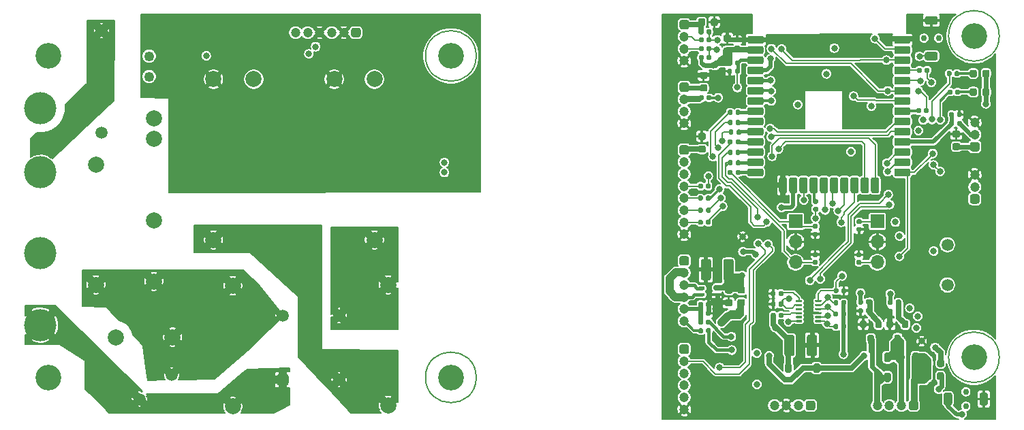
<source format=gbr>
G04 #@! TF.GenerationSoftware,KiCad,Pcbnew,(5.1.6)-1*
G04 #@! TF.CreationDate,2020-08-17T10:20:03+09:00*
G04 #@! TF.ProjectId,spot,73706f74-2e6b-4696-9361-645f70636258,rev?*
G04 #@! TF.SameCoordinates,PX1312d00PYb532b80*
G04 #@! TF.FileFunction,Copper,L1,Top*
G04 #@! TF.FilePolarity,Positive*
%FSLAX46Y46*%
G04 Gerber Fmt 4.6, Leading zero omitted, Abs format (unit mm)*
G04 Created by KiCad (PCBNEW (5.1.6)-1) date 2020-08-17 10:20:03*
%MOMM*%
%LPD*%
G01*
G04 APERTURE LIST*
G04 #@! TA.AperFunction,NonConductor*
%ADD10C,0.150000*%
G04 #@! TD*
G04 #@! TA.AperFunction,ComponentPad*
%ADD11C,4.000000*%
G04 #@! TD*
G04 #@! TA.AperFunction,SMDPad,CuDef*
%ADD12C,0.800000*%
G04 #@! TD*
G04 #@! TA.AperFunction,ComponentPad*
%ADD13C,1.200000*%
G04 #@! TD*
G04 #@! TA.AperFunction,ComponentPad*
%ADD14C,1.500000*%
G04 #@! TD*
G04 #@! TA.AperFunction,ComponentPad*
%ADD15C,2.000000*%
G04 #@! TD*
G04 #@! TA.AperFunction,ComponentPad*
%ADD16C,3.200000*%
G04 #@! TD*
G04 #@! TA.AperFunction,ComponentPad*
%ADD17C,1.250000*%
G04 #@! TD*
G04 #@! TA.AperFunction,ComponentPad*
%ADD18C,0.750000*%
G04 #@! TD*
G04 #@! TA.AperFunction,ComponentPad*
%ADD19O,1.700000X1.700000*%
G04 #@! TD*
G04 #@! TA.AperFunction,ComponentPad*
%ADD20R,1.700000X1.700000*%
G04 #@! TD*
G04 #@! TA.AperFunction,ViaPad*
%ADD21C,0.800000*%
G04 #@! TD*
G04 #@! TA.AperFunction,Conductor*
%ADD22C,0.500000*%
G04 #@! TD*
G04 #@! TA.AperFunction,Conductor*
%ADD23C,0.700000*%
G04 #@! TD*
G04 #@! TA.AperFunction,Conductor*
%ADD24C,0.600000*%
G04 #@! TD*
G04 #@! TA.AperFunction,Conductor*
%ADD25C,0.200000*%
G04 #@! TD*
G04 #@! TA.AperFunction,Conductor*
%ADD26C,1.000000*%
G04 #@! TD*
G04 #@! TA.AperFunction,Conductor*
%ADD27C,0.300000*%
G04 #@! TD*
G04 #@! TA.AperFunction,Conductor*
%ADD28C,0.400000*%
G04 #@! TD*
G04 #@! TA.AperFunction,Conductor*
%ADD29C,0.160000*%
G04 #@! TD*
G04 APERTURE END LIST*
D10*
X122150000Y8000000D02*
G75*
G03*
X122150000Y8000000I-3150000J0D01*
G01*
X122150000Y48000000D02*
G75*
G03*
X122150000Y48000000I-3150000J0D01*
G01*
X57150000Y45500000D02*
G75*
G03*
X57150000Y45500000I-3150000J0D01*
G01*
X57150000Y5500000D02*
G75*
G03*
X57150000Y5500000I-3150000J0D01*
G01*
G04 #@! TA.AperFunction,SMDPad,CuDef*
G36*
G01*
X97650000Y14567500D02*
X97650000Y14432500D01*
G75*
G02*
X97582500Y14365000I-67500J0D01*
G01*
X96917500Y14365000D01*
G75*
G02*
X96850000Y14432500I0J67500D01*
G01*
X96850000Y14567500D01*
G75*
G02*
X96917500Y14635000I67500J0D01*
G01*
X97582500Y14635000D01*
G75*
G02*
X97650000Y14567500I0J-67500D01*
G01*
G37*
G04 #@! TD.AperFunction*
G04 #@! TA.AperFunction,SMDPad,CuDef*
G36*
G01*
X97650000Y15067500D02*
X97650000Y14932500D01*
G75*
G02*
X97582500Y14865000I-67500J0D01*
G01*
X96917500Y14865000D01*
G75*
G02*
X96850000Y14932500I0J67500D01*
G01*
X96850000Y15067500D01*
G75*
G02*
X96917500Y15135000I67500J0D01*
G01*
X97582500Y15135000D01*
G75*
G02*
X97650000Y15067500I0J-67500D01*
G01*
G37*
G04 #@! TD.AperFunction*
G04 #@! TA.AperFunction,SMDPad,CuDef*
G36*
G01*
X97650000Y12567500D02*
X97650000Y12432500D01*
G75*
G02*
X97582500Y12365000I-67500J0D01*
G01*
X96917500Y12365000D01*
G75*
G02*
X96850000Y12432500I0J67500D01*
G01*
X96850000Y12567500D01*
G75*
G02*
X96917500Y12635000I67500J0D01*
G01*
X97582500Y12635000D01*
G75*
G02*
X97650000Y12567500I0J-67500D01*
G01*
G37*
G04 #@! TD.AperFunction*
G04 #@! TA.AperFunction,SMDPad,CuDef*
G36*
G01*
X97650000Y14067500D02*
X97650000Y13932500D01*
G75*
G02*
X97582500Y13865000I-67500J0D01*
G01*
X96917500Y13865000D01*
G75*
G02*
X96850000Y13932500I0J67500D01*
G01*
X96850000Y14067500D01*
G75*
G02*
X96917500Y14135000I67500J0D01*
G01*
X97582500Y14135000D01*
G75*
G02*
X97650000Y14067500I0J-67500D01*
G01*
G37*
G04 #@! TD.AperFunction*
G04 #@! TA.AperFunction,SMDPad,CuDef*
G36*
G01*
X97650000Y13567500D02*
X97650000Y13432500D01*
G75*
G02*
X97582500Y13365000I-67500J0D01*
G01*
X96917500Y13365000D01*
G75*
G02*
X96850000Y13432500I0J67500D01*
G01*
X96850000Y13567500D01*
G75*
G02*
X96917500Y13635000I67500J0D01*
G01*
X97582500Y13635000D01*
G75*
G02*
X97650000Y13567500I0J-67500D01*
G01*
G37*
G04 #@! TD.AperFunction*
G04 #@! TA.AperFunction,SMDPad,CuDef*
G36*
G01*
X97650000Y13067500D02*
X97650000Y12932500D01*
G75*
G02*
X97582500Y12865000I-67500J0D01*
G01*
X96917500Y12865000D01*
G75*
G02*
X96850000Y12932500I0J67500D01*
G01*
X96850000Y13067500D01*
G75*
G02*
X96917500Y13135000I67500J0D01*
G01*
X97582500Y13135000D01*
G75*
G02*
X97650000Y13067500I0J-67500D01*
G01*
G37*
G04 #@! TD.AperFunction*
G04 #@! TA.AperFunction,SMDPad,CuDef*
G36*
G01*
X100050000Y12567500D02*
X100050000Y12432500D01*
G75*
G02*
X99982500Y12365000I-67500J0D01*
G01*
X99317500Y12365000D01*
G75*
G02*
X99250000Y12432500I0J67500D01*
G01*
X99250000Y12567500D01*
G75*
G02*
X99317500Y12635000I67500J0D01*
G01*
X99982500Y12635000D01*
G75*
G02*
X100050000Y12567500I0J-67500D01*
G01*
G37*
G04 #@! TD.AperFunction*
G04 #@! TA.AperFunction,SMDPad,CuDef*
G36*
G01*
X100050000Y14067500D02*
X100050000Y13932500D01*
G75*
G02*
X99982500Y13865000I-67500J0D01*
G01*
X99317500Y13865000D01*
G75*
G02*
X99250000Y13932500I0J67500D01*
G01*
X99250000Y14067500D01*
G75*
G02*
X99317500Y14135000I67500J0D01*
G01*
X99982500Y14135000D01*
G75*
G02*
X100050000Y14067500I0J-67500D01*
G01*
G37*
G04 #@! TD.AperFunction*
G04 #@! TA.AperFunction,SMDPad,CuDef*
G36*
G01*
X100050000Y13067500D02*
X100050000Y12932500D01*
G75*
G02*
X99982500Y12865000I-67500J0D01*
G01*
X99317500Y12865000D01*
G75*
G02*
X99250000Y12932500I0J67500D01*
G01*
X99250000Y13067500D01*
G75*
G02*
X99317500Y13135000I67500J0D01*
G01*
X99982500Y13135000D01*
G75*
G02*
X100050000Y13067500I0J-67500D01*
G01*
G37*
G04 #@! TD.AperFunction*
G04 #@! TA.AperFunction,SMDPad,CuDef*
G36*
G01*
X100050000Y14567500D02*
X100050000Y14432500D01*
G75*
G02*
X99982500Y14365000I-67500J0D01*
G01*
X99317500Y14365000D01*
G75*
G02*
X99250000Y14432500I0J67500D01*
G01*
X99250000Y14567500D01*
G75*
G02*
X99317500Y14635000I67500J0D01*
G01*
X99982500Y14635000D01*
G75*
G02*
X100050000Y14567500I0J-67500D01*
G01*
G37*
G04 #@! TD.AperFunction*
G04 #@! TA.AperFunction,SMDPad,CuDef*
G36*
G01*
X100050000Y15067500D02*
X100050000Y14932500D01*
G75*
G02*
X99982500Y14865000I-67500J0D01*
G01*
X99317500Y14865000D01*
G75*
G02*
X99250000Y14932500I0J67500D01*
G01*
X99250000Y15067500D01*
G75*
G02*
X99317500Y15135000I67500J0D01*
G01*
X99982500Y15135000D01*
G75*
G02*
X100050000Y15067500I0J-67500D01*
G01*
G37*
G04 #@! TD.AperFunction*
G04 #@! TA.AperFunction,SMDPad,CuDef*
G36*
G01*
X100050000Y13567500D02*
X100050000Y13432500D01*
G75*
G02*
X99982500Y13365000I-67500J0D01*
G01*
X99317500Y13365000D01*
G75*
G02*
X99250000Y13432500I0J67500D01*
G01*
X99250000Y13567500D01*
G75*
G02*
X99317500Y13635000I67500J0D01*
G01*
X99982500Y13635000D01*
G75*
G02*
X100050000Y13567500I0J-67500D01*
G01*
G37*
G04 #@! TD.AperFunction*
G04 #@! TA.AperFunction,SMDPad,CuDef*
G36*
G01*
X105445000Y11610000D02*
X105035000Y11610000D01*
G75*
G02*
X104830000Y11815000I0J205000D01*
G01*
X104830000Y12375000D01*
G75*
G02*
X105035000Y12580000I205000J0D01*
G01*
X105445000Y12580000D01*
G75*
G02*
X105650000Y12375000I0J-205000D01*
G01*
X105650000Y11815000D01*
G75*
G02*
X105445000Y11610000I-205000J0D01*
G01*
G37*
G04 #@! TD.AperFunction*
G04 #@! TA.AperFunction,SMDPad,CuDef*
G36*
G01*
X106395000Y9840000D02*
X105985000Y9840000D01*
G75*
G02*
X105780000Y10045000I0J205000D01*
G01*
X105780000Y10605000D01*
G75*
G02*
X105985000Y10810000I205000J0D01*
G01*
X106395000Y10810000D01*
G75*
G02*
X106600000Y10605000I0J-205000D01*
G01*
X106600000Y10045000D01*
G75*
G02*
X106395000Y9840000I-205000J0D01*
G01*
G37*
G04 #@! TD.AperFunction*
G04 #@! TA.AperFunction,SMDPad,CuDef*
G36*
G01*
X107345000Y11610000D02*
X106935000Y11610000D01*
G75*
G02*
X106730000Y11815000I0J205000D01*
G01*
X106730000Y12375000D01*
G75*
G02*
X106935000Y12580000I205000J0D01*
G01*
X107345000Y12580000D01*
G75*
G02*
X107550000Y12375000I0J-205000D01*
G01*
X107550000Y11815000D01*
G75*
G02*
X107345000Y11610000I-205000J0D01*
G01*
G37*
G04 #@! TD.AperFunction*
D11*
X3000000Y31000000D03*
X3000000Y12000000D03*
X3000000Y39000000D03*
X3000000Y21000000D03*
G04 #@! TA.AperFunction,SMDPad,CuDef*
G36*
G01*
X97570000Y30400000D02*
X98070000Y30400000D01*
G75*
G02*
X98320000Y30150000I0J-250000D01*
G01*
X98320000Y28650000D01*
G75*
G02*
X98070000Y28400000I-250000J0D01*
G01*
X97570000Y28400000D01*
G75*
G02*
X97320000Y28650000I0J250000D01*
G01*
X97320000Y30150000D01*
G75*
G02*
X97570000Y30400000I250000J0D01*
G01*
G37*
G04 #@! TD.AperFunction*
G04 #@! TA.AperFunction,SMDPad,CuDef*
G36*
G01*
X105190000Y30400000D02*
X105690000Y30400000D01*
G75*
G02*
X105940000Y30150000I0J-250000D01*
G01*
X105940000Y28650000D01*
G75*
G02*
X105690000Y28400000I-250000J0D01*
G01*
X105190000Y28400000D01*
G75*
G02*
X104940000Y28650000I0J250000D01*
G01*
X104940000Y30150000D01*
G75*
G02*
X105190000Y30400000I250000J0D01*
G01*
G37*
G04 #@! TD.AperFunction*
G04 #@! TA.AperFunction,SMDPad,CuDef*
G36*
G01*
X111100000Y31250000D02*
X111100000Y30750000D01*
G75*
G02*
X110850000Y30500000I-250000J0D01*
G01*
X109350000Y30500000D01*
G75*
G02*
X109100000Y30750000I0J250000D01*
G01*
X109100000Y31250000D01*
G75*
G02*
X109350000Y31500000I250000J0D01*
G01*
X110850000Y31500000D01*
G75*
G02*
X111100000Y31250000I0J-250000D01*
G01*
G37*
G04 #@! TD.AperFunction*
G04 #@! TA.AperFunction,SMDPad,CuDef*
G36*
G01*
X111100000Y36330000D02*
X111100000Y35830000D01*
G75*
G02*
X110850000Y35580000I-250000J0D01*
G01*
X109350000Y35580000D01*
G75*
G02*
X109100000Y35830000I0J250000D01*
G01*
X109100000Y36330000D01*
G75*
G02*
X109350000Y36580000I250000J0D01*
G01*
X110850000Y36580000D01*
G75*
G02*
X111100000Y36330000I0J-250000D01*
G01*
G37*
G04 #@! TD.AperFunction*
G04 #@! TA.AperFunction,SMDPad,CuDef*
G36*
G01*
X92850000Y41410000D02*
X92850000Y40910000D01*
G75*
G02*
X92600000Y40660000I-250000J0D01*
G01*
X91100000Y40660000D01*
G75*
G02*
X90850000Y40910000I0J250000D01*
G01*
X90850000Y41410000D01*
G75*
G02*
X91100000Y41660000I250000J0D01*
G01*
X92600000Y41660000D01*
G75*
G02*
X92850000Y41410000I0J-250000D01*
G01*
G37*
G04 #@! TD.AperFunction*
G04 #@! TA.AperFunction,SMDPad,CuDef*
G36*
G01*
X92850000Y40140000D02*
X92850000Y39640000D01*
G75*
G02*
X92600000Y39390000I-250000J0D01*
G01*
X91100000Y39390000D01*
G75*
G02*
X90850000Y39640000I0J250000D01*
G01*
X90850000Y40140000D01*
G75*
G02*
X91100000Y40390000I250000J0D01*
G01*
X92600000Y40390000D01*
G75*
G02*
X92850000Y40140000I0J-250000D01*
G01*
G37*
G04 #@! TD.AperFunction*
G04 #@! TA.AperFunction,SMDPad,CuDef*
G36*
G01*
X111100000Y38870000D02*
X111100000Y38370000D01*
G75*
G02*
X110850000Y38120000I-250000J0D01*
G01*
X109350000Y38120000D01*
G75*
G02*
X109100000Y38370000I0J250000D01*
G01*
X109100000Y38870000D01*
G75*
G02*
X109350000Y39120000I250000J0D01*
G01*
X110850000Y39120000D01*
G75*
G02*
X111100000Y38870000I0J-250000D01*
G01*
G37*
G04 #@! TD.AperFunction*
G04 #@! TA.AperFunction,SMDPad,CuDef*
G36*
G01*
X92850000Y32520000D02*
X92850000Y32020000D01*
G75*
G02*
X92600000Y31770000I-250000J0D01*
G01*
X91100000Y31770000D01*
G75*
G02*
X90850000Y32020000I0J250000D01*
G01*
X90850000Y32520000D01*
G75*
G02*
X91100000Y32770000I250000J0D01*
G01*
X92600000Y32770000D01*
G75*
G02*
X92850000Y32520000I0J-250000D01*
G01*
G37*
G04 #@! TD.AperFunction*
G04 #@! TA.AperFunction,SMDPad,CuDef*
G36*
G01*
X111100000Y43950000D02*
X111100000Y43450000D01*
G75*
G02*
X110850000Y43200000I-250000J0D01*
G01*
X109350000Y43200000D01*
G75*
G02*
X109100000Y43450000I0J250000D01*
G01*
X109100000Y43950000D01*
G75*
G02*
X109350000Y44200000I250000J0D01*
G01*
X110850000Y44200000D01*
G75*
G02*
X111100000Y43950000I0J-250000D01*
G01*
G37*
G04 #@! TD.AperFunction*
G04 #@! TA.AperFunction,SMDPad,CuDef*
G36*
G01*
X111100000Y37600000D02*
X111100000Y37100000D01*
G75*
G02*
X110850000Y36850000I-250000J0D01*
G01*
X109350000Y36850000D01*
G75*
G02*
X109100000Y37100000I0J250000D01*
G01*
X109100000Y37600000D01*
G75*
G02*
X109350000Y37850000I250000J0D01*
G01*
X110850000Y37850000D01*
G75*
G02*
X111100000Y37600000I0J-250000D01*
G01*
G37*
G04 #@! TD.AperFunction*
G04 #@! TA.AperFunction,SMDPad,CuDef*
G36*
G01*
X103920000Y30400000D02*
X104420000Y30400000D01*
G75*
G02*
X104670000Y30150000I0J-250000D01*
G01*
X104670000Y28650000D01*
G75*
G02*
X104420000Y28400000I-250000J0D01*
G01*
X103920000Y28400000D01*
G75*
G02*
X103670000Y28650000I0J250000D01*
G01*
X103670000Y30150000D01*
G75*
G02*
X103920000Y30400000I250000J0D01*
G01*
G37*
G04 #@! TD.AperFunction*
G04 #@! TA.AperFunction,SMDPad,CuDef*
G36*
G01*
X95030000Y30400000D02*
X95530000Y30400000D01*
G75*
G02*
X95780000Y30150000I0J-250000D01*
G01*
X95780000Y28650000D01*
G75*
G02*
X95530000Y28400000I-250000J0D01*
G01*
X95030000Y28400000D01*
G75*
G02*
X94780000Y28650000I0J250000D01*
G01*
X94780000Y30150000D01*
G75*
G02*
X95030000Y30400000I250000J0D01*
G01*
G37*
G04 #@! TD.AperFunction*
G04 #@! TA.AperFunction,SMDPad,CuDef*
G36*
G01*
X101380000Y30400000D02*
X101880000Y30400000D01*
G75*
G02*
X102130000Y30150000I0J-250000D01*
G01*
X102130000Y28650000D01*
G75*
G02*
X101880000Y28400000I-250000J0D01*
G01*
X101380000Y28400000D01*
G75*
G02*
X101130000Y28650000I0J250000D01*
G01*
X101130000Y30150000D01*
G75*
G02*
X101380000Y30400000I250000J0D01*
G01*
G37*
G04 #@! TD.AperFunction*
G04 #@! TA.AperFunction,SMDPad,CuDef*
G36*
G01*
X92850000Y31250000D02*
X92850000Y30750000D01*
G75*
G02*
X92600000Y30500000I-250000J0D01*
G01*
X91100000Y30500000D01*
G75*
G02*
X90850000Y30750000I0J250000D01*
G01*
X90850000Y31250000D01*
G75*
G02*
X91100000Y31500000I250000J0D01*
G01*
X92600000Y31500000D01*
G75*
G02*
X92850000Y31250000I0J-250000D01*
G01*
G37*
G04 #@! TD.AperFunction*
G04 #@! TA.AperFunction,SMDPad,CuDef*
G36*
G01*
X111100000Y47760000D02*
X111100000Y47260000D01*
G75*
G02*
X110850000Y47010000I-250000J0D01*
G01*
X109350000Y47010000D01*
G75*
G02*
X109100000Y47260000I0J250000D01*
G01*
X109100000Y47760000D01*
G75*
G02*
X109350000Y48010000I250000J0D01*
G01*
X110850000Y48010000D01*
G75*
G02*
X111100000Y47760000I0J-250000D01*
G01*
G37*
G04 #@! TD.AperFunction*
G04 #@! TA.AperFunction,SMDPad,CuDef*
G36*
G01*
X92850000Y37600000D02*
X92850000Y37100000D01*
G75*
G02*
X92600000Y36850000I-250000J0D01*
G01*
X91100000Y36850000D01*
G75*
G02*
X90850000Y37100000I0J250000D01*
G01*
X90850000Y37600000D01*
G75*
G02*
X91100000Y37850000I250000J0D01*
G01*
X92600000Y37850000D01*
G75*
G02*
X92850000Y37600000I0J-250000D01*
G01*
G37*
G04 #@! TD.AperFunction*
G04 #@! TA.AperFunction,SMDPad,CuDef*
G36*
G01*
X92900000Y47760000D02*
X92900000Y47260000D01*
G75*
G02*
X92650000Y47010000I-250000J0D01*
G01*
X91150000Y47010000D01*
G75*
G02*
X90900000Y47260000I0J250000D01*
G01*
X90900000Y47760000D01*
G75*
G02*
X91150000Y48010000I250000J0D01*
G01*
X92650000Y48010000D01*
G75*
G02*
X92900000Y47760000I0J-250000D01*
G01*
G37*
G04 #@! TD.AperFunction*
G04 #@! TA.AperFunction,SMDPad,CuDef*
G36*
G01*
X111100000Y45220000D02*
X111100000Y44720000D01*
G75*
G02*
X110850000Y44470000I-250000J0D01*
G01*
X109350000Y44470000D01*
G75*
G02*
X109100000Y44720000I0J250000D01*
G01*
X109100000Y45220000D01*
G75*
G02*
X109350000Y45470000I250000J0D01*
G01*
X110850000Y45470000D01*
G75*
G02*
X111100000Y45220000I0J-250000D01*
G01*
G37*
G04 #@! TD.AperFunction*
G04 #@! TA.AperFunction,SMDPad,CuDef*
G36*
G01*
X92850000Y43950000D02*
X92850000Y43450000D01*
G75*
G02*
X92600000Y43200000I-250000J0D01*
G01*
X91100000Y43200000D01*
G75*
G02*
X90850000Y43450000I0J250000D01*
G01*
X90850000Y43950000D01*
G75*
G02*
X91100000Y44200000I250000J0D01*
G01*
X92600000Y44200000D01*
G75*
G02*
X92850000Y43950000I0J-250000D01*
G01*
G37*
G04 #@! TD.AperFunction*
G04 #@! TA.AperFunction,SMDPad,CuDef*
G36*
G01*
X92850000Y42680000D02*
X92850000Y42180000D01*
G75*
G02*
X92600000Y41930000I-250000J0D01*
G01*
X91100000Y41930000D01*
G75*
G02*
X90850000Y42180000I0J250000D01*
G01*
X90850000Y42680000D01*
G75*
G02*
X91100000Y42930000I250000J0D01*
G01*
X92600000Y42930000D01*
G75*
G02*
X92850000Y42680000I0J-250000D01*
G01*
G37*
G04 #@! TD.AperFunction*
G04 #@! TA.AperFunction,SMDPad,CuDef*
G36*
G01*
X102650000Y30400000D02*
X103150000Y30400000D01*
G75*
G02*
X103400000Y30150000I0J-250000D01*
G01*
X103400000Y28650000D01*
G75*
G02*
X103150000Y28400000I-250000J0D01*
G01*
X102650000Y28400000D01*
G75*
G02*
X102400000Y28650000I0J250000D01*
G01*
X102400000Y30150000D01*
G75*
G02*
X102650000Y30400000I250000J0D01*
G01*
G37*
G04 #@! TD.AperFunction*
G04 #@! TA.AperFunction,SMDPad,CuDef*
G36*
G01*
X92850000Y36330000D02*
X92850000Y35830000D01*
G75*
G02*
X92600000Y35580000I-250000J0D01*
G01*
X91100000Y35580000D01*
G75*
G02*
X90850000Y35830000I0J250000D01*
G01*
X90850000Y36330000D01*
G75*
G02*
X91100000Y36580000I250000J0D01*
G01*
X92600000Y36580000D01*
G75*
G02*
X92850000Y36330000I0J-250000D01*
G01*
G37*
G04 #@! TD.AperFunction*
G04 #@! TA.AperFunction,SMDPad,CuDef*
G36*
G01*
X111100000Y42680000D02*
X111100000Y42180000D01*
G75*
G02*
X110850000Y41930000I-250000J0D01*
G01*
X109350000Y41930000D01*
G75*
G02*
X109100000Y42180000I0J250000D01*
G01*
X109100000Y42680000D01*
G75*
G02*
X109350000Y42930000I250000J0D01*
G01*
X110850000Y42930000D01*
G75*
G02*
X111100000Y42680000I0J-250000D01*
G01*
G37*
G04 #@! TD.AperFunction*
G04 #@! TA.AperFunction,SMDPad,CuDef*
G36*
G01*
X92850000Y45220000D02*
X92850000Y44720000D01*
G75*
G02*
X92600000Y44470000I-250000J0D01*
G01*
X91100000Y44470000D01*
G75*
G02*
X90850000Y44720000I0J250000D01*
G01*
X90850000Y45220000D01*
G75*
G02*
X91100000Y45470000I250000J0D01*
G01*
X92600000Y45470000D01*
G75*
G02*
X92850000Y45220000I0J-250000D01*
G01*
G37*
G04 #@! TD.AperFunction*
G04 #@! TA.AperFunction,SMDPad,CuDef*
G36*
G01*
X92850000Y38870000D02*
X92850000Y38370000D01*
G75*
G02*
X92600000Y38120000I-250000J0D01*
G01*
X91100000Y38120000D01*
G75*
G02*
X90850000Y38370000I0J250000D01*
G01*
X90850000Y38870000D01*
G75*
G02*
X91100000Y39120000I250000J0D01*
G01*
X92600000Y39120000D01*
G75*
G02*
X92850000Y38870000I0J-250000D01*
G01*
G37*
G04 #@! TD.AperFunction*
G04 #@! TA.AperFunction,SMDPad,CuDef*
G36*
G01*
X111100000Y40140000D02*
X111100000Y39640000D01*
G75*
G02*
X110850000Y39390000I-250000J0D01*
G01*
X109350000Y39390000D01*
G75*
G02*
X109100000Y39640000I0J250000D01*
G01*
X109100000Y40140000D01*
G75*
G02*
X109350000Y40390000I250000J0D01*
G01*
X110850000Y40390000D01*
G75*
G02*
X111100000Y40140000I0J-250000D01*
G01*
G37*
G04 #@! TD.AperFunction*
G04 #@! TA.AperFunction,SMDPad,CuDef*
G36*
G01*
X100110000Y30400000D02*
X100610000Y30400000D01*
G75*
G02*
X100860000Y30150000I0J-250000D01*
G01*
X100860000Y28650000D01*
G75*
G02*
X100610000Y28400000I-250000J0D01*
G01*
X100110000Y28400000D01*
G75*
G02*
X99860000Y28650000I0J250000D01*
G01*
X99860000Y30150000D01*
G75*
G02*
X100110000Y30400000I250000J0D01*
G01*
G37*
G04 #@! TD.AperFunction*
G04 #@! TA.AperFunction,SMDPad,CuDef*
G36*
G01*
X111100000Y32520000D02*
X111100000Y32020000D01*
G75*
G02*
X110850000Y31770000I-250000J0D01*
G01*
X109350000Y31770000D01*
G75*
G02*
X109100000Y32020000I0J250000D01*
G01*
X109100000Y32520000D01*
G75*
G02*
X109350000Y32770000I250000J0D01*
G01*
X110850000Y32770000D01*
G75*
G02*
X111100000Y32520000I0J-250000D01*
G01*
G37*
G04 #@! TD.AperFunction*
G04 #@! TA.AperFunction,SMDPad,CuDef*
G36*
G01*
X92850000Y33790000D02*
X92850000Y33290000D01*
G75*
G02*
X92600000Y33040000I-250000J0D01*
G01*
X91100000Y33040000D01*
G75*
G02*
X90850000Y33290000I0J250000D01*
G01*
X90850000Y33790000D01*
G75*
G02*
X91100000Y34040000I250000J0D01*
G01*
X92600000Y34040000D01*
G75*
G02*
X92850000Y33790000I0J-250000D01*
G01*
G37*
G04 #@! TD.AperFunction*
G04 #@! TA.AperFunction,SMDPad,CuDef*
G36*
G01*
X111100000Y35060000D02*
X111100000Y34560000D01*
G75*
G02*
X110850000Y34310000I-250000J0D01*
G01*
X109350000Y34310000D01*
G75*
G02*
X109100000Y34560000I0J250000D01*
G01*
X109100000Y35060000D01*
G75*
G02*
X109350000Y35310000I250000J0D01*
G01*
X110850000Y35310000D01*
G75*
G02*
X111100000Y35060000I0J-250000D01*
G01*
G37*
G04 #@! TD.AperFunction*
G04 #@! TA.AperFunction,SMDPad,CuDef*
G36*
G01*
X111100000Y33790000D02*
X111100000Y33290000D01*
G75*
G02*
X110850000Y33040000I-250000J0D01*
G01*
X109350000Y33040000D01*
G75*
G02*
X109100000Y33290000I0J250000D01*
G01*
X109100000Y33790000D01*
G75*
G02*
X109350000Y34040000I250000J0D01*
G01*
X110850000Y34040000D01*
G75*
G02*
X111100000Y33790000I0J-250000D01*
G01*
G37*
G04 #@! TD.AperFunction*
G04 #@! TA.AperFunction,SMDPad,CuDef*
G36*
G01*
X111100000Y46490000D02*
X111100000Y45990000D01*
G75*
G02*
X110850000Y45740000I-250000J0D01*
G01*
X109350000Y45740000D01*
G75*
G02*
X109100000Y45990000I0J250000D01*
G01*
X109100000Y46490000D01*
G75*
G02*
X109350000Y46740000I250000J0D01*
G01*
X110850000Y46740000D01*
G75*
G02*
X111100000Y46490000I0J-250000D01*
G01*
G37*
G04 #@! TD.AperFunction*
G04 #@! TA.AperFunction,SMDPad,CuDef*
G36*
G01*
X98840000Y30400000D02*
X99340000Y30400000D01*
G75*
G02*
X99590000Y30150000I0J-250000D01*
G01*
X99590000Y28650000D01*
G75*
G02*
X99340000Y28400000I-250000J0D01*
G01*
X98840000Y28400000D01*
G75*
G02*
X98590000Y28650000I0J250000D01*
G01*
X98590000Y30150000D01*
G75*
G02*
X98840000Y30400000I250000J0D01*
G01*
G37*
G04 #@! TD.AperFunction*
G04 #@! TA.AperFunction,SMDPad,CuDef*
G36*
G01*
X106460000Y30400000D02*
X106960000Y30400000D01*
G75*
G02*
X107210000Y30150000I0J-250000D01*
G01*
X107210000Y28650000D01*
G75*
G02*
X106960000Y28400000I-250000J0D01*
G01*
X106460000Y28400000D01*
G75*
G02*
X106210000Y28650000I0J250000D01*
G01*
X106210000Y30150000D01*
G75*
G02*
X106460000Y30400000I250000J0D01*
G01*
G37*
G04 #@! TD.AperFunction*
G04 #@! TA.AperFunction,SMDPad,CuDef*
G36*
G01*
X92850000Y35060000D02*
X92850000Y34560000D01*
G75*
G02*
X92600000Y34310000I-250000J0D01*
G01*
X91100000Y34310000D01*
G75*
G02*
X90850000Y34560000I0J250000D01*
G01*
X90850000Y35060000D01*
G75*
G02*
X91100000Y35310000I250000J0D01*
G01*
X92600000Y35310000D01*
G75*
G02*
X92850000Y35060000I0J-250000D01*
G01*
G37*
G04 #@! TD.AperFunction*
G04 #@! TA.AperFunction,SMDPad,CuDef*
G36*
G01*
X92850000Y46490000D02*
X92850000Y45990000D01*
G75*
G02*
X92600000Y45740000I-250000J0D01*
G01*
X91100000Y45740000D01*
G75*
G02*
X90850000Y45990000I0J250000D01*
G01*
X90850000Y46490000D01*
G75*
G02*
X91100000Y46740000I250000J0D01*
G01*
X92600000Y46740000D01*
G75*
G02*
X92850000Y46490000I0J-250000D01*
G01*
G37*
G04 #@! TD.AperFunction*
G04 #@! TA.AperFunction,SMDPad,CuDef*
G36*
G01*
X96300000Y30400000D02*
X96800000Y30400000D01*
G75*
G02*
X97050000Y30150000I0J-250000D01*
G01*
X97050000Y28650000D01*
G75*
G02*
X96800000Y28400000I-250000J0D01*
G01*
X96300000Y28400000D01*
G75*
G02*
X96050000Y28650000I0J250000D01*
G01*
X96050000Y30150000D01*
G75*
G02*
X96300000Y30400000I250000J0D01*
G01*
G37*
G04 #@! TD.AperFunction*
G04 #@! TA.AperFunction,SMDPad,CuDef*
G36*
G01*
X111100000Y41410000D02*
X111100000Y40910000D01*
G75*
G02*
X110850000Y40660000I-250000J0D01*
G01*
X109350000Y40660000D01*
G75*
G02*
X109100000Y40910000I0J250000D01*
G01*
X109100000Y41410000D01*
G75*
G02*
X109350000Y41660000I250000J0D01*
G01*
X110850000Y41660000D01*
G75*
G02*
X111100000Y41410000I0J-250000D01*
G01*
G37*
G04 #@! TD.AperFunction*
D12*
X95100000Y26650000D03*
G04 #@! TA.AperFunction,SMDPad,CuDef*
G36*
G01*
X88606250Y47250000D02*
X88093750Y47250000D01*
G75*
G02*
X87875000Y47468750I0J218750D01*
G01*
X87875000Y47906250D01*
G75*
G02*
X88093750Y48125000I218750J0D01*
G01*
X88606250Y48125000D01*
G75*
G02*
X88825000Y47906250I0J-218750D01*
G01*
X88825000Y47468750D01*
G75*
G02*
X88606250Y47250000I-218750J0D01*
G01*
G37*
G04 #@! TD.AperFunction*
G04 #@! TA.AperFunction,SMDPad,CuDef*
G36*
G01*
X88606250Y45675000D02*
X88093750Y45675000D01*
G75*
G02*
X87875000Y45893750I0J218750D01*
G01*
X87875000Y46331250D01*
G75*
G02*
X88093750Y46550000I218750J0D01*
G01*
X88606250Y46550000D01*
G75*
G02*
X88825000Y46331250I0J-218750D01*
G01*
X88825000Y45893750D01*
G75*
G02*
X88606250Y45675000I-218750J0D01*
G01*
G37*
G04 #@! TD.AperFunction*
G04 #@! TA.AperFunction,SMDPad,CuDef*
G36*
G01*
X86305000Y11472500D02*
X86305000Y11127500D01*
G75*
G02*
X86157500Y10980000I-147500J0D01*
G01*
X85862500Y10980000D01*
G75*
G02*
X85715000Y11127500I0J147500D01*
G01*
X85715000Y11472500D01*
G75*
G02*
X85862500Y11620000I147500J0D01*
G01*
X86157500Y11620000D01*
G75*
G02*
X86305000Y11472500I0J-147500D01*
G01*
G37*
G04 #@! TD.AperFunction*
G04 #@! TA.AperFunction,SMDPad,CuDef*
G36*
G01*
X85335000Y11472500D02*
X85335000Y11127500D01*
G75*
G02*
X85187500Y10980000I-147500J0D01*
G01*
X84892500Y10980000D01*
G75*
G02*
X84745000Y11127500I0J147500D01*
G01*
X84745000Y11472500D01*
G75*
G02*
X84892500Y11620000I147500J0D01*
G01*
X85187500Y11620000D01*
G75*
G02*
X85335000Y11472500I0J-147500D01*
G01*
G37*
G04 #@! TD.AperFunction*
X113975000Y31950000D03*
X94325000Y11675000D03*
X90250000Y23000000D03*
X90200000Y18200000D03*
X112500000Y10000000D03*
X90300000Y21125000D03*
G04 #@! TA.AperFunction,SMDPad,CuDef*
G36*
G01*
X119350000Y41256250D02*
X119350000Y40743750D01*
G75*
G02*
X119131250Y40525000I-218750J0D01*
G01*
X118693750Y40525000D01*
G75*
G02*
X118475000Y40743750I0J218750D01*
G01*
X118475000Y41256250D01*
G75*
G02*
X118693750Y41475000I218750J0D01*
G01*
X119131250Y41475000D01*
G75*
G02*
X119350000Y41256250I0J-218750D01*
G01*
G37*
G04 #@! TD.AperFunction*
G04 #@! TA.AperFunction,SMDPad,CuDef*
G36*
G01*
X120925000Y41256250D02*
X120925000Y40743750D01*
G75*
G02*
X120706250Y40525000I-218750J0D01*
G01*
X120268750Y40525000D01*
G75*
G02*
X120050000Y40743750I0J218750D01*
G01*
X120050000Y41256250D01*
G75*
G02*
X120268750Y41475000I218750J0D01*
G01*
X120706250Y41475000D01*
G75*
G02*
X120925000Y41256250I0J-218750D01*
G01*
G37*
G04 #@! TD.AperFunction*
G04 #@! TA.AperFunction,SMDPad,CuDef*
G36*
G01*
X119350000Y43556250D02*
X119350000Y43043750D01*
G75*
G02*
X119131250Y42825000I-218750J0D01*
G01*
X118693750Y42825000D01*
G75*
G02*
X118475000Y43043750I0J218750D01*
G01*
X118475000Y43556250D01*
G75*
G02*
X118693750Y43775000I218750J0D01*
G01*
X119131250Y43775000D01*
G75*
G02*
X119350000Y43556250I0J-218750D01*
G01*
G37*
G04 #@! TD.AperFunction*
G04 #@! TA.AperFunction,SMDPad,CuDef*
G36*
G01*
X120925000Y43556250D02*
X120925000Y43043750D01*
G75*
G02*
X120706250Y42825000I-218750J0D01*
G01*
X120268750Y42825000D01*
G75*
G02*
X120050000Y43043750I0J218750D01*
G01*
X120050000Y43556250D01*
G75*
G02*
X120268750Y43775000I218750J0D01*
G01*
X120706250Y43775000D01*
G75*
G02*
X120925000Y43556250I0J-218750D01*
G01*
G37*
G04 #@! TD.AperFunction*
G04 #@! TA.AperFunction,SMDPad,CuDef*
G36*
G01*
X95330000Y13397500D02*
X95330000Y13052500D01*
G75*
G02*
X95182500Y12905000I-147500J0D01*
G01*
X94887500Y12905000D01*
G75*
G02*
X94740000Y13052500I0J147500D01*
G01*
X94740000Y13397500D01*
G75*
G02*
X94887500Y13545000I147500J0D01*
G01*
X95182500Y13545000D01*
G75*
G02*
X95330000Y13397500I0J-147500D01*
G01*
G37*
G04 #@! TD.AperFunction*
G04 #@! TA.AperFunction,SMDPad,CuDef*
G36*
G01*
X94360000Y13397500D02*
X94360000Y13052500D01*
G75*
G02*
X94212500Y12905000I-147500J0D01*
G01*
X93917500Y12905000D01*
G75*
G02*
X93770000Y13052500I0J147500D01*
G01*
X93770000Y13397500D01*
G75*
G02*
X93917500Y13545000I147500J0D01*
G01*
X94212500Y13545000D01*
G75*
G02*
X94360000Y13397500I0J-147500D01*
G01*
G37*
G04 #@! TD.AperFunction*
G04 #@! TA.AperFunction,SMDPad,CuDef*
G36*
G01*
X103110000Y12007500D02*
X103110000Y11662500D01*
G75*
G02*
X102962500Y11515000I-147500J0D01*
G01*
X102667500Y11515000D01*
G75*
G02*
X102520000Y11662500I0J147500D01*
G01*
X102520000Y12007500D01*
G75*
G02*
X102667500Y12155000I147500J0D01*
G01*
X102962500Y12155000D01*
G75*
G02*
X103110000Y12007500I0J-147500D01*
G01*
G37*
G04 #@! TD.AperFunction*
G04 #@! TA.AperFunction,SMDPad,CuDef*
G36*
G01*
X102140000Y12007500D02*
X102140000Y11662500D01*
G75*
G02*
X101992500Y11515000I-147500J0D01*
G01*
X101697500Y11515000D01*
G75*
G02*
X101550000Y11662500I0J147500D01*
G01*
X101550000Y12007500D01*
G75*
G02*
X101697500Y12155000I147500J0D01*
G01*
X101992500Y12155000D01*
G75*
G02*
X102140000Y12007500I0J-147500D01*
G01*
G37*
G04 #@! TD.AperFunction*
G04 #@! TA.AperFunction,SMDPad,CuDef*
G36*
G01*
X103100000Y13572500D02*
X103100000Y13227500D01*
G75*
G02*
X102952500Y13080000I-147500J0D01*
G01*
X102657500Y13080000D01*
G75*
G02*
X102510000Y13227500I0J147500D01*
G01*
X102510000Y13572500D01*
G75*
G02*
X102657500Y13720000I147500J0D01*
G01*
X102952500Y13720000D01*
G75*
G02*
X103100000Y13572500I0J-147500D01*
G01*
G37*
G04 #@! TD.AperFunction*
G04 #@! TA.AperFunction,SMDPad,CuDef*
G36*
G01*
X102130000Y13572500D02*
X102130000Y13227500D01*
G75*
G02*
X101982500Y13080000I-147500J0D01*
G01*
X101687500Y13080000D01*
G75*
G02*
X101540000Y13227500I0J147500D01*
G01*
X101540000Y13572500D01*
G75*
G02*
X101687500Y13720000I147500J0D01*
G01*
X101982500Y13720000D01*
G75*
G02*
X102130000Y13572500I0J-147500D01*
G01*
G37*
G04 #@! TD.AperFunction*
G04 #@! TA.AperFunction,SMDPad,CuDef*
G36*
G01*
X103120000Y14972500D02*
X103120000Y14627500D01*
G75*
G02*
X102972500Y14480000I-147500J0D01*
G01*
X102677500Y14480000D01*
G75*
G02*
X102530000Y14627500I0J147500D01*
G01*
X102530000Y14972500D01*
G75*
G02*
X102677500Y15120000I147500J0D01*
G01*
X102972500Y15120000D01*
G75*
G02*
X103120000Y14972500I0J-147500D01*
G01*
G37*
G04 #@! TD.AperFunction*
G04 #@! TA.AperFunction,SMDPad,CuDef*
G36*
G01*
X102150000Y14972500D02*
X102150000Y14627500D01*
G75*
G02*
X102002500Y14480000I-147500J0D01*
G01*
X101707500Y14480000D01*
G75*
G02*
X101560000Y14627500I0J147500D01*
G01*
X101560000Y14972500D01*
G75*
G02*
X101707500Y15120000I147500J0D01*
G01*
X102002500Y15120000D01*
G75*
G02*
X102150000Y14972500I0J-147500D01*
G01*
G37*
G04 #@! TD.AperFunction*
G04 #@! TA.AperFunction,SMDPad,CuDef*
G36*
G01*
X101570000Y16107500D02*
X101570000Y16452500D01*
G75*
G02*
X101717500Y16600000I147500J0D01*
G01*
X102012500Y16600000D01*
G75*
G02*
X102160000Y16452500I0J-147500D01*
G01*
X102160000Y16107500D01*
G75*
G02*
X102012500Y15960000I-147500J0D01*
G01*
X101717500Y15960000D01*
G75*
G02*
X101570000Y16107500I0J147500D01*
G01*
G37*
G04 #@! TD.AperFunction*
G04 #@! TA.AperFunction,SMDPad,CuDef*
G36*
G01*
X102540000Y16107500D02*
X102540000Y16452500D01*
G75*
G02*
X102687500Y16600000I147500J0D01*
G01*
X102982500Y16600000D01*
G75*
G02*
X103130000Y16452500I0J-147500D01*
G01*
X103130000Y16107500D01*
G75*
G02*
X102982500Y15960000I-147500J0D01*
G01*
X102687500Y15960000D01*
G75*
G02*
X102540000Y16107500I0J147500D01*
G01*
G37*
G04 #@! TD.AperFunction*
G04 #@! TA.AperFunction,SMDPad,CuDef*
G36*
G01*
X108320000Y13527500D02*
X108320000Y13872500D01*
G75*
G02*
X108467500Y14020000I147500J0D01*
G01*
X108762500Y14020000D01*
G75*
G02*
X108910000Y13872500I0J-147500D01*
G01*
X108910000Y13527500D01*
G75*
G02*
X108762500Y13380000I-147500J0D01*
G01*
X108467500Y13380000D01*
G75*
G02*
X108320000Y13527500I0J147500D01*
G01*
G37*
G04 #@! TD.AperFunction*
G04 #@! TA.AperFunction,SMDPad,CuDef*
G36*
G01*
X109290000Y13527500D02*
X109290000Y13872500D01*
G75*
G02*
X109437500Y14020000I147500J0D01*
G01*
X109732500Y14020000D01*
G75*
G02*
X109880000Y13872500I0J-147500D01*
G01*
X109880000Y13527500D01*
G75*
G02*
X109732500Y13380000I-147500J0D01*
G01*
X109437500Y13380000D01*
G75*
G02*
X109290000Y13527500I0J147500D01*
G01*
G37*
G04 #@! TD.AperFunction*
G04 #@! TA.AperFunction,SMDPad,CuDef*
G36*
G01*
X104620000Y13602500D02*
X104620000Y13947500D01*
G75*
G02*
X104767500Y14095000I147500J0D01*
G01*
X105062500Y14095000D01*
G75*
G02*
X105210000Y13947500I0J-147500D01*
G01*
X105210000Y13602500D01*
G75*
G02*
X105062500Y13455000I-147500J0D01*
G01*
X104767500Y13455000D01*
G75*
G02*
X104620000Y13602500I0J147500D01*
G01*
G37*
G04 #@! TD.AperFunction*
G04 #@! TA.AperFunction,SMDPad,CuDef*
G36*
G01*
X105590000Y13602500D02*
X105590000Y13947500D01*
G75*
G02*
X105737500Y14095000I147500J0D01*
G01*
X106032500Y14095000D01*
G75*
G02*
X106180000Y13947500I0J-147500D01*
G01*
X106180000Y13602500D01*
G75*
G02*
X106032500Y13455000I-147500J0D01*
G01*
X105737500Y13455000D01*
G75*
G02*
X105590000Y13602500I0J147500D01*
G01*
G37*
G04 #@! TD.AperFunction*
G04 #@! TA.AperFunction,SMDPad,CuDef*
G36*
G01*
X108295000Y14652500D02*
X108295000Y14997500D01*
G75*
G02*
X108442500Y15145000I147500J0D01*
G01*
X108737500Y15145000D01*
G75*
G02*
X108885000Y14997500I0J-147500D01*
G01*
X108885000Y14652500D01*
G75*
G02*
X108737500Y14505000I-147500J0D01*
G01*
X108442500Y14505000D01*
G75*
G02*
X108295000Y14652500I0J147500D01*
G01*
G37*
G04 #@! TD.AperFunction*
G04 #@! TA.AperFunction,SMDPad,CuDef*
G36*
G01*
X109265000Y14652500D02*
X109265000Y14997500D01*
G75*
G02*
X109412500Y15145000I147500J0D01*
G01*
X109707500Y15145000D01*
G75*
G02*
X109855000Y14997500I0J-147500D01*
G01*
X109855000Y14652500D01*
G75*
G02*
X109707500Y14505000I-147500J0D01*
G01*
X109412500Y14505000D01*
G75*
G02*
X109265000Y14652500I0J147500D01*
G01*
G37*
G04 #@! TD.AperFunction*
G04 #@! TA.AperFunction,SMDPad,CuDef*
G36*
G01*
X104620000Y14702500D02*
X104620000Y15047500D01*
G75*
G02*
X104767500Y15195000I147500J0D01*
G01*
X105062500Y15195000D01*
G75*
G02*
X105210000Y15047500I0J-147500D01*
G01*
X105210000Y14702500D01*
G75*
G02*
X105062500Y14555000I-147500J0D01*
G01*
X104767500Y14555000D01*
G75*
G02*
X104620000Y14702500I0J147500D01*
G01*
G37*
G04 #@! TD.AperFunction*
G04 #@! TA.AperFunction,SMDPad,CuDef*
G36*
G01*
X105590000Y14702500D02*
X105590000Y15047500D01*
G75*
G02*
X105737500Y15195000I147500J0D01*
G01*
X106032500Y15195000D01*
G75*
G02*
X106180000Y15047500I0J-147500D01*
G01*
X106180000Y14702500D01*
G75*
G02*
X106032500Y14555000I-147500J0D01*
G01*
X105737500Y14555000D01*
G75*
G02*
X105590000Y14702500I0J147500D01*
G01*
G37*
G04 #@! TD.AperFunction*
G04 #@! TA.AperFunction,SMDPad,CuDef*
G36*
G01*
X88420000Y33327500D02*
X88420000Y33672500D01*
G75*
G02*
X88567500Y33820000I147500J0D01*
G01*
X88862500Y33820000D01*
G75*
G02*
X89010000Y33672500I0J-147500D01*
G01*
X89010000Y33327500D01*
G75*
G02*
X88862500Y33180000I-147500J0D01*
G01*
X88567500Y33180000D01*
G75*
G02*
X88420000Y33327500I0J147500D01*
G01*
G37*
G04 #@! TD.AperFunction*
G04 #@! TA.AperFunction,SMDPad,CuDef*
G36*
G01*
X89390000Y33327500D02*
X89390000Y33672500D01*
G75*
G02*
X89537500Y33820000I147500J0D01*
G01*
X89832500Y33820000D01*
G75*
G02*
X89980000Y33672500I0J-147500D01*
G01*
X89980000Y33327500D01*
G75*
G02*
X89832500Y33180000I-147500J0D01*
G01*
X89537500Y33180000D01*
G75*
G02*
X89390000Y33327500I0J147500D01*
G01*
G37*
G04 #@! TD.AperFunction*
G04 #@! TA.AperFunction,SMDPad,CuDef*
G36*
G01*
X88420000Y34627500D02*
X88420000Y34972500D01*
G75*
G02*
X88567500Y35120000I147500J0D01*
G01*
X88862500Y35120000D01*
G75*
G02*
X89010000Y34972500I0J-147500D01*
G01*
X89010000Y34627500D01*
G75*
G02*
X88862500Y34480000I-147500J0D01*
G01*
X88567500Y34480000D01*
G75*
G02*
X88420000Y34627500I0J147500D01*
G01*
G37*
G04 #@! TD.AperFunction*
G04 #@! TA.AperFunction,SMDPad,CuDef*
G36*
G01*
X89390000Y34627500D02*
X89390000Y34972500D01*
G75*
G02*
X89537500Y35120000I147500J0D01*
G01*
X89832500Y35120000D01*
G75*
G02*
X89980000Y34972500I0J-147500D01*
G01*
X89980000Y34627500D01*
G75*
G02*
X89832500Y34480000I-147500J0D01*
G01*
X89537500Y34480000D01*
G75*
G02*
X89390000Y34627500I0J147500D01*
G01*
G37*
G04 #@! TD.AperFunction*
G04 #@! TA.AperFunction,SMDPad,CuDef*
G36*
G01*
X113725000Y7506250D02*
X113725000Y6993750D01*
G75*
G02*
X113506250Y6775000I-218750J0D01*
G01*
X113068750Y6775000D01*
G75*
G02*
X112850000Y6993750I0J218750D01*
G01*
X112850000Y7506250D01*
G75*
G02*
X113068750Y7725000I218750J0D01*
G01*
X113506250Y7725000D01*
G75*
G02*
X113725000Y7506250I0J-218750D01*
G01*
G37*
G04 #@! TD.AperFunction*
G04 #@! TA.AperFunction,SMDPad,CuDef*
G36*
G01*
X115300000Y7506250D02*
X115300000Y6993750D01*
G75*
G02*
X115081250Y6775000I-218750J0D01*
G01*
X114643750Y6775000D01*
G75*
G02*
X114425000Y6993750I0J218750D01*
G01*
X114425000Y7506250D01*
G75*
G02*
X114643750Y7725000I218750J0D01*
G01*
X115081250Y7725000D01*
G75*
G02*
X115300000Y7506250I0J-218750D01*
G01*
G37*
G04 #@! TD.AperFunction*
G04 #@! TA.AperFunction,SMDPad,CuDef*
G36*
G01*
X113700000Y5906250D02*
X113700000Y5393750D01*
G75*
G02*
X113481250Y5175000I-218750J0D01*
G01*
X113043750Y5175000D01*
G75*
G02*
X112825000Y5393750I0J218750D01*
G01*
X112825000Y5906250D01*
G75*
G02*
X113043750Y6125000I218750J0D01*
G01*
X113481250Y6125000D01*
G75*
G02*
X113700000Y5906250I0J-218750D01*
G01*
G37*
G04 #@! TD.AperFunction*
G04 #@! TA.AperFunction,SMDPad,CuDef*
G36*
G01*
X115275000Y5906250D02*
X115275000Y5393750D01*
G75*
G02*
X115056250Y5175000I-218750J0D01*
G01*
X114618750Y5175000D01*
G75*
G02*
X114400000Y5393750I0J218750D01*
G01*
X114400000Y5906250D01*
G75*
G02*
X114618750Y6125000I218750J0D01*
G01*
X115056250Y6125000D01*
G75*
G02*
X115275000Y5906250I0J-218750D01*
G01*
G37*
G04 #@! TD.AperFunction*
G04 #@! TA.AperFunction,SMDPad,CuDef*
G36*
G01*
X90331250Y15940000D02*
X89818750Y15940000D01*
G75*
G02*
X89600000Y16158750I0J218750D01*
G01*
X89600000Y16596250D01*
G75*
G02*
X89818750Y16815000I218750J0D01*
G01*
X90331250Y16815000D01*
G75*
G02*
X90550000Y16596250I0J-218750D01*
G01*
X90550000Y16158750D01*
G75*
G02*
X90331250Y15940000I-218750J0D01*
G01*
G37*
G04 #@! TD.AperFunction*
G04 #@! TA.AperFunction,SMDPad,CuDef*
G36*
G01*
X90331250Y14365000D02*
X89818750Y14365000D01*
G75*
G02*
X89600000Y14583750I0J218750D01*
G01*
X89600000Y15021250D01*
G75*
G02*
X89818750Y15240000I218750J0D01*
G01*
X90331250Y15240000D01*
G75*
G02*
X90550000Y15021250I0J-218750D01*
G01*
X90550000Y14583750D01*
G75*
G02*
X90331250Y14365000I-218750J0D01*
G01*
G37*
G04 #@! TD.AperFunction*
G04 #@! TA.AperFunction,SMDPad,CuDef*
G36*
G01*
X108760000Y11620000D02*
X108350000Y11620000D01*
G75*
G02*
X108145000Y11825000I0J205000D01*
G01*
X108145000Y12385000D01*
G75*
G02*
X108350000Y12590000I205000J0D01*
G01*
X108760000Y12590000D01*
G75*
G02*
X108965000Y12385000I0J-205000D01*
G01*
X108965000Y11825000D01*
G75*
G02*
X108760000Y11620000I-205000J0D01*
G01*
G37*
G04 #@! TD.AperFunction*
G04 #@! TA.AperFunction,SMDPad,CuDef*
G36*
G01*
X109710000Y9850000D02*
X109300000Y9850000D01*
G75*
G02*
X109095000Y10055000I0J205000D01*
G01*
X109095000Y10615000D01*
G75*
G02*
X109300000Y10820000I205000J0D01*
G01*
X109710000Y10820000D01*
G75*
G02*
X109915000Y10615000I0J-205000D01*
G01*
X109915000Y10055000D01*
G75*
G02*
X109710000Y9850000I-205000J0D01*
G01*
G37*
G04 #@! TD.AperFunction*
G04 #@! TA.AperFunction,SMDPad,CuDef*
G36*
G01*
X110660000Y11620000D02*
X110250000Y11620000D01*
G75*
G02*
X110045000Y11825000I0J205000D01*
G01*
X110045000Y12385000D01*
G75*
G02*
X110250000Y12590000I205000J0D01*
G01*
X110660000Y12590000D01*
G75*
G02*
X110865000Y12385000I0J-205000D01*
G01*
X110865000Y11825000D01*
G75*
G02*
X110660000Y11620000I-205000J0D01*
G01*
G37*
G04 #@! TD.AperFunction*
D13*
X107000000Y2000000D03*
G04 #@! TA.AperFunction,ComponentPad*
G36*
G01*
X112100000Y2300000D02*
X112100000Y1700000D01*
G75*
G02*
X111800000Y1400000I-300000J0D01*
G01*
X111200000Y1400000D01*
G75*
G02*
X110900000Y1700000I0J300000D01*
G01*
X110900000Y2300000D01*
G75*
G02*
X111200000Y2600000I300000J0D01*
G01*
X111800000Y2600000D01*
G75*
G02*
X112100000Y2300000I0J-300000D01*
G01*
G37*
G04 #@! TD.AperFunction*
X110000000Y2000000D03*
X108500000Y2000000D03*
G04 #@! TA.AperFunction,SMDPad,CuDef*
G36*
G01*
X96162500Y6050000D02*
X95737500Y6050000D01*
G75*
G02*
X95525000Y6262500I0J212500D01*
G01*
X95525000Y7037500D01*
G75*
G02*
X95737500Y7250000I212500J0D01*
G01*
X96162500Y7250000D01*
G75*
G02*
X96375000Y7037500I0J-212500D01*
G01*
X96375000Y6262500D01*
G75*
G02*
X96162500Y6050000I-212500J0D01*
G01*
G37*
G04 #@! TD.AperFunction*
G04 #@! TA.AperFunction,SMDPad,CuDef*
G36*
G01*
X99237500Y7250000D02*
X99662500Y7250000D01*
G75*
G02*
X99875000Y7037500I0J-212500D01*
G01*
X99875000Y6262500D01*
G75*
G02*
X99662500Y6050000I-212500J0D01*
G01*
X99237500Y6050000D01*
G75*
G02*
X99025000Y6262500I0J212500D01*
G01*
X99025000Y7037500D01*
G75*
G02*
X99237500Y7250000I212500J0D01*
G01*
G37*
G04 #@! TD.AperFunction*
G04 #@! TA.AperFunction,SMDPad,CuDef*
G36*
G01*
X111537500Y8600000D02*
X111962500Y8600000D01*
G75*
G02*
X112175000Y8387500I0J-212500D01*
G01*
X112175000Y7612500D01*
G75*
G02*
X111962500Y7400000I-212500J0D01*
G01*
X111537500Y7400000D01*
G75*
G02*
X111325000Y7612500I0J212500D01*
G01*
X111325000Y8387500D01*
G75*
G02*
X111537500Y8600000I212500J0D01*
G01*
G37*
G04 #@! TD.AperFunction*
G04 #@! TA.AperFunction,SMDPad,CuDef*
G36*
G01*
X108462500Y7400000D02*
X108037500Y7400000D01*
G75*
G02*
X107825000Y7612500I0J212500D01*
G01*
X107825000Y8387500D01*
G75*
G02*
X108037500Y8600000I212500J0D01*
G01*
X108462500Y8600000D01*
G75*
G02*
X108675000Y8387500I0J-212500D01*
G01*
X108675000Y7612500D01*
G75*
G02*
X108462500Y7400000I-212500J0D01*
G01*
G37*
G04 #@! TD.AperFunction*
G04 #@! TA.AperFunction,SMDPad,CuDef*
G36*
G01*
X111537500Y6100000D02*
X111962500Y6100000D01*
G75*
G02*
X112175000Y5887500I0J-212500D01*
G01*
X112175000Y5112500D01*
G75*
G02*
X111962500Y4900000I-212500J0D01*
G01*
X111537500Y4900000D01*
G75*
G02*
X111325000Y5112500I0J212500D01*
G01*
X111325000Y5887500D01*
G75*
G02*
X111537500Y6100000I212500J0D01*
G01*
G37*
G04 #@! TD.AperFunction*
G04 #@! TA.AperFunction,SMDPad,CuDef*
G36*
G01*
X108462500Y4900000D02*
X108037500Y4900000D01*
G75*
G02*
X107825000Y5112500I0J212500D01*
G01*
X107825000Y5887500D01*
G75*
G02*
X108037500Y6100000I212500J0D01*
G01*
X108462500Y6100000D01*
G75*
G02*
X108675000Y5887500I0J-212500D01*
G01*
X108675000Y5112500D01*
G75*
G02*
X108462500Y4900000I-212500J0D01*
G01*
G37*
G04 #@! TD.AperFunction*
G04 #@! TA.AperFunction,SMDPad,CuDef*
G36*
G01*
X99500000Y10550000D02*
X99500000Y8400000D01*
G75*
G02*
X99250000Y8150000I-250000J0D01*
G01*
X98500000Y8150000D01*
G75*
G02*
X98250000Y8400000I0J250000D01*
G01*
X98250000Y10550000D01*
G75*
G02*
X98500000Y10800000I250000J0D01*
G01*
X99250000Y10800000D01*
G75*
G02*
X99500000Y10550000I0J-250000D01*
G01*
G37*
G04 #@! TD.AperFunction*
G04 #@! TA.AperFunction,SMDPad,CuDef*
G36*
G01*
X96700000Y10550000D02*
X96700000Y8400000D01*
G75*
G02*
X96450000Y8150000I-250000J0D01*
G01*
X95700000Y8150000D01*
G75*
G02*
X95450000Y8400000I0J250000D01*
G01*
X95450000Y10550000D01*
G75*
G02*
X95700000Y10800000I250000J0D01*
G01*
X96450000Y10800000D01*
G75*
G02*
X96700000Y10550000I0J-250000D01*
G01*
G37*
G04 #@! TD.AperFunction*
G04 #@! TA.AperFunction,SMDPad,CuDef*
G36*
G01*
X95305000Y16097500D02*
X95305000Y15752500D01*
G75*
G02*
X95157500Y15605000I-147500J0D01*
G01*
X94862500Y15605000D01*
G75*
G02*
X94715000Y15752500I0J147500D01*
G01*
X94715000Y16097500D01*
G75*
G02*
X94862500Y16245000I147500J0D01*
G01*
X95157500Y16245000D01*
G75*
G02*
X95305000Y16097500I0J-147500D01*
G01*
G37*
G04 #@! TD.AperFunction*
G04 #@! TA.AperFunction,SMDPad,CuDef*
G36*
G01*
X94335000Y16097500D02*
X94335000Y15752500D01*
G75*
G02*
X94187500Y15605000I-147500J0D01*
G01*
X93892500Y15605000D01*
G75*
G02*
X93745000Y15752500I0J147500D01*
G01*
X93745000Y16097500D01*
G75*
G02*
X93892500Y16245000I147500J0D01*
G01*
X94187500Y16245000D01*
G75*
G02*
X94335000Y16097500I0J-147500D01*
G01*
G37*
G04 #@! TD.AperFunction*
G04 #@! TA.AperFunction,SMDPad,CuDef*
G36*
G01*
X95305000Y14797500D02*
X95305000Y14452500D01*
G75*
G02*
X95157500Y14305000I-147500J0D01*
G01*
X94862500Y14305000D01*
G75*
G02*
X94715000Y14452500I0J147500D01*
G01*
X94715000Y14797500D01*
G75*
G02*
X94862500Y14945000I147500J0D01*
G01*
X95157500Y14945000D01*
G75*
G02*
X95305000Y14797500I0J-147500D01*
G01*
G37*
G04 #@! TD.AperFunction*
G04 #@! TA.AperFunction,SMDPad,CuDef*
G36*
G01*
X94335000Y14797500D02*
X94335000Y14452500D01*
G75*
G02*
X94187500Y14305000I-147500J0D01*
G01*
X93892500Y14305000D01*
G75*
G02*
X93745000Y14452500I0J147500D01*
G01*
X93745000Y14797500D01*
G75*
G02*
X93892500Y14945000I147500J0D01*
G01*
X94187500Y14945000D01*
G75*
G02*
X94335000Y14797500I0J-147500D01*
G01*
G37*
G04 #@! TD.AperFunction*
G04 #@! TA.AperFunction,SMDPad,CuDef*
G36*
G01*
X115920000Y38027500D02*
X115920000Y38372500D01*
G75*
G02*
X116067500Y38520000I147500J0D01*
G01*
X116362500Y38520000D01*
G75*
G02*
X116510000Y38372500I0J-147500D01*
G01*
X116510000Y38027500D01*
G75*
G02*
X116362500Y37880000I-147500J0D01*
G01*
X116067500Y37880000D01*
G75*
G02*
X115920000Y38027500I0J147500D01*
G01*
G37*
G04 #@! TD.AperFunction*
G04 #@! TA.AperFunction,SMDPad,CuDef*
G36*
G01*
X116890000Y38027500D02*
X116890000Y38372500D01*
G75*
G02*
X117037500Y38520000I147500J0D01*
G01*
X117332500Y38520000D01*
G75*
G02*
X117480000Y38372500I0J-147500D01*
G01*
X117480000Y38027500D01*
G75*
G02*
X117332500Y37880000I-147500J0D01*
G01*
X117037500Y37880000D01*
G75*
G02*
X116890000Y38027500I0J147500D01*
G01*
G37*
G04 #@! TD.AperFunction*
X119100000Y37200000D03*
X119100000Y35700000D03*
G04 #@! TA.AperFunction,ComponentPad*
G36*
G01*
X119400000Y33600000D02*
X118800000Y33600000D01*
G75*
G02*
X118500000Y33900000I0J300000D01*
G01*
X118500000Y34500000D01*
G75*
G02*
X118800000Y34800000I300000J0D01*
G01*
X119400000Y34800000D01*
G75*
G02*
X119700000Y34500000I0J-300000D01*
G01*
X119700000Y33900000D01*
G75*
G02*
X119400000Y33600000I-300000J0D01*
G01*
G37*
G04 #@! TD.AperFunction*
G04 #@! TA.AperFunction,SMDPad,CuDef*
G36*
G01*
X88781250Y15925000D02*
X88268750Y15925000D01*
G75*
G02*
X88050000Y16143750I0J218750D01*
G01*
X88050000Y16581250D01*
G75*
G02*
X88268750Y16800000I218750J0D01*
G01*
X88781250Y16800000D01*
G75*
G02*
X89000000Y16581250I0J-218750D01*
G01*
X89000000Y16143750D01*
G75*
G02*
X88781250Y15925000I-218750J0D01*
G01*
G37*
G04 #@! TD.AperFunction*
G04 #@! TA.AperFunction,SMDPad,CuDef*
G36*
G01*
X88781250Y14350000D02*
X88268750Y14350000D01*
G75*
G02*
X88050000Y14568750I0J218750D01*
G01*
X88050000Y15006250D01*
G75*
G02*
X88268750Y15225000I218750J0D01*
G01*
X88781250Y15225000D01*
G75*
G02*
X89000000Y15006250I0J-218750D01*
G01*
X89000000Y14568750D01*
G75*
G02*
X88781250Y14350000I-218750J0D01*
G01*
G37*
G04 #@! TD.AperFunction*
G04 #@! TA.AperFunction,SMDPad,CuDef*
G36*
G01*
X85075000Y17825000D02*
X85075000Y19975000D01*
G75*
G02*
X85325000Y20225000I250000J0D01*
G01*
X86075000Y20225000D01*
G75*
G02*
X86325000Y19975000I0J-250000D01*
G01*
X86325000Y17825000D01*
G75*
G02*
X86075000Y17575000I-250000J0D01*
G01*
X85325000Y17575000D01*
G75*
G02*
X85075000Y17825000I0J250000D01*
G01*
G37*
G04 #@! TD.AperFunction*
G04 #@! TA.AperFunction,SMDPad,CuDef*
G36*
G01*
X87875000Y17825000D02*
X87875000Y19975000D01*
G75*
G02*
X88125000Y20225000I250000J0D01*
G01*
X88875000Y20225000D01*
G75*
G02*
X89125000Y19975000I0J-250000D01*
G01*
X89125000Y17825000D01*
G75*
G02*
X88875000Y17575000I-250000J0D01*
G01*
X88125000Y17575000D01*
G75*
G02*
X87875000Y17825000I0J250000D01*
G01*
G37*
G04 #@! TD.AperFunction*
X34700000Y48400000D03*
X36200000Y48400000D03*
X37700000Y48400000D03*
G04 #@! TA.AperFunction,ComponentPad*
G36*
G01*
X42800000Y48700000D02*
X42800000Y48100000D01*
G75*
G02*
X42500000Y47800000I-300000J0D01*
G01*
X41900000Y47800000D01*
G75*
G02*
X41600000Y48100000I0J300000D01*
G01*
X41600000Y48700000D01*
G75*
G02*
X41900000Y49000000I300000J0D01*
G01*
X42500000Y49000000D01*
G75*
G02*
X42800000Y48700000I0J-300000D01*
G01*
G37*
G04 #@! TD.AperFunction*
X40700000Y48400000D03*
X39200000Y48400000D03*
X119100000Y30700000D03*
X119100000Y29200000D03*
G04 #@! TA.AperFunction,ComponentPad*
G36*
G01*
X119400000Y27100000D02*
X118800000Y27100000D01*
G75*
G02*
X118500000Y27400000I0J300000D01*
G01*
X118500000Y28000000D01*
G75*
G02*
X118800000Y28300000I300000J0D01*
G01*
X119400000Y28300000D01*
G75*
G02*
X119700000Y28000000I0J-300000D01*
G01*
X119700000Y27400000D01*
G75*
G02*
X119400000Y27100000I-300000J0D01*
G01*
G37*
G04 #@! TD.AperFunction*
D14*
X10600000Y35950000D03*
X10600000Y48650000D03*
D15*
X9900000Y17000000D03*
X9900000Y32000000D03*
D16*
X119000000Y48000000D03*
X119000000Y8000000D03*
X54000000Y5500000D03*
X4000000Y45500000D03*
X54000000Y45500000D03*
X4000000Y5500000D03*
D14*
X19300000Y5800000D03*
X15300000Y2800000D03*
D15*
X24500000Y42600000D03*
X44500000Y42600000D03*
X24500000Y22600000D03*
X39500000Y42600000D03*
X29500000Y42600000D03*
X44500000Y22600000D03*
X17100000Y37750000D03*
X17100000Y35210000D03*
X17100000Y25050000D03*
X17100000Y17430000D03*
X19400000Y10500000D03*
X12400000Y10500000D03*
D17*
X16500000Y42930000D03*
X16500000Y45470000D03*
D18*
X112800000Y47700000D03*
G04 #@! TA.AperFunction,SMDPad,CuDef*
G36*
G01*
X112900000Y49662500D02*
X112900000Y50187500D01*
G75*
G02*
X113162500Y50450000I262500J0D01*
G01*
X114237500Y50450000D01*
G75*
G02*
X114500000Y50187500I0J-262500D01*
G01*
X114500000Y49662500D01*
G75*
G02*
X114237500Y49400000I-262500J0D01*
G01*
X113162500Y49400000D01*
G75*
G02*
X112900000Y49662500I0J262500D01*
G01*
G37*
G04 #@! TD.AperFunction*
X114600000Y47700000D03*
G04 #@! TA.AperFunction,SMDPad,CuDef*
G36*
G01*
X112900000Y45212500D02*
X112900000Y45737500D01*
G75*
G02*
X113162500Y46000000I262500J0D01*
G01*
X114237500Y46000000D01*
G75*
G02*
X114500000Y45737500I0J-262500D01*
G01*
X114500000Y45212500D01*
G75*
G02*
X114237500Y44950000I-262500J0D01*
G01*
X113162500Y44950000D01*
G75*
G02*
X112900000Y45212500I0J262500D01*
G01*
G37*
G04 #@! TD.AperFunction*
X118000000Y3700000D03*
G04 #@! TA.AperFunction,SMDPad,CuDef*
G36*
G01*
X119962500Y3600000D02*
X120487500Y3600000D01*
G75*
G02*
X120750000Y3337500I0J-262500D01*
G01*
X120750000Y2262500D01*
G75*
G02*
X120487500Y2000000I-262500J0D01*
G01*
X119962500Y2000000D01*
G75*
G02*
X119700000Y2262500I0J262500D01*
G01*
X119700000Y3337500D01*
G75*
G02*
X119962500Y3600000I262500J0D01*
G01*
G37*
G04 #@! TD.AperFunction*
X118000000Y1900000D03*
G04 #@! TA.AperFunction,SMDPad,CuDef*
G36*
G01*
X115512500Y3600000D02*
X116037500Y3600000D01*
G75*
G02*
X116300000Y3337500I0J-262500D01*
G01*
X116300000Y2262500D01*
G75*
G02*
X116037500Y2000000I-262500J0D01*
G01*
X115512500Y2000000D01*
G75*
G02*
X115250000Y2262500I0J262500D01*
G01*
X115250000Y3337500D01*
G75*
G02*
X115512500Y3600000I262500J0D01*
G01*
G37*
G04 #@! TD.AperFunction*
G04 #@! TA.AperFunction,SMDPad,CuDef*
G36*
G01*
X86280000Y24972500D02*
X86280000Y24627500D01*
G75*
G02*
X86132500Y24480000I-147500J0D01*
G01*
X85837500Y24480000D01*
G75*
G02*
X85690000Y24627500I0J147500D01*
G01*
X85690000Y24972500D01*
G75*
G02*
X85837500Y25120000I147500J0D01*
G01*
X86132500Y25120000D01*
G75*
G02*
X86280000Y24972500I0J-147500D01*
G01*
G37*
G04 #@! TD.AperFunction*
G04 #@! TA.AperFunction,SMDPad,CuDef*
G36*
G01*
X85310000Y24972500D02*
X85310000Y24627500D01*
G75*
G02*
X85162500Y24480000I-147500J0D01*
G01*
X84867500Y24480000D01*
G75*
G02*
X84720000Y24627500I0J147500D01*
G01*
X84720000Y24972500D01*
G75*
G02*
X84867500Y25120000I147500J0D01*
G01*
X85162500Y25120000D01*
G75*
G02*
X85310000Y24972500I0J-147500D01*
G01*
G37*
G04 #@! TD.AperFunction*
G04 #@! TA.AperFunction,SMDPad,CuDef*
G36*
G01*
X86280000Y26472500D02*
X86280000Y26127500D01*
G75*
G02*
X86132500Y25980000I-147500J0D01*
G01*
X85837500Y25980000D01*
G75*
G02*
X85690000Y26127500I0J147500D01*
G01*
X85690000Y26472500D01*
G75*
G02*
X85837500Y26620000I147500J0D01*
G01*
X86132500Y26620000D01*
G75*
G02*
X86280000Y26472500I0J-147500D01*
G01*
G37*
G04 #@! TD.AperFunction*
G04 #@! TA.AperFunction,SMDPad,CuDef*
G36*
G01*
X85310000Y26472500D02*
X85310000Y26127500D01*
G75*
G02*
X85162500Y25980000I-147500J0D01*
G01*
X84867500Y25980000D01*
G75*
G02*
X84720000Y26127500I0J147500D01*
G01*
X84720000Y26472500D01*
G75*
G02*
X84867500Y26620000I147500J0D01*
G01*
X85162500Y26620000D01*
G75*
G02*
X85310000Y26472500I0J-147500D01*
G01*
G37*
G04 #@! TD.AperFunction*
G04 #@! TA.AperFunction,SMDPad,CuDef*
G36*
G01*
X115720000Y40827500D02*
X115720000Y41172500D01*
G75*
G02*
X115867500Y41320000I147500J0D01*
G01*
X116162500Y41320000D01*
G75*
G02*
X116310000Y41172500I0J-147500D01*
G01*
X116310000Y40827500D01*
G75*
G02*
X116162500Y40680000I-147500J0D01*
G01*
X115867500Y40680000D01*
G75*
G02*
X115720000Y40827500I0J147500D01*
G01*
G37*
G04 #@! TD.AperFunction*
G04 #@! TA.AperFunction,SMDPad,CuDef*
G36*
G01*
X116690000Y40827500D02*
X116690000Y41172500D01*
G75*
G02*
X116837500Y41320000I147500J0D01*
G01*
X117132500Y41320000D01*
G75*
G02*
X117280000Y41172500I0J-147500D01*
G01*
X117280000Y40827500D01*
G75*
G02*
X117132500Y40680000I-147500J0D01*
G01*
X116837500Y40680000D01*
G75*
G02*
X116690000Y40827500I0J147500D01*
G01*
G37*
G04 #@! TD.AperFunction*
G04 #@! TA.AperFunction,SMDPad,CuDef*
G36*
G01*
X115620000Y43127500D02*
X115620000Y43472500D01*
G75*
G02*
X115767500Y43620000I147500J0D01*
G01*
X116062500Y43620000D01*
G75*
G02*
X116210000Y43472500I0J-147500D01*
G01*
X116210000Y43127500D01*
G75*
G02*
X116062500Y42980000I-147500J0D01*
G01*
X115767500Y42980000D01*
G75*
G02*
X115620000Y43127500I0J147500D01*
G01*
G37*
G04 #@! TD.AperFunction*
G04 #@! TA.AperFunction,SMDPad,CuDef*
G36*
G01*
X116590000Y43127500D02*
X116590000Y43472500D01*
G75*
G02*
X116737500Y43620000I147500J0D01*
G01*
X117032500Y43620000D01*
G75*
G02*
X117180000Y43472500I0J-147500D01*
G01*
X117180000Y43127500D01*
G75*
G02*
X117032500Y42980000I-147500J0D01*
G01*
X116737500Y42980000D01*
G75*
G02*
X116590000Y43127500I0J147500D01*
G01*
G37*
G04 #@! TD.AperFunction*
G04 #@! TA.AperFunction,SMDPad,CuDef*
G36*
G01*
X99502500Y26130000D02*
X99157500Y26130000D01*
G75*
G02*
X99010000Y26277500I0J147500D01*
G01*
X99010000Y26572500D01*
G75*
G02*
X99157500Y26720000I147500J0D01*
G01*
X99502500Y26720000D01*
G75*
G02*
X99650000Y26572500I0J-147500D01*
G01*
X99650000Y26277500D01*
G75*
G02*
X99502500Y26130000I-147500J0D01*
G01*
G37*
G04 #@! TD.AperFunction*
G04 #@! TA.AperFunction,SMDPad,CuDef*
G36*
G01*
X99502500Y27100000D02*
X99157500Y27100000D01*
G75*
G02*
X99010000Y27247500I0J147500D01*
G01*
X99010000Y27542500D01*
G75*
G02*
X99157500Y27690000I147500J0D01*
G01*
X99502500Y27690000D01*
G75*
G02*
X99650000Y27542500I0J-147500D01*
G01*
X99650000Y27247500D01*
G75*
G02*
X99502500Y27100000I-147500J0D01*
G01*
G37*
G04 #@! TD.AperFunction*
G04 #@! TA.AperFunction,SMDPad,CuDef*
G36*
G01*
X88420000Y30827500D02*
X88420000Y31172500D01*
G75*
G02*
X88567500Y31320000I147500J0D01*
G01*
X88862500Y31320000D01*
G75*
G02*
X89010000Y31172500I0J-147500D01*
G01*
X89010000Y30827500D01*
G75*
G02*
X88862500Y30680000I-147500J0D01*
G01*
X88567500Y30680000D01*
G75*
G02*
X88420000Y30827500I0J147500D01*
G01*
G37*
G04 #@! TD.AperFunction*
G04 #@! TA.AperFunction,SMDPad,CuDef*
G36*
G01*
X89390000Y30827500D02*
X89390000Y31172500D01*
G75*
G02*
X89537500Y31320000I147500J0D01*
G01*
X89832500Y31320000D01*
G75*
G02*
X89980000Y31172500I0J-147500D01*
G01*
X89980000Y30827500D01*
G75*
G02*
X89832500Y30680000I-147500J0D01*
G01*
X89537500Y30680000D01*
G75*
G02*
X89390000Y30827500I0J147500D01*
G01*
G37*
G04 #@! TD.AperFunction*
G04 #@! TA.AperFunction,SMDPad,CuDef*
G36*
G01*
X88420000Y32027500D02*
X88420000Y32372500D01*
G75*
G02*
X88567500Y32520000I147500J0D01*
G01*
X88862500Y32520000D01*
G75*
G02*
X89010000Y32372500I0J-147500D01*
G01*
X89010000Y32027500D01*
G75*
G02*
X88862500Y31880000I-147500J0D01*
G01*
X88567500Y31880000D01*
G75*
G02*
X88420000Y32027500I0J147500D01*
G01*
G37*
G04 #@! TD.AperFunction*
G04 #@! TA.AperFunction,SMDPad,CuDef*
G36*
G01*
X89390000Y32027500D02*
X89390000Y32372500D01*
G75*
G02*
X89537500Y32520000I147500J0D01*
G01*
X89832500Y32520000D01*
G75*
G02*
X89980000Y32372500I0J-147500D01*
G01*
X89980000Y32027500D01*
G75*
G02*
X89832500Y31880000I-147500J0D01*
G01*
X89537500Y31880000D01*
G75*
G02*
X89390000Y32027500I0J147500D01*
G01*
G37*
G04 #@! TD.AperFunction*
G04 #@! TA.AperFunction,SMDPad,CuDef*
G36*
G01*
X115935000Y36927500D02*
X115935000Y37272500D01*
G75*
G02*
X116082500Y37420000I147500J0D01*
G01*
X116377500Y37420000D01*
G75*
G02*
X116525000Y37272500I0J-147500D01*
G01*
X116525000Y36927500D01*
G75*
G02*
X116377500Y36780000I-147500J0D01*
G01*
X116082500Y36780000D01*
G75*
G02*
X115935000Y36927500I0J147500D01*
G01*
G37*
G04 #@! TD.AperFunction*
G04 #@! TA.AperFunction,SMDPad,CuDef*
G36*
G01*
X116905000Y36927500D02*
X116905000Y37272500D01*
G75*
G02*
X117052500Y37420000I147500J0D01*
G01*
X117347500Y37420000D01*
G75*
G02*
X117495000Y37272500I0J-147500D01*
G01*
X117495000Y36927500D01*
G75*
G02*
X117347500Y36780000I-147500J0D01*
G01*
X117052500Y36780000D01*
G75*
G02*
X116905000Y36927500I0J147500D01*
G01*
G37*
G04 #@! TD.AperFunction*
G04 #@! TA.AperFunction,SMDPad,CuDef*
G36*
G01*
X88520000Y35852500D02*
X88520000Y36197500D01*
G75*
G02*
X88667500Y36345000I147500J0D01*
G01*
X88962500Y36345000D01*
G75*
G02*
X89110000Y36197500I0J-147500D01*
G01*
X89110000Y35852500D01*
G75*
G02*
X88962500Y35705000I-147500J0D01*
G01*
X88667500Y35705000D01*
G75*
G02*
X88520000Y35852500I0J147500D01*
G01*
G37*
G04 #@! TD.AperFunction*
G04 #@! TA.AperFunction,SMDPad,CuDef*
G36*
G01*
X89490000Y35852500D02*
X89490000Y36197500D01*
G75*
G02*
X89637500Y36345000I147500J0D01*
G01*
X89932500Y36345000D01*
G75*
G02*
X90080000Y36197500I0J-147500D01*
G01*
X90080000Y35852500D01*
G75*
G02*
X89932500Y35705000I-147500J0D01*
G01*
X89637500Y35705000D01*
G75*
G02*
X89490000Y35852500I0J147500D01*
G01*
G37*
G04 #@! TD.AperFunction*
G04 #@! TA.AperFunction,SMDPad,CuDef*
G36*
G01*
X88420000Y37027500D02*
X88420000Y37372500D01*
G75*
G02*
X88567500Y37520000I147500J0D01*
G01*
X88862500Y37520000D01*
G75*
G02*
X89010000Y37372500I0J-147500D01*
G01*
X89010000Y37027500D01*
G75*
G02*
X88862500Y36880000I-147500J0D01*
G01*
X88567500Y36880000D01*
G75*
G02*
X88420000Y37027500I0J147500D01*
G01*
G37*
G04 #@! TD.AperFunction*
G04 #@! TA.AperFunction,SMDPad,CuDef*
G36*
G01*
X89390000Y37027500D02*
X89390000Y37372500D01*
G75*
G02*
X89537500Y37520000I147500J0D01*
G01*
X89832500Y37520000D01*
G75*
G02*
X89980000Y37372500I0J-147500D01*
G01*
X89980000Y37027500D01*
G75*
G02*
X89832500Y36880000I-147500J0D01*
G01*
X89537500Y36880000D01*
G75*
G02*
X89390000Y37027500I0J147500D01*
G01*
G37*
G04 #@! TD.AperFunction*
G04 #@! TA.AperFunction,SMDPad,CuDef*
G36*
G01*
X111820000Y38527500D02*
X111820000Y38872500D01*
G75*
G02*
X111967500Y39020000I147500J0D01*
G01*
X112262500Y39020000D01*
G75*
G02*
X112410000Y38872500I0J-147500D01*
G01*
X112410000Y38527500D01*
G75*
G02*
X112262500Y38380000I-147500J0D01*
G01*
X111967500Y38380000D01*
G75*
G02*
X111820000Y38527500I0J147500D01*
G01*
G37*
G04 #@! TD.AperFunction*
G04 #@! TA.AperFunction,SMDPad,CuDef*
G36*
G01*
X112790000Y38527500D02*
X112790000Y38872500D01*
G75*
G02*
X112937500Y39020000I147500J0D01*
G01*
X113232500Y39020000D01*
G75*
G02*
X113380000Y38872500I0J-147500D01*
G01*
X113380000Y38527500D01*
G75*
G02*
X113232500Y38380000I-147500J0D01*
G01*
X112937500Y38380000D01*
G75*
G02*
X112790000Y38527500I0J147500D01*
G01*
G37*
G04 #@! TD.AperFunction*
G04 #@! TA.AperFunction,SMDPad,CuDef*
G36*
G01*
X88420000Y38327500D02*
X88420000Y38672500D01*
G75*
G02*
X88567500Y38820000I147500J0D01*
G01*
X88862500Y38820000D01*
G75*
G02*
X89010000Y38672500I0J-147500D01*
G01*
X89010000Y38327500D01*
G75*
G02*
X88862500Y38180000I-147500J0D01*
G01*
X88567500Y38180000D01*
G75*
G02*
X88420000Y38327500I0J147500D01*
G01*
G37*
G04 #@! TD.AperFunction*
G04 #@! TA.AperFunction,SMDPad,CuDef*
G36*
G01*
X89390000Y38327500D02*
X89390000Y38672500D01*
G75*
G02*
X89537500Y38820000I147500J0D01*
G01*
X89832500Y38820000D01*
G75*
G02*
X89980000Y38672500I0J-147500D01*
G01*
X89980000Y38327500D01*
G75*
G02*
X89832500Y38180000I-147500J0D01*
G01*
X89537500Y38180000D01*
G75*
G02*
X89390000Y38327500I0J147500D01*
G01*
G37*
G04 #@! TD.AperFunction*
G04 #@! TA.AperFunction,SMDPad,CuDef*
G36*
G01*
X111920000Y43527500D02*
X111920000Y43872500D01*
G75*
G02*
X112067500Y44020000I147500J0D01*
G01*
X112362500Y44020000D01*
G75*
G02*
X112510000Y43872500I0J-147500D01*
G01*
X112510000Y43527500D01*
G75*
G02*
X112362500Y43380000I-147500J0D01*
G01*
X112067500Y43380000D01*
G75*
G02*
X111920000Y43527500I0J147500D01*
G01*
G37*
G04 #@! TD.AperFunction*
G04 #@! TA.AperFunction,SMDPad,CuDef*
G36*
G01*
X112890000Y43527500D02*
X112890000Y43872500D01*
G75*
G02*
X113037500Y44020000I147500J0D01*
G01*
X113332500Y44020000D01*
G75*
G02*
X113480000Y43872500I0J-147500D01*
G01*
X113480000Y43527500D01*
G75*
G02*
X113332500Y43380000I-147500J0D01*
G01*
X113037500Y43380000D01*
G75*
G02*
X112890000Y43527500I0J147500D01*
G01*
G37*
G04 #@! TD.AperFunction*
G04 #@! TA.AperFunction,SMDPad,CuDef*
G36*
G01*
X89905000Y44772500D02*
X89905000Y44427500D01*
G75*
G02*
X89757500Y44280000I-147500J0D01*
G01*
X89462500Y44280000D01*
G75*
G02*
X89315000Y44427500I0J147500D01*
G01*
X89315000Y44772500D01*
G75*
G02*
X89462500Y44920000I147500J0D01*
G01*
X89757500Y44920000D01*
G75*
G02*
X89905000Y44772500I0J-147500D01*
G01*
G37*
G04 #@! TD.AperFunction*
G04 #@! TA.AperFunction,SMDPad,CuDef*
G36*
G01*
X88935000Y44772500D02*
X88935000Y44427500D01*
G75*
G02*
X88787500Y44280000I-147500J0D01*
G01*
X88492500Y44280000D01*
G75*
G02*
X88345000Y44427500I0J147500D01*
G01*
X88345000Y44772500D01*
G75*
G02*
X88492500Y44920000I147500J0D01*
G01*
X88787500Y44920000D01*
G75*
G02*
X88935000Y44772500I0J-147500D01*
G01*
G37*
G04 #@! TD.AperFunction*
G04 #@! TA.AperFunction,SMDPad,CuDef*
G36*
G01*
X86280000Y27972500D02*
X86280000Y27627500D01*
G75*
G02*
X86132500Y27480000I-147500J0D01*
G01*
X85837500Y27480000D01*
G75*
G02*
X85690000Y27627500I0J147500D01*
G01*
X85690000Y27972500D01*
G75*
G02*
X85837500Y28120000I147500J0D01*
G01*
X86132500Y28120000D01*
G75*
G02*
X86280000Y27972500I0J-147500D01*
G01*
G37*
G04 #@! TD.AperFunction*
G04 #@! TA.AperFunction,SMDPad,CuDef*
G36*
G01*
X85310000Y27972500D02*
X85310000Y27627500D01*
G75*
G02*
X85162500Y27480000I-147500J0D01*
G01*
X84867500Y27480000D01*
G75*
G02*
X84720000Y27627500I0J147500D01*
G01*
X84720000Y27972500D01*
G75*
G02*
X84867500Y28120000I147500J0D01*
G01*
X85162500Y28120000D01*
G75*
G02*
X85310000Y27972500I0J-147500D01*
G01*
G37*
G04 #@! TD.AperFunction*
G04 #@! TA.AperFunction,SMDPad,CuDef*
G36*
G01*
X86280000Y29472500D02*
X86280000Y29127500D01*
G75*
G02*
X86132500Y28980000I-147500J0D01*
G01*
X85837500Y28980000D01*
G75*
G02*
X85690000Y29127500I0J147500D01*
G01*
X85690000Y29472500D01*
G75*
G02*
X85837500Y29620000I147500J0D01*
G01*
X86132500Y29620000D01*
G75*
G02*
X86280000Y29472500I0J-147500D01*
G01*
G37*
G04 #@! TD.AperFunction*
G04 #@! TA.AperFunction,SMDPad,CuDef*
G36*
G01*
X85310000Y29472500D02*
X85310000Y29127500D01*
G75*
G02*
X85162500Y28980000I-147500J0D01*
G01*
X84867500Y28980000D01*
G75*
G02*
X84720000Y29127500I0J147500D01*
G01*
X84720000Y29472500D01*
G75*
G02*
X84867500Y29620000I147500J0D01*
G01*
X85162500Y29620000D01*
G75*
G02*
X85310000Y29472500I0J-147500D01*
G01*
G37*
G04 #@! TD.AperFunction*
G04 #@! TA.AperFunction,SMDPad,CuDef*
G36*
G01*
X84745000Y14402500D02*
X84745000Y14747500D01*
G75*
G02*
X84892500Y14895000I147500J0D01*
G01*
X85187500Y14895000D01*
G75*
G02*
X85335000Y14747500I0J-147500D01*
G01*
X85335000Y14402500D01*
G75*
G02*
X85187500Y14255000I-147500J0D01*
G01*
X84892500Y14255000D01*
G75*
G02*
X84745000Y14402500I0J147500D01*
G01*
G37*
G04 #@! TD.AperFunction*
G04 #@! TA.AperFunction,SMDPad,CuDef*
G36*
G01*
X85715000Y14402500D02*
X85715000Y14747500D01*
G75*
G02*
X85862500Y14895000I147500J0D01*
G01*
X86157500Y14895000D01*
G75*
G02*
X86305000Y14747500I0J-147500D01*
G01*
X86305000Y14402500D01*
G75*
G02*
X86157500Y14255000I-147500J0D01*
G01*
X85862500Y14255000D01*
G75*
G02*
X85715000Y14402500I0J147500D01*
G01*
G37*
G04 #@! TD.AperFunction*
G04 #@! TA.AperFunction,SMDPad,CuDef*
G36*
G01*
X86305000Y12547500D02*
X86305000Y12202500D01*
G75*
G02*
X86157500Y12055000I-147500J0D01*
G01*
X85862500Y12055000D01*
G75*
G02*
X85715000Y12202500I0J147500D01*
G01*
X85715000Y12547500D01*
G75*
G02*
X85862500Y12695000I147500J0D01*
G01*
X86157500Y12695000D01*
G75*
G02*
X86305000Y12547500I0J-147500D01*
G01*
G37*
G04 #@! TD.AperFunction*
G04 #@! TA.AperFunction,SMDPad,CuDef*
G36*
G01*
X85335000Y12547500D02*
X85335000Y12202500D01*
G75*
G02*
X85187500Y12055000I-147500J0D01*
G01*
X84892500Y12055000D01*
G75*
G02*
X84745000Y12202500I0J147500D01*
G01*
X84745000Y12547500D01*
G75*
G02*
X84892500Y12695000I147500J0D01*
G01*
X85187500Y12695000D01*
G75*
G02*
X85335000Y12547500I0J-147500D01*
G01*
G37*
G04 #@! TD.AperFunction*
G04 #@! TA.AperFunction,SMDPad,CuDef*
G36*
G01*
X86380000Y46572500D02*
X86380000Y46227500D01*
G75*
G02*
X86232500Y46080000I-147500J0D01*
G01*
X85937500Y46080000D01*
G75*
G02*
X85790000Y46227500I0J147500D01*
G01*
X85790000Y46572500D01*
G75*
G02*
X85937500Y46720000I147500J0D01*
G01*
X86232500Y46720000D01*
G75*
G02*
X86380000Y46572500I0J-147500D01*
G01*
G37*
G04 #@! TD.AperFunction*
G04 #@! TA.AperFunction,SMDPad,CuDef*
G36*
G01*
X85410000Y46572500D02*
X85410000Y46227500D01*
G75*
G02*
X85262500Y46080000I-147500J0D01*
G01*
X84967500Y46080000D01*
G75*
G02*
X84820000Y46227500I0J147500D01*
G01*
X84820000Y46572500D01*
G75*
G02*
X84967500Y46720000I147500J0D01*
G01*
X85262500Y46720000D01*
G75*
G02*
X85410000Y46572500I0J-147500D01*
G01*
G37*
G04 #@! TD.AperFunction*
G04 #@! TA.AperFunction,SMDPad,CuDef*
G36*
G01*
X86380000Y47672500D02*
X86380000Y47327500D01*
G75*
G02*
X86232500Y47180000I-147500J0D01*
G01*
X85937500Y47180000D01*
G75*
G02*
X85790000Y47327500I0J147500D01*
G01*
X85790000Y47672500D01*
G75*
G02*
X85937500Y47820000I147500J0D01*
G01*
X86232500Y47820000D01*
G75*
G02*
X86380000Y47672500I0J-147500D01*
G01*
G37*
G04 #@! TD.AperFunction*
G04 #@! TA.AperFunction,SMDPad,CuDef*
G36*
G01*
X85410000Y47672500D02*
X85410000Y47327500D01*
G75*
G02*
X85262500Y47180000I-147500J0D01*
G01*
X84967500Y47180000D01*
G75*
G02*
X84820000Y47327500I0J147500D01*
G01*
X84820000Y47672500D01*
G75*
G02*
X84967500Y47820000I147500J0D01*
G01*
X85262500Y47820000D01*
G75*
G02*
X85410000Y47672500I0J-147500D01*
G01*
G37*
G04 #@! TD.AperFunction*
G04 #@! TA.AperFunction,SMDPad,CuDef*
G36*
G01*
X86380000Y40472500D02*
X86380000Y40127500D01*
G75*
G02*
X86232500Y39980000I-147500J0D01*
G01*
X85937500Y39980000D01*
G75*
G02*
X85790000Y40127500I0J147500D01*
G01*
X85790000Y40472500D01*
G75*
G02*
X85937500Y40620000I147500J0D01*
G01*
X86232500Y40620000D01*
G75*
G02*
X86380000Y40472500I0J-147500D01*
G01*
G37*
G04 #@! TD.AperFunction*
G04 #@! TA.AperFunction,SMDPad,CuDef*
G36*
G01*
X85410000Y40472500D02*
X85410000Y40127500D01*
G75*
G02*
X85262500Y39980000I-147500J0D01*
G01*
X84967500Y39980000D01*
G75*
G02*
X84820000Y40127500I0J147500D01*
G01*
X84820000Y40472500D01*
G75*
G02*
X84967500Y40620000I147500J0D01*
G01*
X85262500Y40620000D01*
G75*
G02*
X85410000Y40472500I0J-147500D01*
G01*
G37*
G04 #@! TD.AperFunction*
G04 #@! TA.AperFunction,SMDPad,CuDef*
G36*
G01*
X86380000Y45472500D02*
X86380000Y45127500D01*
G75*
G02*
X86232500Y44980000I-147500J0D01*
G01*
X85937500Y44980000D01*
G75*
G02*
X85790000Y45127500I0J147500D01*
G01*
X85790000Y45472500D01*
G75*
G02*
X85937500Y45620000I147500J0D01*
G01*
X86232500Y45620000D01*
G75*
G02*
X86380000Y45472500I0J-147500D01*
G01*
G37*
G04 #@! TD.AperFunction*
G04 #@! TA.AperFunction,SMDPad,CuDef*
G36*
G01*
X85410000Y45472500D02*
X85410000Y45127500D01*
G75*
G02*
X85262500Y44980000I-147500J0D01*
G01*
X84967500Y44980000D01*
G75*
G02*
X84820000Y45127500I0J147500D01*
G01*
X84820000Y45472500D01*
G75*
G02*
X84967500Y45620000I147500J0D01*
G01*
X85262500Y45620000D01*
G75*
G02*
X85410000Y45472500I0J-147500D01*
G01*
G37*
G04 #@! TD.AperFunction*
G04 #@! TA.AperFunction,SMDPad,CuDef*
G36*
G01*
X86380000Y48672500D02*
X86380000Y48327500D01*
G75*
G02*
X86232500Y48180000I-147500J0D01*
G01*
X85937500Y48180000D01*
G75*
G02*
X85790000Y48327500I0J147500D01*
G01*
X85790000Y48672500D01*
G75*
G02*
X85937500Y48820000I147500J0D01*
G01*
X86232500Y48820000D01*
G75*
G02*
X86380000Y48672500I0J-147500D01*
G01*
G37*
G04 #@! TD.AperFunction*
G04 #@! TA.AperFunction,SMDPad,CuDef*
G36*
G01*
X85410000Y48672500D02*
X85410000Y48327500D01*
G75*
G02*
X85262500Y48180000I-147500J0D01*
G01*
X84967500Y48180000D01*
G75*
G02*
X84820000Y48327500I0J147500D01*
G01*
X84820000Y48672500D01*
G75*
G02*
X84967500Y48820000I147500J0D01*
G01*
X85262500Y48820000D01*
G75*
G02*
X85410000Y48672500I0J-147500D01*
G01*
G37*
G04 #@! TD.AperFunction*
D14*
X115700000Y22000000D03*
X115700000Y17000000D03*
D19*
X107000000Y22360000D03*
D20*
X107000000Y24900000D03*
D19*
X107000000Y19820000D03*
X96840000Y22360000D03*
D20*
X96840000Y24900000D03*
D19*
X96840000Y19820000D03*
D13*
X94200000Y2000000D03*
G04 #@! TA.AperFunction,ComponentPad*
G36*
G01*
X99300000Y2300000D02*
X99300000Y1700000D01*
G75*
G02*
X99000000Y1400000I-300000J0D01*
G01*
X98400000Y1400000D01*
G75*
G02*
X98100000Y1700000I0J300000D01*
G01*
X98100000Y2300000D01*
G75*
G02*
X98400000Y2600000I300000J0D01*
G01*
X99000000Y2600000D01*
G75*
G02*
X99300000Y2300000I0J-300000D01*
G01*
G37*
G04 #@! TD.AperFunction*
X97200000Y2000000D03*
X95700000Y2000000D03*
X83000000Y1500000D03*
X83000000Y3000000D03*
X83000000Y4500000D03*
G04 #@! TA.AperFunction,ComponentPad*
G36*
G01*
X82700000Y9600000D02*
X83300000Y9600000D01*
G75*
G02*
X83600000Y9300000I0J-300000D01*
G01*
X83600000Y8700000D01*
G75*
G02*
X83300000Y8400000I-300000J0D01*
G01*
X82700000Y8400000D01*
G75*
G02*
X82400000Y8700000I0J300000D01*
G01*
X82400000Y9300000D01*
G75*
G02*
X82700000Y9600000I300000J0D01*
G01*
G37*
G04 #@! TD.AperFunction*
X83000000Y7500000D03*
X83000000Y6000000D03*
X83000000Y24800000D03*
X83000000Y23300000D03*
X83000000Y26300000D03*
X83000000Y27800000D03*
X83000000Y29300000D03*
G04 #@! TA.AperFunction,ComponentPad*
G36*
G01*
X82700000Y34400000D02*
X83300000Y34400000D01*
G75*
G02*
X83600000Y34100000I0J-300000D01*
G01*
X83600000Y33500000D01*
G75*
G02*
X83300000Y33200000I-300000J0D01*
G01*
X82700000Y33200000D01*
G75*
G02*
X82400000Y33500000I0J300000D01*
G01*
X82400000Y34100000D01*
G75*
G02*
X82700000Y34400000I300000J0D01*
G01*
G37*
G04 #@! TD.AperFunction*
X83000000Y32300000D03*
X83000000Y30800000D03*
X83000000Y44900000D03*
G04 #@! TA.AperFunction,ComponentPad*
G36*
G01*
X82700000Y50000000D02*
X83300000Y50000000D01*
G75*
G02*
X83600000Y49700000I0J-300000D01*
G01*
X83600000Y49100000D01*
G75*
G02*
X83300000Y48800000I-300000J0D01*
G01*
X82700000Y48800000D01*
G75*
G02*
X82400000Y49100000I0J300000D01*
G01*
X82400000Y49700000D01*
G75*
G02*
X82700000Y50000000I300000J0D01*
G01*
G37*
G04 #@! TD.AperFunction*
X83000000Y47900000D03*
X83000000Y46400000D03*
X83000000Y37100000D03*
G04 #@! TA.AperFunction,ComponentPad*
G36*
G01*
X82700000Y42200000D02*
X83300000Y42200000D01*
G75*
G02*
X83600000Y41900000I0J-300000D01*
G01*
X83600000Y41300000D01*
G75*
G02*
X83300000Y41000000I-300000J0D01*
G01*
X82700000Y41000000D01*
G75*
G02*
X82400000Y41300000I0J300000D01*
G01*
X82400000Y41900000D01*
G75*
G02*
X82700000Y42200000I300000J0D01*
G01*
G37*
G04 #@! TD.AperFunction*
X83000000Y40100000D03*
X83000000Y38600000D03*
X83000000Y12500000D03*
X83000000Y14000000D03*
X83000000Y15500000D03*
G04 #@! TA.AperFunction,ComponentPad*
G36*
G01*
X82700000Y20600000D02*
X83300000Y20600000D01*
G75*
G02*
X83600000Y20300000I0J-300000D01*
G01*
X83600000Y19700000D01*
G75*
G02*
X83300000Y19400000I-300000J0D01*
G01*
X82700000Y19400000D01*
G75*
G02*
X82400000Y19700000I0J300000D01*
G01*
X82400000Y20300000D01*
G75*
G02*
X82700000Y20600000I300000J0D01*
G01*
G37*
G04 #@! TD.AperFunction*
X83000000Y18500000D03*
X83000000Y17000000D03*
G04 #@! TA.AperFunction,SMDPad,CuDef*
G36*
G01*
X84900000Y16800000D02*
X85450000Y16800000D01*
G75*
G02*
X85550000Y16700000I0J-100000D01*
G01*
X85550000Y16500000D01*
G75*
G02*
X85450000Y16400000I-100000J0D01*
G01*
X84900000Y16400000D01*
G75*
G02*
X84800000Y16500000I0J100000D01*
G01*
X84800000Y16700000D01*
G75*
G02*
X84900000Y16800000I100000J0D01*
G01*
G37*
G04 #@! TD.AperFunction*
G04 #@! TA.AperFunction,SMDPad,CuDef*
G36*
G01*
X84900000Y16000000D02*
X85450000Y16000000D01*
G75*
G02*
X85550000Y15900000I0J-100000D01*
G01*
X85550000Y15700000D01*
G75*
G02*
X85450000Y15600000I-100000J0D01*
G01*
X84900000Y15600000D01*
G75*
G02*
X84800000Y15700000I0J100000D01*
G01*
X84800000Y15900000D01*
G75*
G02*
X84900000Y16000000I100000J0D01*
G01*
G37*
G04 #@! TD.AperFunction*
G04 #@! TA.AperFunction,SMDPad,CuDef*
G36*
G01*
X86750000Y16800000D02*
X87300000Y16800000D01*
G75*
G02*
X87400000Y16700000I0J-100000D01*
G01*
X87400000Y16500000D01*
G75*
G02*
X87300000Y16400000I-100000J0D01*
G01*
X86750000Y16400000D01*
G75*
G02*
X86650000Y16500000I0J100000D01*
G01*
X86650000Y16700000D01*
G75*
G02*
X86750000Y16800000I100000J0D01*
G01*
G37*
G04 #@! TD.AperFunction*
G04 #@! TA.AperFunction,SMDPad,CuDef*
G36*
G01*
X86750000Y16000000D02*
X87300000Y16000000D01*
G75*
G02*
X87400000Y15900000I0J-100000D01*
G01*
X87400000Y15700000D01*
G75*
G02*
X87300000Y15600000I-100000J0D01*
G01*
X86750000Y15600000D01*
G75*
G02*
X86650000Y15700000I0J100000D01*
G01*
X86650000Y15900000D01*
G75*
G02*
X86750000Y16000000I100000J0D01*
G01*
G37*
G04 #@! TD.AperFunction*
G04 #@! TA.AperFunction,ComponentPad*
G36*
G01*
X33475000Y4450000D02*
X32725000Y4450000D01*
G75*
G02*
X32350000Y4825000I0J375000D01*
G01*
X32350000Y5575000D01*
G75*
G02*
X32725000Y5950000I375000J0D01*
G01*
X33475000Y5950000D01*
G75*
G02*
X33850000Y5575000I0J-375000D01*
G01*
X33850000Y4825000D01*
G75*
G02*
X33475000Y4450000I-375000J0D01*
G01*
G37*
G04 #@! TD.AperFunction*
D14*
X40100000Y5200000D03*
X33100000Y13200000D03*
X40100000Y13200000D03*
G04 #@! TA.AperFunction,SMDPad,CuDef*
G36*
G01*
X99107500Y24580000D02*
X99452500Y24580000D01*
G75*
G02*
X99600000Y24432500I0J-147500D01*
G01*
X99600000Y24137500D01*
G75*
G02*
X99452500Y23990000I-147500J0D01*
G01*
X99107500Y23990000D01*
G75*
G02*
X98960000Y24137500I0J147500D01*
G01*
X98960000Y24432500D01*
G75*
G02*
X99107500Y24580000I147500J0D01*
G01*
G37*
G04 #@! TD.AperFunction*
G04 #@! TA.AperFunction,SMDPad,CuDef*
G36*
G01*
X99107500Y23610000D02*
X99452500Y23610000D01*
G75*
G02*
X99600000Y23462500I0J-147500D01*
G01*
X99600000Y23167500D01*
G75*
G02*
X99452500Y23020000I-147500J0D01*
G01*
X99107500Y23020000D01*
G75*
G02*
X98960000Y23167500I0J147500D01*
G01*
X98960000Y23462500D01*
G75*
G02*
X99107500Y23610000I147500J0D01*
G01*
G37*
G04 #@! TD.AperFunction*
G04 #@! TA.AperFunction,SMDPad,CuDef*
G36*
G01*
X99452500Y19520000D02*
X99107500Y19520000D01*
G75*
G02*
X98960000Y19667500I0J147500D01*
G01*
X98960000Y19962500D01*
G75*
G02*
X99107500Y20110000I147500J0D01*
G01*
X99452500Y20110000D01*
G75*
G02*
X99600000Y19962500I0J-147500D01*
G01*
X99600000Y19667500D01*
G75*
G02*
X99452500Y19520000I-147500J0D01*
G01*
G37*
G04 #@! TD.AperFunction*
G04 #@! TA.AperFunction,SMDPad,CuDef*
G36*
G01*
X99452500Y20490000D02*
X99107500Y20490000D01*
G75*
G02*
X98960000Y20637500I0J147500D01*
G01*
X98960000Y20932500D01*
G75*
G02*
X99107500Y21080000I147500J0D01*
G01*
X99452500Y21080000D01*
G75*
G02*
X99600000Y20932500I0J-147500D01*
G01*
X99600000Y20637500D01*
G75*
G02*
X99452500Y20490000I-147500J0D01*
G01*
G37*
G04 #@! TD.AperFunction*
G04 #@! TA.AperFunction,SMDPad,CuDef*
G36*
G01*
X104557500Y25170000D02*
X104902500Y25170000D01*
G75*
G02*
X105050000Y25022500I0J-147500D01*
G01*
X105050000Y24727500D01*
G75*
G02*
X104902500Y24580000I-147500J0D01*
G01*
X104557500Y24580000D01*
G75*
G02*
X104410000Y24727500I0J147500D01*
G01*
X104410000Y25022500D01*
G75*
G02*
X104557500Y25170000I147500J0D01*
G01*
G37*
G04 #@! TD.AperFunction*
G04 #@! TA.AperFunction,SMDPad,CuDef*
G36*
G01*
X104557500Y24200000D02*
X104902500Y24200000D01*
G75*
G02*
X105050000Y24052500I0J-147500D01*
G01*
X105050000Y23757500D01*
G75*
G02*
X104902500Y23610000I-147500J0D01*
G01*
X104557500Y23610000D01*
G75*
G02*
X104410000Y23757500I0J147500D01*
G01*
X104410000Y24052500D01*
G75*
G02*
X104557500Y24200000I147500J0D01*
G01*
G37*
G04 #@! TD.AperFunction*
G04 #@! TA.AperFunction,SMDPad,CuDef*
G36*
G01*
X104872500Y19490000D02*
X104527500Y19490000D01*
G75*
G02*
X104380000Y19637500I0J147500D01*
G01*
X104380000Y19932500D01*
G75*
G02*
X104527500Y20080000I147500J0D01*
G01*
X104872500Y20080000D01*
G75*
G02*
X105020000Y19932500I0J-147500D01*
G01*
X105020000Y19637500D01*
G75*
G02*
X104872500Y19490000I-147500J0D01*
G01*
G37*
G04 #@! TD.AperFunction*
G04 #@! TA.AperFunction,SMDPad,CuDef*
G36*
G01*
X104872500Y20460000D02*
X104527500Y20460000D01*
G75*
G02*
X104380000Y20607500I0J147500D01*
G01*
X104380000Y20902500D01*
G75*
G02*
X104527500Y21050000I147500J0D01*
G01*
X104872500Y21050000D01*
G75*
G02*
X105020000Y20902500I0J-147500D01*
G01*
X105020000Y20607500D01*
G75*
G02*
X104872500Y20460000I-147500J0D01*
G01*
G37*
G04 #@! TD.AperFunction*
G04 #@! TA.AperFunction,SMDPad,CuDef*
G36*
G01*
X89905000Y43772500D02*
X89905000Y43427500D01*
G75*
G02*
X89757500Y43280000I-147500J0D01*
G01*
X89462500Y43280000D01*
G75*
G02*
X89315000Y43427500I0J147500D01*
G01*
X89315000Y43772500D01*
G75*
G02*
X89462500Y43920000I147500J0D01*
G01*
X89757500Y43920000D01*
G75*
G02*
X89905000Y43772500I0J-147500D01*
G01*
G37*
G04 #@! TD.AperFunction*
G04 #@! TA.AperFunction,SMDPad,CuDef*
G36*
G01*
X88935000Y43772500D02*
X88935000Y43427500D01*
G75*
G02*
X88787500Y43280000I-147500J0D01*
G01*
X88492500Y43280000D01*
G75*
G02*
X88345000Y43427500I0J147500D01*
G01*
X88345000Y43772500D01*
G75*
G02*
X88492500Y43920000I147500J0D01*
G01*
X88787500Y43920000D01*
G75*
G02*
X88935000Y43772500I0J-147500D01*
G01*
G37*
G04 #@! TD.AperFunction*
G04 #@! TA.AperFunction,SMDPad,CuDef*
G36*
G01*
X116543750Y34650000D02*
X117056250Y34650000D01*
G75*
G02*
X117275000Y34431250I0J-218750D01*
G01*
X117275000Y33993750D01*
G75*
G02*
X117056250Y33775000I-218750J0D01*
G01*
X116543750Y33775000D01*
G75*
G02*
X116325000Y33993750I0J218750D01*
G01*
X116325000Y34431250D01*
G75*
G02*
X116543750Y34650000I218750J0D01*
G01*
G37*
G04 #@! TD.AperFunction*
G04 #@! TA.AperFunction,SMDPad,CuDef*
G36*
G01*
X116543750Y36225000D02*
X117056250Y36225000D01*
G75*
G02*
X117275000Y36006250I0J-218750D01*
G01*
X117275000Y35568750D01*
G75*
G02*
X117056250Y35350000I-218750J0D01*
G01*
X116543750Y35350000D01*
G75*
G02*
X116325000Y35568750I0J218750D01*
G01*
X116325000Y36006250D01*
G75*
G02*
X116543750Y36225000I218750J0D01*
G01*
G37*
G04 #@! TD.AperFunction*
G04 #@! TA.AperFunction,SMDPad,CuDef*
G36*
G01*
X89772500Y46220000D02*
X89427500Y46220000D01*
G75*
G02*
X89280000Y46367500I0J147500D01*
G01*
X89280000Y46662500D01*
G75*
G02*
X89427500Y46810000I147500J0D01*
G01*
X89772500Y46810000D01*
G75*
G02*
X89920000Y46662500I0J-147500D01*
G01*
X89920000Y46367500D01*
G75*
G02*
X89772500Y46220000I-147500J0D01*
G01*
G37*
G04 #@! TD.AperFunction*
G04 #@! TA.AperFunction,SMDPad,CuDef*
G36*
G01*
X89772500Y47190000D02*
X89427500Y47190000D01*
G75*
G02*
X89280000Y47337500I0J147500D01*
G01*
X89280000Y47632500D01*
G75*
G02*
X89427500Y47780000I147500J0D01*
G01*
X89772500Y47780000D01*
G75*
G02*
X89920000Y47632500I0J-147500D01*
G01*
X89920000Y47337500D01*
G75*
G02*
X89772500Y47190000I-147500J0D01*
G01*
G37*
G04 #@! TD.AperFunction*
G04 #@! TA.AperFunction,SMDPad,CuDef*
G36*
G01*
X84943750Y34350000D02*
X85456250Y34350000D01*
G75*
G02*
X85675000Y34131250I0J-218750D01*
G01*
X85675000Y33693750D01*
G75*
G02*
X85456250Y33475000I-218750J0D01*
G01*
X84943750Y33475000D01*
G75*
G02*
X84725000Y33693750I0J218750D01*
G01*
X84725000Y34131250D01*
G75*
G02*
X84943750Y34350000I218750J0D01*
G01*
G37*
G04 #@! TD.AperFunction*
G04 #@! TA.AperFunction,SMDPad,CuDef*
G36*
G01*
X84943750Y35925000D02*
X85456250Y35925000D01*
G75*
G02*
X85675000Y35706250I0J-218750D01*
G01*
X85675000Y35268750D01*
G75*
G02*
X85456250Y35050000I-218750J0D01*
G01*
X84943750Y35050000D01*
G75*
G02*
X84725000Y35268750I0J218750D01*
G01*
X84725000Y35706250D01*
G75*
G02*
X84943750Y35925000I218750J0D01*
G01*
G37*
G04 #@! TD.AperFunction*
G04 #@! TA.AperFunction,SMDPad,CuDef*
G36*
G01*
X84745000Y13302500D02*
X84745000Y13647500D01*
G75*
G02*
X84892500Y13795000I147500J0D01*
G01*
X85187500Y13795000D01*
G75*
G02*
X85335000Y13647500I0J-147500D01*
G01*
X85335000Y13302500D01*
G75*
G02*
X85187500Y13155000I-147500J0D01*
G01*
X84892500Y13155000D01*
G75*
G02*
X84745000Y13302500I0J147500D01*
G01*
G37*
G04 #@! TD.AperFunction*
G04 #@! TA.AperFunction,SMDPad,CuDef*
G36*
G01*
X85715000Y13302500D02*
X85715000Y13647500D01*
G75*
G02*
X85862500Y13795000I147500J0D01*
G01*
X86157500Y13795000D01*
G75*
G02*
X86305000Y13647500I0J-147500D01*
G01*
X86305000Y13302500D01*
G75*
G02*
X86157500Y13155000I-147500J0D01*
G01*
X85862500Y13155000D01*
G75*
G02*
X85715000Y13302500I0J147500D01*
G01*
G37*
G04 #@! TD.AperFunction*
G04 #@! TA.AperFunction,SMDPad,CuDef*
G36*
G01*
X85600000Y49956250D02*
X85600000Y49443750D01*
G75*
G02*
X85381250Y49225000I-218750J0D01*
G01*
X84943750Y49225000D01*
G75*
G02*
X84725000Y49443750I0J218750D01*
G01*
X84725000Y49956250D01*
G75*
G02*
X84943750Y50175000I218750J0D01*
G01*
X85381250Y50175000D01*
G75*
G02*
X85600000Y49956250I0J-218750D01*
G01*
G37*
G04 #@! TD.AperFunction*
G04 #@! TA.AperFunction,SMDPad,CuDef*
G36*
G01*
X87175000Y49956250D02*
X87175000Y49443750D01*
G75*
G02*
X86956250Y49225000I-218750J0D01*
G01*
X86518750Y49225000D01*
G75*
G02*
X86300000Y49443750I0J218750D01*
G01*
X86300000Y49956250D01*
G75*
G02*
X86518750Y50175000I218750J0D01*
G01*
X86956250Y50175000D01*
G75*
G02*
X87175000Y49956250I0J-218750D01*
G01*
G37*
G04 #@! TD.AperFunction*
G04 #@! TA.AperFunction,SMDPad,CuDef*
G36*
G01*
X85143750Y41950000D02*
X85656250Y41950000D01*
G75*
G02*
X85875000Y41731250I0J-218750D01*
G01*
X85875000Y41293750D01*
G75*
G02*
X85656250Y41075000I-218750J0D01*
G01*
X85143750Y41075000D01*
G75*
G02*
X84925000Y41293750I0J218750D01*
G01*
X84925000Y41731250D01*
G75*
G02*
X85143750Y41950000I218750J0D01*
G01*
G37*
G04 #@! TD.AperFunction*
G04 #@! TA.AperFunction,SMDPad,CuDef*
G36*
G01*
X85143750Y43525000D02*
X85656250Y43525000D01*
G75*
G02*
X85875000Y43306250I0J-218750D01*
G01*
X85875000Y42868750D01*
G75*
G02*
X85656250Y42650000I-218750J0D01*
G01*
X85143750Y42650000D01*
G75*
G02*
X84925000Y42868750I0J218750D01*
G01*
X84925000Y43306250D01*
G75*
G02*
X85143750Y43525000I218750J0D01*
G01*
G37*
G04 #@! TD.AperFunction*
D15*
X46200000Y17000000D03*
X46200000Y2000000D03*
X26900000Y16900000D03*
X26900000Y1900000D03*
D21*
X51400000Y36800000D03*
X47400000Y32800000D03*
X47400000Y31400000D03*
X31000000Y37000000D03*
X31000000Y35000000D03*
X38000000Y37000000D03*
X35000000Y37000000D03*
X31000000Y41000000D03*
X33000000Y41000000D03*
X37000000Y43000000D03*
X27000000Y44000000D03*
X27000000Y42000000D03*
X22000000Y44000000D03*
X24000000Y40500000D03*
X26000000Y35000000D03*
X24500000Y35000000D03*
X24500000Y37500000D03*
X32500000Y32500000D03*
X32500000Y30500000D03*
X30500000Y30500000D03*
X19500000Y33000000D03*
X22000000Y33000000D03*
X22000000Y30500000D03*
X19500000Y30500000D03*
X25000000Y30500000D03*
X27500000Y30500000D03*
X35000000Y30500000D03*
X37500000Y30500000D03*
X40500000Y30500000D03*
X43500000Y30500000D03*
X57000000Y30000000D03*
X55000000Y30000000D03*
X45000000Y44500000D03*
X26000000Y46500000D03*
X29000000Y46500000D03*
X31500000Y46500000D03*
X33500000Y46500000D03*
X31500000Y44500000D03*
X29000000Y44500000D03*
X25000000Y44500000D03*
X22000000Y46500000D03*
X18000000Y44500000D03*
X16000000Y47500000D03*
X16000000Y49500000D03*
X22000000Y48500000D03*
X16500000Y41000000D03*
X18000000Y41500000D03*
X38000000Y35000000D03*
X39000000Y33000000D03*
X44750000Y37000000D03*
X46200000Y37500000D03*
X45000000Y38500000D03*
X45000000Y48500000D03*
X47500000Y48500000D03*
X49500000Y46500000D03*
X55000000Y41000000D03*
X55500000Y38500000D03*
X55500000Y34500000D03*
X55500000Y32000000D03*
X55500000Y36500000D03*
X45500000Y32000000D03*
X33500000Y35000000D03*
X36000000Y33000000D03*
X37000000Y50000000D03*
X38500000Y50000000D03*
X40000000Y50000000D03*
X41500000Y50000000D03*
X42000000Y43200000D03*
X41600000Y41200000D03*
X46800000Y42500000D03*
X92000000Y8500000D03*
X87625000Y12325000D03*
X106250000Y39225000D03*
X97125000Y39450000D03*
X120500000Y39525000D03*
X114600000Y4025000D03*
X102790000Y8380000D03*
X96050000Y15250000D03*
X88400000Y13100000D03*
X114000000Y21200000D03*
X86650000Y44300000D03*
X87575000Y44975000D03*
X87125000Y13650000D03*
X96275000Y16775000D03*
X95960000Y42170000D03*
X103175000Y37375000D03*
X88300000Y49800000D03*
X107370000Y42640000D03*
X97190000Y40670000D03*
X92450000Y16275000D03*
X95280000Y31970000D03*
X93360000Y29980000D03*
X94090000Y27920000D03*
X92800000Y13300000D03*
X87125000Y14775000D03*
X120725000Y17675000D03*
X119625000Y18975000D03*
X120575000Y26525000D03*
X120675000Y23450000D03*
X101000000Y32500000D03*
X102750000Y31750000D03*
X96750000Y33250000D03*
X114250000Y29750000D03*
X117500000Y23750000D03*
X115750000Y24750000D03*
X117250000Y21000000D03*
X119000000Y21000000D03*
X117500000Y18750000D03*
X110000000Y18250000D03*
X110000000Y16250000D03*
X107500000Y15000000D03*
X107500000Y13750000D03*
X103900000Y10400000D03*
X104500000Y31800000D03*
X114400000Y14600000D03*
X117300000Y14500000D03*
X120600000Y14500000D03*
X120600000Y12000000D03*
X117300000Y12100000D03*
X114300000Y12100000D03*
X121000000Y1000000D03*
X113900000Y1600000D03*
X113300000Y3400000D03*
X105600000Y3700000D03*
X105500000Y2000000D03*
X100900000Y5600000D03*
X100600000Y8800000D03*
X100600000Y7700000D03*
X100300000Y10700000D03*
X101700000Y10700000D03*
X121100000Y4500000D03*
X105600000Y6200000D03*
X104300000Y4900000D03*
X102400000Y3500000D03*
X100000000Y3400000D03*
X101200000Y1900000D03*
X103700000Y2200000D03*
X81100000Y14100000D03*
X81200000Y11000000D03*
X81300000Y8000000D03*
X81300000Y4700000D03*
X81300000Y2100000D03*
X86000000Y2300000D03*
X87300000Y800000D03*
X87800000Y24300000D03*
X87800000Y22500000D03*
X85000000Y23400000D03*
X86100000Y21600000D03*
X81100000Y20800000D03*
X81100000Y23600000D03*
X81100000Y27200000D03*
X81100000Y29900000D03*
X82100000Y35500000D03*
X83500000Y35500000D03*
X84500000Y38900000D03*
X86000000Y37000000D03*
X87400000Y38500000D03*
X87000000Y41700000D03*
X88400000Y41700000D03*
X81000000Y49600000D03*
X81000000Y47100000D03*
X81200000Y44400000D03*
X90400000Y49900000D03*
X90400000Y48600000D03*
X96200000Y47600000D03*
X99800000Y46500000D03*
X103900000Y46500000D03*
X105400000Y46500000D03*
X93800000Y38200000D03*
X95700000Y36800000D03*
X117200000Y39600000D03*
X119000000Y39600000D03*
X118000000Y42200000D03*
X116800000Y42200000D03*
X116100000Y44600000D03*
X121100000Y44700000D03*
X121100000Y38100000D03*
X121100000Y36300000D03*
X121100000Y34200000D03*
X121100000Y32200000D03*
X115600000Y35100000D03*
X115300000Y33600000D03*
X116700000Y32900000D03*
X118900000Y32300000D03*
X121200000Y29900000D03*
X114500000Y27800000D03*
X117500000Y26000000D03*
X114400000Y25900000D03*
X108800000Y22300000D03*
X98300000Y18800000D03*
X95800000Y18100000D03*
X97300000Y17900000D03*
X111300000Y9400000D03*
X93700000Y5500000D03*
X93100000Y3500000D03*
X87300000Y10000000D03*
X86100000Y8200000D03*
X84800000Y9600000D03*
X83000000Y10800000D03*
X91900000Y23400000D03*
X111700000Y50100000D03*
X111700000Y48700000D03*
X115600000Y50200000D03*
X115200000Y48900000D03*
X108400000Y37900000D03*
X102900000Y43200000D03*
X102500000Y41800000D03*
X101750000Y42700000D03*
X88600000Y40000000D03*
X108200000Y47600000D03*
X112000000Y46800000D03*
X107750000Y17000000D03*
X103850000Y15500000D03*
X103850000Y14200000D03*
X103900000Y12900000D03*
X93200000Y11000000D03*
X93700000Y9750000D03*
X97250000Y4600000D03*
X104650000Y22850000D03*
X103850000Y18000000D03*
X98900000Y16400000D03*
X97250000Y11350000D03*
X97850000Y31750000D03*
X99200000Y32950000D03*
X95650000Y3550000D03*
X98400000Y5600000D03*
X88100000Y7800000D03*
X84200000Y31450000D03*
X92040000Y4610000D03*
X89610000Y41580000D03*
X86560000Y32960000D03*
X87180000Y34070000D03*
X113870000Y33360000D03*
X109750000Y20560000D03*
X93720000Y42430000D03*
X93725000Y45150000D03*
X103700000Y33575000D03*
X93810000Y39890000D03*
X101650000Y46475000D03*
X93820000Y41120000D03*
X23600000Y45500000D03*
X104030000Y40490000D03*
X88900000Y8900000D03*
X99330000Y25310000D03*
X112070000Y41150000D03*
X106710000Y47660000D03*
X93420000Y22080000D03*
X109770000Y23080000D03*
X113720000Y42190000D03*
X95110000Y46380000D03*
X87100000Y47500000D03*
X108350000Y28230000D03*
X108130000Y44970000D03*
X95950000Y12400000D03*
X98600000Y17550000D03*
X87080000Y46320000D03*
X93840000Y46400000D03*
X108300000Y41150000D03*
X100800000Y13200000D03*
X99900000Y17750000D03*
X108500000Y27000000D03*
X87225000Y40300000D03*
X97850000Y27560000D03*
X100670000Y43270000D03*
X88850000Y10575000D03*
X93680000Y36470000D03*
X86000000Y30520000D03*
X87400000Y28940000D03*
X93810000Y35400000D03*
X117500000Y875000D03*
X87720000Y34920000D03*
X112230000Y45460000D03*
X114782500Y31107500D03*
X87410000Y6700000D03*
X92200000Y22130000D03*
X109250000Y24820000D03*
X112330000Y42360000D03*
X108170000Y32160000D03*
X113770000Y37600000D03*
X108290000Y31090000D03*
X114790000Y37540000D03*
X87560000Y27840000D03*
X94710000Y33920000D03*
X87760000Y26780000D03*
X93920000Y33020000D03*
X37200000Y46650000D03*
X36350000Y45750000D03*
X53200000Y32250000D03*
X53200000Y31000000D03*
X114175000Y9225000D03*
X105325000Y8200000D03*
X91900000Y20775000D03*
X93550000Y8200000D03*
X108590000Y15870000D03*
X93250000Y24830000D03*
X104900000Y16000000D03*
X92100000Y25420000D03*
X102500000Y24800000D03*
X102600000Y18125000D03*
X100510000Y26340000D03*
X100825000Y15500000D03*
X101440000Y27150000D03*
X100875000Y14300000D03*
X102150000Y26230000D03*
X100750000Y12150000D03*
X111025000Y14100000D03*
X112120000Y36210000D03*
X111850000Y11650000D03*
X112000000Y13075000D03*
X112680000Y37520000D03*
D22*
X91850000Y46240000D02*
X88340000Y46240000D01*
D23*
X91850000Y46240000D02*
X88360000Y46240000D01*
X88300000Y45700000D02*
X88300000Y46100000D01*
X88640000Y44600000D02*
X88640000Y44860000D01*
X88640000Y44860000D02*
X88640000Y46040000D01*
X83000000Y49400000D02*
X85200000Y49400000D01*
X85115000Y48500000D02*
X85115000Y49815000D01*
X85200000Y33912500D02*
X83112500Y33912500D01*
X90075000Y14802500D02*
X90075000Y13375000D01*
X90075000Y13375000D02*
X89800000Y13100000D01*
X89800000Y13100000D02*
X88400000Y13100000D01*
D24*
X120487500Y43300000D02*
X120487500Y41012500D01*
X120487500Y41012500D02*
X120500000Y41000000D01*
X120500000Y41000000D02*
X120500000Y39525000D01*
X116800000Y34212500D02*
X119087500Y34212500D01*
X85400000Y41512500D02*
X83087500Y41512500D01*
X114962500Y5650000D02*
X114962500Y4387500D01*
X114962500Y4387500D02*
X114600000Y4025000D01*
D22*
X102815000Y11835000D02*
X102815000Y14765000D01*
X102815000Y11835000D02*
X102815000Y8405000D01*
X102815000Y8405000D02*
X102790000Y8380000D01*
D25*
X96050000Y15250000D02*
X96050000Y15000000D01*
X97250000Y14500000D02*
X96800000Y14500000D01*
X96800000Y14500000D02*
X96425000Y14125000D01*
X96425000Y14125000D02*
X95650000Y14125000D01*
X95650000Y14125000D02*
X94975000Y14800000D01*
X96050000Y15250000D02*
X95400000Y15250000D01*
D23*
X88400000Y13100000D02*
X88400000Y13100000D01*
D26*
X87625000Y12325000D02*
X88400000Y13100000D01*
D23*
X88400000Y13100000D02*
X88400000Y13175000D01*
X88400000Y13175000D02*
X88775000Y13550000D01*
X88775000Y13550000D02*
X89500000Y13550000D01*
X89500000Y13550000D02*
X89950000Y14000000D01*
X89950000Y14000000D02*
X89950000Y14750000D01*
D27*
X88300000Y46312500D02*
X88062500Y46312500D01*
X88062500Y46312500D02*
X87950000Y46200000D01*
X87950000Y46200000D02*
X87950000Y45350000D01*
D23*
X87950000Y45350000D02*
X88300000Y45700000D01*
D24*
X85600000Y44300000D02*
X86900000Y44300000D01*
D28*
X85115000Y44785000D02*
X85115000Y45300000D01*
X85600000Y44300000D02*
X85115000Y44785000D01*
X85600000Y44300000D02*
X85375000Y44300000D01*
X85375000Y44300000D02*
X85125000Y44550000D01*
X85125000Y44550000D02*
X85125000Y45300000D01*
D23*
X86900000Y44300000D02*
X88300000Y45700000D01*
D25*
X95250000Y15100000D02*
X95250000Y14450000D01*
X95250000Y15100000D02*
X95050000Y14900000D01*
X95400000Y15250000D02*
X95250000Y15100000D01*
D23*
X86950000Y44600000D02*
X88640000Y44600000D01*
X86650000Y44300000D02*
X86950000Y44600000D01*
X86650000Y44300000D02*
X86900000Y44300000D01*
D24*
X86900000Y44300000D02*
X87575000Y44975000D01*
D23*
X87575000Y44975000D02*
X87950000Y45350000D01*
X88525000Y44975000D02*
X88640000Y44860000D01*
X87575000Y44975000D02*
X88525000Y44975000D01*
D28*
X88300000Y47887500D02*
X88300000Y49800000D01*
X88225000Y49875000D02*
X88300000Y49800000D01*
X86887500Y49875000D02*
X88225000Y49875000D01*
D27*
X95300000Y29130000D02*
X95300000Y30520000D01*
X95300000Y30520000D02*
X95280000Y30540000D01*
D24*
X86010000Y13475000D02*
X86010000Y14535000D01*
X86010000Y14535000D02*
X86350000Y14875000D01*
X86350000Y14875000D02*
X88475000Y14875000D01*
X88475000Y14875000D02*
X88550000Y14800000D01*
X87125000Y14775000D02*
X87125000Y14775000D01*
X87125000Y14775000D02*
X87125000Y15625000D01*
D23*
X108555000Y12105000D02*
X108555000Y13245000D01*
X108555000Y13245000D02*
X107650000Y14150000D01*
D27*
X99650000Y13500000D02*
X98600000Y13500000D01*
D28*
X91900000Y47510000D02*
X88540000Y47510000D01*
X108200000Y47600000D02*
X111650000Y47600000D01*
X95280000Y29400000D02*
X95280000Y31120000D01*
D27*
X95280000Y31120000D02*
X95280000Y31970000D01*
D28*
X95280000Y29400000D02*
X95280000Y27720000D01*
X95280000Y29400000D02*
X93950000Y29400000D01*
D22*
X93310000Y47510000D02*
X88410000Y47510000D01*
D28*
X93310000Y47510000D02*
X93890000Y47510000D01*
X91900000Y47510000D02*
X93310000Y47510000D01*
D24*
X88410000Y47510000D02*
X93890000Y47510000D01*
D27*
X95280000Y30540000D02*
X95280000Y30870000D01*
D24*
X95280000Y29400000D02*
X95280000Y30870000D01*
D27*
X95280000Y30870000D02*
X95280000Y31120000D01*
D23*
X93950000Y29400000D02*
X95150000Y29400000D01*
X95280000Y27720000D02*
X95280000Y30870000D01*
X108200000Y47600000D02*
X109450000Y47600000D01*
X109450000Y47600000D02*
X111650000Y47600000D01*
D22*
X85700000Y18900000D02*
X86700000Y18900000D01*
X86700000Y18900000D02*
X84850000Y18900000D01*
X85700000Y18900000D02*
X85700000Y20600000D01*
X85700000Y20600000D02*
X85700000Y17350000D01*
X98875000Y9475000D02*
X97775000Y9475000D01*
X97775000Y9475000D02*
X97800000Y9500000D01*
X97800000Y9500000D02*
X99900000Y9500000D01*
X98875000Y9475000D02*
X98875000Y11225000D01*
X98875000Y11225000D02*
X98950000Y11150000D01*
X98950000Y11150000D02*
X98950000Y7750000D01*
D25*
X108615000Y13700000D02*
X108615000Y13785000D01*
X108615000Y13785000D02*
X108000000Y14400000D01*
D22*
X85400000Y43087500D02*
X84262500Y43087500D01*
X84262500Y43087500D02*
X84325000Y43150000D01*
X84325000Y43150000D02*
X86600000Y43150000D01*
D27*
X85040000Y12375000D02*
X85040000Y13940000D01*
X85005000Y13975000D02*
X85040000Y13940000D01*
X85040000Y13940000D02*
X85040000Y14540000D01*
D22*
X83000000Y14000000D02*
X84850000Y14000000D01*
D24*
X85040000Y12375000D02*
X85040000Y14415000D01*
D28*
X91850000Y44970000D02*
X89995000Y44970000D01*
X89995000Y44970000D02*
X89675000Y44650000D01*
X89675000Y44650000D02*
X89675000Y43625000D01*
D25*
X89610000Y43600000D02*
X89610000Y41580000D01*
X88715000Y38500000D02*
X88630000Y38500000D01*
X88630000Y38500000D02*
X86290000Y36160000D01*
X86290000Y36160000D02*
X86290000Y33230000D01*
X86290000Y33230000D02*
X86560000Y32960000D01*
X104700000Y19785000D02*
X107015000Y19785000D01*
X88715000Y37200000D02*
X88050000Y37200000D01*
X88050000Y37200000D02*
X86850000Y36000000D01*
X86850000Y36000000D02*
X86850000Y34400000D01*
X86850000Y34400000D02*
X87180000Y34070000D01*
X104730000Y24875000D02*
X106925000Y24875000D01*
X88160000Y32200000D02*
X88119990Y32159990D01*
X88119990Y30640010D02*
X88532849Y30227151D01*
X88532849Y30227151D02*
X88927151Y30227151D01*
X88927151Y30227151D02*
X95390000Y23764302D01*
X95390000Y23764302D02*
X95390000Y21230000D01*
X95390000Y21230000D02*
X96810000Y19810000D01*
X99280000Y19815000D02*
X97035000Y19815000D01*
X88119990Y31969990D02*
X88350000Y32200000D01*
X88350000Y32200000D02*
X88160000Y32200000D01*
X88715000Y32200000D02*
X88350000Y32200000D01*
X88119990Y32159990D02*
X88119990Y31969990D01*
X88369990Y31969990D02*
X88119990Y31719990D01*
X88119990Y31969990D02*
X88369990Y31969990D01*
X88119990Y31719990D02*
X88119990Y31619990D01*
X88119990Y31969990D02*
X88119990Y31619990D01*
X88119990Y31619990D02*
X88119990Y30640010D01*
X88369990Y31969990D02*
X88550000Y32150000D01*
X110100000Y31000000D02*
X111590000Y31000000D01*
X111590000Y31000000D02*
X113870000Y33280000D01*
X113870000Y33280000D02*
X113870000Y33360000D01*
X109750000Y20560000D02*
X110750000Y21560000D01*
X110750000Y21560000D02*
X110780000Y21590000D01*
X110780000Y21590000D02*
X110780000Y30960000D01*
D28*
X91850000Y42430000D02*
X93720000Y42430000D01*
D22*
X91850000Y43700000D02*
X93250000Y43700000D01*
X93250000Y43700000D02*
X93700000Y44150000D01*
X93700000Y44150000D02*
X93700000Y45125000D01*
X93700000Y45125000D02*
X93725000Y45150000D01*
D27*
X91850000Y39890000D02*
X93810000Y39890000D01*
X91850000Y41160000D02*
X93780000Y41160000D01*
X93780000Y41160000D02*
X93820000Y41120000D01*
D28*
X85175000Y16600000D02*
X84610000Y16600000D01*
X84610000Y16600000D02*
X84250000Y16960000D01*
X84250000Y16960000D02*
X82950000Y16960000D01*
D25*
X110100000Y39890000D02*
X106840000Y39890000D01*
X106840000Y39890000D02*
X106700000Y40030000D01*
X106700000Y40030000D02*
X104560000Y40030000D01*
X104560000Y40030000D02*
X104100000Y40490000D01*
X104100000Y40490000D02*
X104030000Y40490000D01*
D28*
X86010000Y11300000D02*
X86010000Y9890000D01*
X87000000Y8900000D02*
X88900000Y8900000D01*
X86010000Y9890000D02*
X87000000Y8900000D01*
D22*
X85115000Y40300000D02*
X83300000Y40300000D01*
X83300000Y40300000D02*
X83100000Y40100000D01*
X83100000Y40100000D02*
X83150000Y40050000D01*
X83150000Y40050000D02*
X84925000Y40050000D01*
D25*
X99330000Y26425000D02*
X99330000Y25550000D01*
X99330000Y25550000D02*
X99330000Y25310000D01*
X99330000Y26425000D02*
X99330000Y25310000D01*
X83000000Y47900000D02*
X83900000Y47900000D01*
X83900000Y47900000D02*
X84360000Y47440000D01*
X84360000Y47440000D02*
X85120000Y47440000D01*
X83000000Y46400000D02*
X85110000Y46400000D01*
X83000000Y24800000D02*
X85000000Y24800000D01*
X83000000Y26300000D02*
X84950000Y26300000D01*
X83000000Y27800000D02*
X85000000Y27800000D01*
X83000000Y29300000D02*
X84950000Y29300000D01*
X113085000Y38700000D02*
X113085000Y40365000D01*
X113085000Y40365000D02*
X112280000Y41170000D01*
X112280000Y41170000D02*
X112090000Y41170000D01*
X112090000Y41170000D02*
X112070000Y41150000D01*
X107980000Y46390000D02*
X110010000Y46390000D01*
X106710000Y47660000D02*
X107980000Y46390000D01*
D22*
X117200000Y37100000D02*
X118275000Y36025000D01*
X118275000Y36025000D02*
X118650000Y35650000D01*
X118650000Y35650000D02*
X119125000Y35650000D01*
D25*
X83000000Y7500000D02*
X85320000Y7500000D01*
X85320000Y7500000D02*
X86900000Y5920000D01*
X86900000Y5920000D02*
X87760000Y5920000D01*
X91570000Y12450000D02*
X91570000Y18884302D01*
X91570000Y18884302D02*
X93940000Y21254302D01*
X93940000Y21254302D02*
X93940000Y21560000D01*
X93940000Y21560000D02*
X93420000Y22080000D01*
X113185000Y43700000D02*
X113185000Y42725000D01*
X113185000Y42725000D02*
X113720000Y42190000D01*
X87760000Y5920000D02*
X89845000Y5920000D01*
X91072500Y7147500D02*
X91072500Y11952500D01*
X89845000Y5920000D02*
X91072500Y7147500D01*
X91072500Y11952500D02*
X91570000Y12450000D01*
X86085000Y48500000D02*
X86085000Y47445000D01*
X104840000Y44970000D02*
X104830000Y44960000D01*
X104830000Y44960000D02*
X96460000Y44960000D01*
X96460000Y44960000D02*
X95110000Y46310000D01*
X95110000Y46310000D02*
X95110000Y46380000D01*
X86085000Y47500000D02*
X87100000Y47500000D01*
X110100000Y44970000D02*
X108130000Y44970000D01*
X108130000Y44970000D02*
X104840000Y44970000D01*
X108300000Y28230000D02*
X108350000Y28230000D01*
X103339990Y22435688D02*
X103339990Y25685688D01*
X103339990Y25685688D02*
X104834302Y27180000D01*
X102464302Y21560000D02*
X103339990Y22435688D01*
X104834302Y27180000D02*
X107250000Y27180000D01*
X107250000Y27180000D02*
X108300000Y28230000D01*
X97250000Y12500000D02*
X96050000Y12500000D01*
X96050000Y12500000D02*
X95950000Y12400000D01*
X102440000Y21540000D02*
X98600000Y17700000D01*
X98600000Y17700000D02*
X98600000Y17550000D01*
X86085000Y46400000D02*
X86085000Y45435000D01*
X86085000Y46400000D02*
X87000000Y46400000D01*
X87000000Y46400000D02*
X87080000Y46320000D01*
X93840000Y46400000D02*
X95680000Y44560000D01*
X95680000Y44560000D02*
X103710000Y44560000D01*
X103710000Y44560000D02*
X107120000Y41150000D01*
X107120000Y41150000D02*
X108240000Y41150000D01*
X108240000Y41150000D02*
X110150000Y41150000D01*
X99650000Y13000000D02*
X100600000Y13000000D01*
X100600000Y13000000D02*
X100800000Y13200000D01*
X103740000Y25520000D02*
X103740000Y22270000D01*
X104920000Y26700000D02*
X103740000Y25520000D01*
X108200000Y26700000D02*
X104920000Y26700000D01*
X108500000Y27000000D02*
X108200000Y26700000D01*
X103740000Y22270000D02*
X99904302Y18434302D01*
X99904302Y18434302D02*
X99900000Y18434302D01*
X99900000Y18434302D02*
X99900000Y17750000D01*
D27*
X86085000Y40300000D02*
X87225000Y40300000D01*
D25*
X97850000Y27560000D02*
X97850000Y29220000D01*
D28*
X86010000Y12375000D02*
X86075000Y12375000D01*
X87875000Y10575000D02*
X88850000Y10575000D01*
X86075000Y12375000D02*
X87875000Y10575000D01*
D25*
X109450000Y37350000D02*
X110100000Y37350000D01*
X108140000Y36040000D02*
X109450000Y37350000D01*
X94560000Y36040000D02*
X108140000Y36040000D01*
X93680000Y36470000D02*
X94130000Y36470000D01*
X94130000Y36470000D02*
X94560000Y36040000D01*
X85985000Y30505000D02*
X86000000Y30520000D01*
X85985000Y29300000D02*
X85985000Y30505000D01*
D27*
X85985000Y27800000D02*
X86260000Y27800000D01*
D25*
X94049990Y35639990D02*
X93810000Y35400000D01*
X108305688Y35639990D02*
X94049990Y35639990D01*
X110100000Y36080000D02*
X108745698Y36080000D01*
X108745698Y36080000D02*
X108305688Y35639990D01*
X86455000Y27995000D02*
X85995000Y27995000D01*
D27*
X86455000Y27995000D02*
X87400000Y28940000D01*
X86260000Y27800000D02*
X86455000Y27995000D01*
D25*
X110100000Y43700000D02*
X112250000Y43700000D01*
D22*
X115775000Y2800000D02*
X115775000Y1950000D01*
X115775000Y1950000D02*
X116850000Y875000D01*
X116850000Y875000D02*
X117500000Y875000D01*
D28*
X89685000Y38500000D02*
X92000000Y38500000D01*
D27*
X110100000Y38620000D02*
X112020000Y38620000D01*
D28*
X89685000Y37200000D02*
X91940000Y37200000D01*
D25*
X88815000Y36025000D02*
X87885000Y36025000D01*
X87885000Y36025000D02*
X87720000Y35860000D01*
X87720000Y35860000D02*
X87720000Y34920000D01*
D28*
X91850000Y36080000D02*
X89830000Y36080000D01*
D22*
X116230000Y37100000D02*
X116230000Y38255000D01*
X110100000Y34810000D02*
X113960000Y34810000D01*
X113960000Y34810000D02*
X116225000Y37075000D01*
D28*
X89685000Y32200000D02*
X91910000Y32200000D01*
X89685000Y31000000D02*
X91870000Y31000000D01*
D25*
X113700000Y45475000D02*
X112245000Y45475000D01*
X112245000Y45475000D02*
X112230000Y45460000D01*
X113975000Y31915000D02*
X114782500Y31107500D01*
X113975000Y31950000D02*
X113975000Y31915000D01*
X91080000Y18960000D02*
X91080000Y12570000D01*
X93030000Y20910000D02*
X91080000Y18960000D01*
X92200000Y22130000D02*
X93030000Y21300000D01*
X93030000Y21300000D02*
X93030000Y20910000D01*
X112260000Y42430000D02*
X112330000Y42360000D01*
X110100000Y42430000D02*
X112260000Y42430000D01*
X87410000Y6700000D02*
X89922490Y6700000D01*
X90617500Y7395010D02*
X90617500Y12107500D01*
X89922490Y6700000D02*
X90617500Y7395010D01*
X91080000Y12570000D02*
X90617500Y12107500D01*
X99090000Y29400000D02*
X99090000Y27620000D01*
X99090000Y27620000D02*
X99300000Y27410000D01*
X99300000Y27410000D02*
X99300000Y27640000D01*
X99300000Y27640000D02*
X99300000Y27650000D01*
X99300000Y27650000D02*
X99240000Y27710000D01*
X99240000Y27710000D02*
X99240000Y29060000D01*
X108170000Y32160000D02*
X109550000Y33540000D01*
X109550000Y33540000D02*
X110100000Y33540000D01*
X113770000Y37600000D02*
X113770000Y39840000D01*
X113770000Y39840000D02*
X115960000Y42030000D01*
X115960000Y42030000D02*
X115960000Y43220000D01*
D27*
X118912500Y43300000D02*
X117025000Y43300000D01*
D25*
X108290000Y31090000D02*
X109470000Y32270000D01*
X109470000Y32270000D02*
X110100000Y32270000D01*
X114790000Y39775000D02*
X116015000Y41000000D01*
X114790000Y37540000D02*
X114790000Y39990000D01*
X114790000Y39990000D02*
X115925000Y41125000D01*
X114790000Y37540000D02*
X114790000Y39775000D01*
D27*
X118912500Y41000000D02*
X116975000Y41000000D01*
D25*
X85985000Y26300000D02*
X86000000Y26300000D01*
X86000000Y26300000D02*
X87540000Y27840000D01*
X87540000Y27840000D02*
X87560000Y27840000D01*
X105440000Y29400000D02*
X105440000Y34469970D01*
X105440000Y34469970D02*
X105070000Y34839970D01*
X95629970Y34839970D02*
X94710000Y33920000D01*
X105070000Y34839970D02*
X95629970Y34839970D01*
X85985000Y24800000D02*
X85985000Y25005000D01*
X94840020Y35239980D02*
X105930020Y35239980D01*
X105930020Y35239980D02*
X106730000Y34440000D01*
X106730000Y34440000D02*
X106730000Y29410000D01*
X93920000Y34319960D02*
X94840020Y35239980D01*
X93920000Y33020000D02*
X93920000Y34319960D01*
X85985000Y24800000D02*
X85985000Y24885000D01*
X86190000Y25090000D02*
X86190000Y25210000D01*
X85985000Y24885000D02*
X86190000Y25090000D01*
X85985000Y25005000D02*
X86190000Y25210000D01*
X86190000Y25210000D02*
X87760000Y26780000D01*
D23*
X114862500Y7250000D02*
X114862500Y8562500D01*
X114862500Y8562500D02*
X114200000Y9225000D01*
X114200000Y9225000D02*
X114175000Y9225000D01*
X99450000Y6650000D02*
X103775000Y6650000D01*
X103775000Y6650000D02*
X105325000Y8200000D01*
X99450000Y6650000D02*
X98125000Y6650000D01*
D22*
X91550000Y21125000D02*
X91900000Y20775000D01*
X90300000Y21125000D02*
X91550000Y21125000D01*
D23*
X98125000Y6650000D02*
X97750000Y6650000D01*
X97750000Y6650000D02*
X96300000Y5200000D01*
X96300000Y5200000D02*
X95500000Y5200000D01*
X95500000Y5200000D02*
X93550000Y7150000D01*
X93550000Y7150000D02*
X93550000Y8200000D01*
D25*
X88715000Y31000000D02*
X88720000Y31000000D01*
X88720000Y31000000D02*
X94840000Y24880000D01*
X94840000Y24880000D02*
X96910000Y24880000D01*
X99280000Y24285000D02*
X96885000Y24285000D01*
X97250000Y15000000D02*
X97250000Y15350000D01*
X97250000Y15350000D02*
X96825000Y15775000D01*
X96825000Y15775000D02*
X96775000Y15825000D01*
X96775000Y15825000D02*
X96550000Y16050000D01*
X96550000Y16050000D02*
X95025000Y16050000D01*
D23*
X96075000Y9475000D02*
X96075000Y10025000D01*
X95950000Y6650000D02*
X95950000Y9690000D01*
X94320000Y11780000D02*
X94320000Y11805000D01*
X94320000Y11805000D02*
X94075000Y12050000D01*
X94075000Y12050000D02*
X94075000Y13200000D01*
X96075000Y10025000D02*
X94320000Y11780000D01*
D22*
X111750000Y5500000D02*
X111750000Y2375000D01*
X111750000Y5500000D02*
X111700000Y5500000D01*
X111400000Y5200000D02*
X111400000Y2025000D01*
D26*
X111750000Y8000000D02*
X111750000Y5650000D01*
X112200000Y5200000D02*
X112800000Y5200000D01*
X112800000Y5200000D02*
X113200000Y5600000D01*
X113200000Y5600000D02*
X113200000Y7600000D01*
X113200000Y7600000D02*
X112800000Y8000000D01*
X112800000Y8000000D02*
X111800000Y8000000D01*
X112800000Y8000000D02*
X112800000Y6400000D01*
X111750000Y5650000D02*
X111900000Y5500000D01*
X111900000Y5500000D02*
X112200000Y5200000D01*
D22*
X111500000Y5300000D02*
X111400000Y5200000D01*
X111700000Y5500000D02*
X111500000Y5300000D01*
D23*
X112475000Y7275000D02*
X112475000Y6075000D01*
X111750000Y8000000D02*
X112475000Y7275000D01*
D26*
X112800000Y6400000D02*
X112475000Y6075000D01*
X112475000Y6075000D02*
X111900000Y5500000D01*
D23*
X108250000Y5500000D02*
X107250000Y5500000D01*
X107000000Y2000000D02*
X107000000Y5750000D01*
X107250000Y5500000D02*
X107000000Y5750000D01*
X106190000Y10325000D02*
X106190000Y9910000D01*
X108250000Y5500000D02*
X107650000Y5500000D01*
X107650000Y5500000D02*
X106950000Y6200000D01*
X108250000Y5500000D02*
X107850000Y5500000D01*
X107850000Y5500000D02*
X106950000Y4600000D01*
X106950000Y6200000D02*
X106950000Y4600000D01*
X106950000Y4600000D02*
X106950000Y1950000D01*
D24*
X106190000Y10325000D02*
X106190000Y8810000D01*
X106190000Y8810000D02*
X106350000Y8650000D01*
X106350000Y6800000D02*
X106950000Y6200000D01*
X106350000Y8650000D02*
X106350000Y6800000D01*
X106350000Y8650000D02*
X106350000Y10250000D01*
X106350000Y10250000D02*
X106250000Y10350000D01*
D23*
X110000000Y7950000D02*
X110050000Y8000000D01*
X109505000Y8245000D02*
X109750000Y8000000D01*
X109505000Y10335000D02*
X109505000Y8245000D01*
X109750000Y8000000D02*
X110050000Y8000000D01*
X109750000Y8000000D02*
X109750000Y10100000D01*
X109750000Y10100000D02*
X109550000Y10300000D01*
X109550000Y10300000D02*
X109000000Y9750000D01*
X109000000Y9750000D02*
X109000000Y8650000D01*
X109000000Y8650000D02*
X108500000Y8150000D01*
X110000000Y7350000D02*
X109350000Y8000000D01*
X110000000Y2000000D02*
X110000000Y7200000D01*
X110000000Y7200000D02*
X110000000Y7950000D01*
X108250000Y8000000D02*
X109350000Y8000000D01*
X109350000Y8000000D02*
X109750000Y8000000D01*
X110000000Y7200000D02*
X110000000Y7350000D01*
X109950000Y8000000D02*
X110000000Y7950000D01*
X109750000Y8000000D02*
X109950000Y8000000D01*
X109515000Y10335000D02*
X109750000Y10100000D01*
X109505000Y10335000D02*
X109515000Y10335000D01*
X109505000Y10335000D02*
X109615000Y10335000D01*
X110000000Y9950000D02*
X110000000Y7350000D01*
X109615000Y10335000D02*
X110000000Y9950000D01*
X107140000Y12095000D02*
X107140000Y12410000D01*
X107140000Y12410000D02*
X106050000Y13500000D01*
X106050000Y13500000D02*
X106050000Y14900000D01*
X110455000Y12105000D02*
X110455000Y12145000D01*
X110455000Y12145000D02*
X109650000Y12950000D01*
X109650000Y12950000D02*
X109650000Y14850000D01*
D22*
X108590000Y14825000D02*
X108590000Y15870000D01*
D25*
X88715000Y34800000D02*
X88715000Y34575000D01*
X88715000Y34575000D02*
X87319970Y33179970D01*
X87319970Y33179970D02*
X87319970Y30274332D01*
X87319970Y30274332D02*
X88264302Y29330000D01*
X88264302Y29330000D02*
X88660000Y29330000D01*
X88660000Y29330000D02*
X91230000Y26760000D01*
X91230000Y26760000D02*
X91230000Y24860000D01*
X91230000Y24860000D02*
X91700000Y24390000D01*
X91700000Y24390000D02*
X92890000Y24390000D01*
X92890000Y24390000D02*
X93250000Y24750000D01*
X93250000Y24750000D02*
X93250000Y24830000D01*
D28*
X89685000Y34800000D02*
X92030000Y34800000D01*
D22*
X104915000Y14875000D02*
X104915000Y15985000D01*
X104915000Y15985000D02*
X104900000Y16000000D01*
D25*
X88715000Y33500000D02*
X88380000Y33500000D01*
X88380000Y33500000D02*
X87719980Y32839980D01*
X87719980Y32839980D02*
X87719980Y30440020D01*
X87719980Y30440020D02*
X88410698Y29749302D01*
X88410698Y29749302D02*
X88839302Y29749302D01*
X88839302Y29749302D02*
X92130000Y26458604D01*
X92130000Y26458604D02*
X92130000Y25450000D01*
X92130000Y25450000D02*
X92100000Y25420000D01*
D28*
X91850000Y33540000D02*
X89670000Y33540000D01*
D25*
X99650000Y15000000D02*
X99650000Y15090000D01*
X99650000Y15000000D02*
X99870000Y15000000D01*
X99870000Y15000000D02*
X99850000Y15020000D01*
X101865000Y16280000D02*
X100840000Y16280000D01*
X104170000Y29400000D02*
X104170000Y27340000D01*
X104170000Y27340000D02*
X102900000Y26070000D01*
X102900000Y26070000D02*
X102900000Y25800000D01*
X102900000Y25800000D02*
X102500000Y25400000D01*
X102500000Y25400000D02*
X102500000Y24800000D01*
X101865000Y17390000D02*
X101865000Y16280000D01*
X102600000Y18125000D02*
X101865000Y17390000D01*
X99650000Y15000000D02*
X99650000Y15900000D01*
X100030000Y16280000D02*
X100840000Y16280000D01*
X99650000Y15900000D02*
X100030000Y16280000D01*
X100510000Y26340000D02*
X100510000Y29580000D01*
X101525000Y14800000D02*
X101855000Y14800000D01*
X100825000Y15500000D02*
X101525000Y14800000D01*
X99650000Y14500000D02*
X100075000Y14500000D01*
X100825000Y15250000D02*
X100825000Y15500000D01*
X100075000Y14500000D02*
X100825000Y15250000D01*
X101440000Y27150000D02*
X101440000Y29130000D01*
X101775000Y13400000D02*
X101835000Y13400000D01*
X100875000Y14300000D02*
X101775000Y13400000D01*
X100875000Y14300000D02*
X100575000Y14000000D01*
X100575000Y14000000D02*
X99650000Y14000000D01*
X102900000Y26980000D02*
X102900000Y29400000D01*
X102150000Y26230000D02*
X102900000Y26980000D01*
X101065000Y11835000D02*
X101845000Y11835000D01*
X100750000Y12150000D02*
X101065000Y11835000D01*
X100400000Y12500000D02*
X99650000Y12500000D01*
X100750000Y12150000D02*
X100400000Y12500000D01*
X95285000Y13350000D02*
X96150000Y13350000D01*
X96150000Y13350000D02*
X96290000Y13490000D01*
X96290000Y13490000D02*
X97280000Y13490000D01*
D28*
X83000000Y15500000D02*
X83990000Y15500000D01*
X83990000Y15500000D02*
X84280000Y15790000D01*
X84280000Y15790000D02*
X85200000Y15790000D01*
D26*
X83000000Y15500000D02*
X81900000Y15500000D01*
X81900000Y15500000D02*
X81200000Y16200000D01*
X81200000Y16200000D02*
X81200000Y17800000D01*
X81200000Y17800000D02*
X82000000Y18600000D01*
X82000000Y18600000D02*
X83000000Y18600000D01*
D27*
X83000000Y12500000D02*
X83040000Y12500000D01*
X83040000Y12500000D02*
X84200000Y11340000D01*
X84200000Y11340000D02*
X85010000Y11340000D01*
D22*
X96550000Y29400000D02*
X96550000Y26925000D01*
X96550000Y26925000D02*
X96300000Y26675000D01*
X96300000Y26675000D02*
X95100000Y26675000D01*
X90200000Y18200000D02*
X88500000Y18200000D01*
D28*
X87025000Y16600000D02*
X86900000Y16600000D01*
X86900000Y16600000D02*
X86825000Y16675000D01*
X86825000Y16675000D02*
X86825000Y16750000D01*
X86825000Y16750000D02*
X86900000Y16825000D01*
X88125000Y16825000D02*
X88500000Y17200000D01*
D22*
X88525000Y16425000D02*
X88700000Y16600000D01*
X88525000Y16362500D02*
X88525000Y16425000D01*
D28*
X87025000Y16600000D02*
X88700000Y16600000D01*
X88700000Y16600000D02*
X90010000Y16600000D01*
X88500000Y18900000D02*
X88500000Y18250000D01*
X88500000Y18250000D02*
X88850000Y17900000D01*
X88500000Y18900000D02*
X88500000Y18375000D01*
X88500000Y18375000D02*
X89050000Y17825000D01*
X89900000Y17825000D02*
X90200000Y17525000D01*
X89050000Y17825000D02*
X89900000Y17825000D01*
D22*
X90200000Y18200000D02*
X90200000Y17525000D01*
X90075000Y16377500D02*
X88497500Y16377500D01*
D28*
X88500000Y18900000D02*
X88500000Y17575000D01*
X86900000Y16825000D02*
X87750000Y16825000D01*
X88500000Y17575000D02*
X87750000Y16825000D01*
X87750000Y16825000D02*
X88125000Y16825000D01*
X88125000Y16825000D02*
X88125000Y18025000D01*
X88500000Y18900000D02*
X88500000Y17900000D01*
X88500000Y17900000D02*
X88875000Y17525000D01*
D22*
X90200000Y17000000D02*
X90000000Y17000000D01*
X90200000Y17000000D02*
X90200000Y16575000D01*
X90200000Y17525000D02*
X90200000Y17000000D01*
X89650000Y17350000D02*
X88850000Y17350000D01*
D28*
X88850000Y17900000D02*
X88850000Y17350000D01*
X89900000Y16900000D02*
X90000000Y17000000D01*
X88500000Y16900000D02*
X88500000Y16610000D01*
X88500000Y17200000D02*
X88500000Y16900000D01*
X88500000Y16900000D02*
X88800000Y16900000D01*
D27*
X88800000Y16950000D02*
X88950000Y17100000D01*
D28*
X88800000Y16900000D02*
X89900000Y16900000D01*
D27*
X88800000Y16900000D02*
X88800000Y16950000D01*
D28*
X88850000Y17350000D02*
X88950000Y17100000D01*
X88950000Y17100000D02*
X88850000Y16700000D01*
D27*
X88700000Y17100000D02*
X88650000Y17150000D01*
D22*
X89650000Y17100000D02*
X89650000Y17350000D01*
D28*
X88650000Y17150000D02*
X88500000Y17200000D01*
D22*
X90000000Y17000000D02*
X89650000Y17100000D01*
D28*
X88500000Y18900000D02*
X88650000Y17150000D01*
D27*
X89650000Y17100000D02*
X88700000Y17100000D01*
X90000000Y17400000D02*
X89950000Y17450000D01*
X90000000Y17000000D02*
X90000000Y17400000D01*
D28*
X88875000Y17525000D02*
X89950000Y17450000D01*
X89950000Y17450000D02*
X90200000Y17525000D01*
D29*
G36*
X57695000Y28576747D02*
G01*
X18967670Y28480200D01*
X18975798Y32316974D01*
X52520000Y32316974D01*
X52520000Y32183026D01*
X52546132Y32051651D01*
X52597392Y31927899D01*
X52671810Y31816525D01*
X52766525Y31721810D01*
X52877899Y31647392D01*
X52931958Y31625000D01*
X52877899Y31602608D01*
X52766525Y31528190D01*
X52671810Y31433475D01*
X52597392Y31322101D01*
X52546132Y31198349D01*
X52520000Y31066974D01*
X52520000Y30933026D01*
X52546132Y30801651D01*
X52597392Y30677899D01*
X52671810Y30566525D01*
X52766525Y30471810D01*
X52877899Y30397392D01*
X53001651Y30346132D01*
X53133026Y30320000D01*
X53266974Y30320000D01*
X53398349Y30346132D01*
X53522101Y30397392D01*
X53633475Y30471810D01*
X53728190Y30566525D01*
X53802608Y30677899D01*
X53853868Y30801651D01*
X53880000Y30933026D01*
X53880000Y31066974D01*
X53853868Y31198349D01*
X53802608Y31322101D01*
X53728190Y31433475D01*
X53633475Y31528190D01*
X53522101Y31602608D01*
X53468042Y31625000D01*
X53522101Y31647392D01*
X53633475Y31721810D01*
X53728190Y31816525D01*
X53802608Y31927899D01*
X53853868Y32051651D01*
X53880000Y32183026D01*
X53880000Y32316974D01*
X53853868Y32448349D01*
X53802608Y32572101D01*
X53728190Y32683475D01*
X53633475Y32778190D01*
X53522101Y32852608D01*
X53398349Y32903868D01*
X53266974Y32930000D01*
X53133026Y32930000D01*
X53001651Y32903868D01*
X52877899Y32852608D01*
X52766525Y32778190D01*
X52671810Y32683475D01*
X52597392Y32572101D01*
X52546132Y32448349D01*
X52520000Y32316974D01*
X18975798Y32316974D01*
X18992500Y40199831D01*
X18990996Y40215441D01*
X18986475Y40230458D01*
X18979112Y40244305D01*
X18969188Y40256449D01*
X18957086Y40266423D01*
X18943271Y40273845D01*
X18928273Y40278430D01*
X18914793Y40279967D01*
X15504841Y40377743D01*
X15502279Y41628256D01*
X23768673Y41628256D01*
X23888160Y41468653D01*
X24120632Y41371027D01*
X24367682Y41320630D01*
X24619817Y41319399D01*
X24867348Y41367381D01*
X25100761Y41462732D01*
X25111840Y41468653D01*
X25231327Y41628256D01*
X24500000Y42359584D01*
X23768673Y41628256D01*
X15502279Y41628256D01*
X15499429Y43019135D01*
X15595000Y43019135D01*
X15595000Y42840865D01*
X15629779Y42666021D01*
X15697999Y42501322D01*
X15797041Y42353096D01*
X15923096Y42227041D01*
X16071322Y42127999D01*
X16236021Y42059779D01*
X16410865Y42025000D01*
X16589135Y42025000D01*
X16763979Y42059779D01*
X16928678Y42127999D01*
X17076904Y42227041D01*
X17202959Y42353096D01*
X17287876Y42480183D01*
X23219399Y42480183D01*
X23267381Y42232652D01*
X23362732Y41999239D01*
X23368653Y41988160D01*
X23528256Y41868673D01*
X24259584Y42600000D01*
X24740416Y42600000D01*
X25471744Y41868673D01*
X25631347Y41988160D01*
X25728973Y42220632D01*
X25779370Y42467682D01*
X25780601Y42719817D01*
X25779390Y42726069D01*
X28220000Y42726069D01*
X28220000Y42473931D01*
X28269190Y42226638D01*
X28365679Y41993693D01*
X28505759Y41784048D01*
X28684048Y41605759D01*
X28893693Y41465679D01*
X29126638Y41369190D01*
X29373931Y41320000D01*
X29626069Y41320000D01*
X29873362Y41369190D01*
X30106307Y41465679D01*
X30315952Y41605759D01*
X30338449Y41628256D01*
X38768673Y41628256D01*
X38888160Y41468653D01*
X39120632Y41371027D01*
X39367682Y41320630D01*
X39619817Y41319399D01*
X39867348Y41367381D01*
X40100761Y41462732D01*
X40111840Y41468653D01*
X40231327Y41628256D01*
X39500000Y42359584D01*
X38768673Y41628256D01*
X30338449Y41628256D01*
X30494241Y41784048D01*
X30634321Y41993693D01*
X30730810Y42226638D01*
X30780000Y42473931D01*
X30780000Y42480183D01*
X38219399Y42480183D01*
X38267381Y42232652D01*
X38362732Y41999239D01*
X38368653Y41988160D01*
X38528256Y41868673D01*
X39259584Y42600000D01*
X39740416Y42600000D01*
X40471744Y41868673D01*
X40631347Y41988160D01*
X40728973Y42220632D01*
X40779370Y42467682D01*
X40780601Y42719817D01*
X40779390Y42726069D01*
X43220000Y42726069D01*
X43220000Y42473931D01*
X43269190Y42226638D01*
X43365679Y41993693D01*
X43505759Y41784048D01*
X43684048Y41605759D01*
X43893693Y41465679D01*
X44126638Y41369190D01*
X44373931Y41320000D01*
X44626069Y41320000D01*
X44873362Y41369190D01*
X45106307Y41465679D01*
X45315952Y41605759D01*
X45494241Y41784048D01*
X45634321Y41993693D01*
X45730810Y42226638D01*
X45780000Y42473931D01*
X45780000Y42726069D01*
X45730810Y42973362D01*
X45634321Y43206307D01*
X45494241Y43415952D01*
X45315952Y43594241D01*
X45106307Y43734321D01*
X44873362Y43830810D01*
X44626069Y43880000D01*
X44373931Y43880000D01*
X44126638Y43830810D01*
X43893693Y43734321D01*
X43684048Y43594241D01*
X43505759Y43415952D01*
X43365679Y43206307D01*
X43269190Y42973362D01*
X43220000Y42726069D01*
X40779390Y42726069D01*
X40732619Y42967348D01*
X40637268Y43200761D01*
X40631347Y43211840D01*
X40471744Y43331327D01*
X39740416Y42600000D01*
X39259584Y42600000D01*
X38528256Y43331327D01*
X38368653Y43211840D01*
X38271027Y42979368D01*
X38220630Y42732318D01*
X38219399Y42480183D01*
X30780000Y42480183D01*
X30780000Y42726069D01*
X30730810Y42973362D01*
X30634321Y43206307D01*
X30494241Y43415952D01*
X30338449Y43571744D01*
X38768673Y43571744D01*
X39500000Y42840416D01*
X40231327Y43571744D01*
X40111840Y43731347D01*
X39879368Y43828973D01*
X39632318Y43879370D01*
X39380183Y43880601D01*
X39132652Y43832619D01*
X38899239Y43737268D01*
X38888160Y43731347D01*
X38768673Y43571744D01*
X30338449Y43571744D01*
X30315952Y43594241D01*
X30106307Y43734321D01*
X29873362Y43830810D01*
X29626069Y43880000D01*
X29373931Y43880000D01*
X29126638Y43830810D01*
X28893693Y43734321D01*
X28684048Y43594241D01*
X28505759Y43415952D01*
X28365679Y43206307D01*
X28269190Y42973362D01*
X28220000Y42726069D01*
X25779390Y42726069D01*
X25732619Y42967348D01*
X25637268Y43200761D01*
X25631347Y43211840D01*
X25471744Y43331327D01*
X24740416Y42600000D01*
X24259584Y42600000D01*
X23528256Y43331327D01*
X23368653Y43211840D01*
X23271027Y42979368D01*
X23220630Y42732318D01*
X23219399Y42480183D01*
X17287876Y42480183D01*
X17302001Y42501322D01*
X17370221Y42666021D01*
X17405000Y42840865D01*
X17405000Y43019135D01*
X17370221Y43193979D01*
X17302001Y43358678D01*
X17202959Y43506904D01*
X17138119Y43571744D01*
X23768673Y43571744D01*
X24500000Y42840416D01*
X25231327Y43571744D01*
X25111840Y43731347D01*
X24879368Y43828973D01*
X24632318Y43879370D01*
X24380183Y43880601D01*
X24132652Y43832619D01*
X23899239Y43737268D01*
X23888160Y43731347D01*
X23768673Y43571744D01*
X17138119Y43571744D01*
X17076904Y43632959D01*
X16928678Y43732001D01*
X16763979Y43800221D01*
X16589135Y43835000D01*
X16410865Y43835000D01*
X16236021Y43800221D01*
X16071322Y43732001D01*
X15923096Y43632959D01*
X15797041Y43506904D01*
X15697999Y43358678D01*
X15629779Y43193979D01*
X15595000Y43019135D01*
X15499429Y43019135D01*
X15494224Y45559135D01*
X15595000Y45559135D01*
X15595000Y45380865D01*
X15629779Y45206021D01*
X15697999Y45041322D01*
X15797041Y44893096D01*
X15923096Y44767041D01*
X16071322Y44667999D01*
X16236021Y44599779D01*
X16410865Y44565000D01*
X16589135Y44565000D01*
X16763979Y44599779D01*
X16928678Y44667999D01*
X17076904Y44767041D01*
X17202959Y44893096D01*
X17302001Y45041322D01*
X17370221Y45206021D01*
X17405000Y45380865D01*
X17405000Y45559135D01*
X17403441Y45566974D01*
X22920000Y45566974D01*
X22920000Y45433026D01*
X22946132Y45301651D01*
X22997392Y45177899D01*
X23071810Y45066525D01*
X23166525Y44971810D01*
X23277899Y44897392D01*
X23401651Y44846132D01*
X23533026Y44820000D01*
X23666974Y44820000D01*
X23798349Y44846132D01*
X23922101Y44897392D01*
X24033475Y44971810D01*
X24128190Y45066525D01*
X24202608Y45177899D01*
X24253868Y45301651D01*
X24280000Y45433026D01*
X24280000Y45566974D01*
X24253868Y45698349D01*
X24204732Y45816974D01*
X35670000Y45816974D01*
X35670000Y45683026D01*
X35696132Y45551651D01*
X35747392Y45427899D01*
X35821810Y45316525D01*
X35916525Y45221810D01*
X36027899Y45147392D01*
X36151651Y45096132D01*
X36283026Y45070000D01*
X36416974Y45070000D01*
X36548349Y45096132D01*
X36672101Y45147392D01*
X36783475Y45221810D01*
X36878190Y45316525D01*
X36952608Y45427899D01*
X37003868Y45551651D01*
X37030000Y45683026D01*
X37030000Y45816974D01*
X37024324Y45845510D01*
X50491974Y45845510D01*
X50491974Y45154490D01*
X50626785Y44476747D01*
X50891228Y43838327D01*
X51275138Y43263764D01*
X51763764Y42775138D01*
X52338327Y42391228D01*
X52976747Y42126785D01*
X53654490Y41991974D01*
X54345510Y41991974D01*
X55023253Y42126785D01*
X55661673Y42391228D01*
X56236236Y42775138D01*
X56724862Y43263764D01*
X57108772Y43838327D01*
X57373215Y44476747D01*
X57508026Y45154490D01*
X57508026Y45845510D01*
X57373215Y46523253D01*
X57108772Y47161673D01*
X56724862Y47736236D01*
X56236236Y48224862D01*
X55661673Y48608772D01*
X55023253Y48873215D01*
X54345510Y49008026D01*
X53654490Y49008026D01*
X52976747Y48873215D01*
X52338327Y48608772D01*
X51763764Y48224862D01*
X51275138Y47736236D01*
X50891228Y47161673D01*
X50626785Y46523253D01*
X50491974Y45845510D01*
X37024324Y45845510D01*
X37003868Y45948349D01*
X36980436Y46004920D01*
X37001651Y45996132D01*
X37133026Y45970000D01*
X37266974Y45970000D01*
X37398349Y45996132D01*
X37522101Y46047392D01*
X37633475Y46121810D01*
X37728190Y46216525D01*
X37802608Y46327899D01*
X37853868Y46451651D01*
X37880000Y46583026D01*
X37880000Y46716974D01*
X37853868Y46848349D01*
X37802608Y46972101D01*
X37728190Y47083475D01*
X37633475Y47178190D01*
X37522101Y47252608D01*
X37398349Y47303868D01*
X37266974Y47330000D01*
X37133026Y47330000D01*
X37001651Y47303868D01*
X36877899Y47252608D01*
X36766525Y47178190D01*
X36671810Y47083475D01*
X36597392Y46972101D01*
X36546132Y46848349D01*
X36520000Y46716974D01*
X36520000Y46583026D01*
X36546132Y46451651D01*
X36569564Y46395080D01*
X36548349Y46403868D01*
X36416974Y46430000D01*
X36283026Y46430000D01*
X36151651Y46403868D01*
X36027899Y46352608D01*
X35916525Y46278190D01*
X35821810Y46183475D01*
X35747392Y46072101D01*
X35696132Y45948349D01*
X35670000Y45816974D01*
X24204732Y45816974D01*
X24202608Y45822101D01*
X24128190Y45933475D01*
X24033475Y46028190D01*
X23922101Y46102608D01*
X23798349Y46153868D01*
X23666974Y46180000D01*
X23533026Y46180000D01*
X23401651Y46153868D01*
X23277899Y46102608D01*
X23166525Y46028190D01*
X23071810Y45933475D01*
X22997392Y45822101D01*
X22946132Y45698349D01*
X22920000Y45566974D01*
X17403441Y45566974D01*
X17370221Y45733979D01*
X17302001Y45898678D01*
X17202959Y46046904D01*
X17076904Y46172959D01*
X16928678Y46272001D01*
X16763979Y46340221D01*
X16589135Y46375000D01*
X16410865Y46375000D01*
X16236021Y46340221D01*
X16071322Y46272001D01*
X15923096Y46172959D01*
X15797041Y46046904D01*
X15697999Y45898678D01*
X15629779Y45733979D01*
X15595000Y45559135D01*
X15494224Y45559135D01*
X15488225Y48486672D01*
X33820000Y48486672D01*
X33820000Y48313328D01*
X33853818Y48143313D01*
X33920154Y47983164D01*
X34016459Y47839033D01*
X34139033Y47716459D01*
X34283164Y47620154D01*
X34443313Y47553818D01*
X34613328Y47520000D01*
X34786672Y47520000D01*
X34956687Y47553818D01*
X35116836Y47620154D01*
X35260967Y47716459D01*
X35383541Y47839033D01*
X35450000Y47938496D01*
X35516459Y47839033D01*
X35639033Y47716459D01*
X35783164Y47620154D01*
X35943313Y47553818D01*
X36113328Y47520000D01*
X36286672Y47520000D01*
X36456687Y47553818D01*
X36616836Y47620154D01*
X36760967Y47716459D01*
X36761221Y47716713D01*
X37257129Y47716713D01*
X37327474Y47598041D01*
X37491087Y47540775D01*
X37662728Y47516527D01*
X37835801Y47526232D01*
X38003655Y47569514D01*
X38072526Y47598041D01*
X38142871Y47716713D01*
X37700000Y48159584D01*
X37257129Y47716713D01*
X36761221Y47716713D01*
X36883541Y47839033D01*
X36977845Y47980169D01*
X37016713Y47957129D01*
X37459584Y48400000D01*
X37940416Y48400000D01*
X38383287Y47957129D01*
X38422155Y47980169D01*
X38516459Y47839033D01*
X38639033Y47716459D01*
X38783164Y47620154D01*
X38943313Y47553818D01*
X39113328Y47520000D01*
X39286672Y47520000D01*
X39456687Y47553818D01*
X39616836Y47620154D01*
X39760967Y47716459D01*
X39761221Y47716713D01*
X40257129Y47716713D01*
X40327474Y47598041D01*
X40491087Y47540775D01*
X40662728Y47516527D01*
X40835801Y47526232D01*
X41003655Y47569514D01*
X41072526Y47598041D01*
X41142871Y47716713D01*
X40700000Y48159584D01*
X40257129Y47716713D01*
X39761221Y47716713D01*
X39883541Y47839033D01*
X39977845Y47980169D01*
X40016713Y47957129D01*
X40459584Y48400000D01*
X40940416Y48400000D01*
X41327193Y48013223D01*
X41329817Y47986583D01*
X41362899Y47877525D01*
X41416622Y47777017D01*
X41488921Y47688921D01*
X41577017Y47616622D01*
X41677525Y47562899D01*
X41786583Y47529817D01*
X41900000Y47518646D01*
X42500000Y47518646D01*
X42613417Y47529817D01*
X42722475Y47562899D01*
X42822983Y47616622D01*
X42911079Y47688921D01*
X42983378Y47777017D01*
X43037101Y47877525D01*
X43070183Y47986583D01*
X43081354Y48100000D01*
X43081354Y48700000D01*
X43070183Y48813417D01*
X43037101Y48922475D01*
X42983378Y49022983D01*
X42911079Y49111079D01*
X42822983Y49183378D01*
X42722475Y49237101D01*
X42613417Y49270183D01*
X42500000Y49281354D01*
X41900000Y49281354D01*
X41786583Y49270183D01*
X41677525Y49237101D01*
X41577017Y49183378D01*
X41488921Y49111079D01*
X41416622Y49022983D01*
X41362899Y48922475D01*
X41329817Y48813417D01*
X41327193Y48786777D01*
X40940416Y48400000D01*
X40459584Y48400000D01*
X40016713Y48842871D01*
X39977845Y48819831D01*
X39883541Y48960967D01*
X39761221Y49083287D01*
X40257129Y49083287D01*
X40700000Y48640416D01*
X41142871Y49083287D01*
X41072526Y49201959D01*
X40908913Y49259225D01*
X40737272Y49283473D01*
X40564199Y49273768D01*
X40396345Y49230486D01*
X40327474Y49201959D01*
X40257129Y49083287D01*
X39761221Y49083287D01*
X39760967Y49083541D01*
X39616836Y49179846D01*
X39456687Y49246182D01*
X39286672Y49280000D01*
X39113328Y49280000D01*
X38943313Y49246182D01*
X38783164Y49179846D01*
X38639033Y49083541D01*
X38516459Y48960967D01*
X38422155Y48819831D01*
X38383287Y48842871D01*
X37940416Y48400000D01*
X37459584Y48400000D01*
X37016713Y48842871D01*
X36977845Y48819831D01*
X36883541Y48960967D01*
X36761221Y49083287D01*
X37257129Y49083287D01*
X37700000Y48640416D01*
X38142871Y49083287D01*
X38072526Y49201959D01*
X37908913Y49259225D01*
X37737272Y49283473D01*
X37564199Y49273768D01*
X37396345Y49230486D01*
X37327474Y49201959D01*
X37257129Y49083287D01*
X36761221Y49083287D01*
X36760967Y49083541D01*
X36616836Y49179846D01*
X36456687Y49246182D01*
X36286672Y49280000D01*
X36113328Y49280000D01*
X35943313Y49246182D01*
X35783164Y49179846D01*
X35639033Y49083541D01*
X35516459Y48960967D01*
X35450000Y48861504D01*
X35383541Y48960967D01*
X35260967Y49083541D01*
X35116836Y49179846D01*
X34956687Y49246182D01*
X34786672Y49280000D01*
X34613328Y49280000D01*
X34443313Y49246182D01*
X34283164Y49179846D01*
X34139033Y49083541D01*
X34016459Y48960967D01*
X33920154Y48816836D01*
X33853818Y48656687D01*
X33820000Y48486672D01*
X15488225Y48486672D01*
X15483699Y50695000D01*
X57695000Y50695000D01*
X57695000Y28576747D01*
G37*
X57695000Y28576747D02*
X18967670Y28480200D01*
X18975798Y32316974D01*
X52520000Y32316974D01*
X52520000Y32183026D01*
X52546132Y32051651D01*
X52597392Y31927899D01*
X52671810Y31816525D01*
X52766525Y31721810D01*
X52877899Y31647392D01*
X52931958Y31625000D01*
X52877899Y31602608D01*
X52766525Y31528190D01*
X52671810Y31433475D01*
X52597392Y31322101D01*
X52546132Y31198349D01*
X52520000Y31066974D01*
X52520000Y30933026D01*
X52546132Y30801651D01*
X52597392Y30677899D01*
X52671810Y30566525D01*
X52766525Y30471810D01*
X52877899Y30397392D01*
X53001651Y30346132D01*
X53133026Y30320000D01*
X53266974Y30320000D01*
X53398349Y30346132D01*
X53522101Y30397392D01*
X53633475Y30471810D01*
X53728190Y30566525D01*
X53802608Y30677899D01*
X53853868Y30801651D01*
X53880000Y30933026D01*
X53880000Y31066974D01*
X53853868Y31198349D01*
X53802608Y31322101D01*
X53728190Y31433475D01*
X53633475Y31528190D01*
X53522101Y31602608D01*
X53468042Y31625000D01*
X53522101Y31647392D01*
X53633475Y31721810D01*
X53728190Y31816525D01*
X53802608Y31927899D01*
X53853868Y32051651D01*
X53880000Y32183026D01*
X53880000Y32316974D01*
X53853868Y32448349D01*
X53802608Y32572101D01*
X53728190Y32683475D01*
X53633475Y32778190D01*
X53522101Y32852608D01*
X53398349Y32903868D01*
X53266974Y32930000D01*
X53133026Y32930000D01*
X53001651Y32903868D01*
X52877899Y32852608D01*
X52766525Y32778190D01*
X52671810Y32683475D01*
X52597392Y32572101D01*
X52546132Y32448349D01*
X52520000Y32316974D01*
X18975798Y32316974D01*
X18992500Y40199831D01*
X18990996Y40215441D01*
X18986475Y40230458D01*
X18979112Y40244305D01*
X18969188Y40256449D01*
X18957086Y40266423D01*
X18943271Y40273845D01*
X18928273Y40278430D01*
X18914793Y40279967D01*
X15504841Y40377743D01*
X15502279Y41628256D01*
X23768673Y41628256D01*
X23888160Y41468653D01*
X24120632Y41371027D01*
X24367682Y41320630D01*
X24619817Y41319399D01*
X24867348Y41367381D01*
X25100761Y41462732D01*
X25111840Y41468653D01*
X25231327Y41628256D01*
X24500000Y42359584D01*
X23768673Y41628256D01*
X15502279Y41628256D01*
X15499429Y43019135D01*
X15595000Y43019135D01*
X15595000Y42840865D01*
X15629779Y42666021D01*
X15697999Y42501322D01*
X15797041Y42353096D01*
X15923096Y42227041D01*
X16071322Y42127999D01*
X16236021Y42059779D01*
X16410865Y42025000D01*
X16589135Y42025000D01*
X16763979Y42059779D01*
X16928678Y42127999D01*
X17076904Y42227041D01*
X17202959Y42353096D01*
X17287876Y42480183D01*
X23219399Y42480183D01*
X23267381Y42232652D01*
X23362732Y41999239D01*
X23368653Y41988160D01*
X23528256Y41868673D01*
X24259584Y42600000D01*
X24740416Y42600000D01*
X25471744Y41868673D01*
X25631347Y41988160D01*
X25728973Y42220632D01*
X25779370Y42467682D01*
X25780601Y42719817D01*
X25779390Y42726069D01*
X28220000Y42726069D01*
X28220000Y42473931D01*
X28269190Y42226638D01*
X28365679Y41993693D01*
X28505759Y41784048D01*
X28684048Y41605759D01*
X28893693Y41465679D01*
X29126638Y41369190D01*
X29373931Y41320000D01*
X29626069Y41320000D01*
X29873362Y41369190D01*
X30106307Y41465679D01*
X30315952Y41605759D01*
X30338449Y41628256D01*
X38768673Y41628256D01*
X38888160Y41468653D01*
X39120632Y41371027D01*
X39367682Y41320630D01*
X39619817Y41319399D01*
X39867348Y41367381D01*
X40100761Y41462732D01*
X40111840Y41468653D01*
X40231327Y41628256D01*
X39500000Y42359584D01*
X38768673Y41628256D01*
X30338449Y41628256D01*
X30494241Y41784048D01*
X30634321Y41993693D01*
X30730810Y42226638D01*
X30780000Y42473931D01*
X30780000Y42480183D01*
X38219399Y42480183D01*
X38267381Y42232652D01*
X38362732Y41999239D01*
X38368653Y41988160D01*
X38528256Y41868673D01*
X39259584Y42600000D01*
X39740416Y42600000D01*
X40471744Y41868673D01*
X40631347Y41988160D01*
X40728973Y42220632D01*
X40779370Y42467682D01*
X40780601Y42719817D01*
X40779390Y42726069D01*
X43220000Y42726069D01*
X43220000Y42473931D01*
X43269190Y42226638D01*
X43365679Y41993693D01*
X43505759Y41784048D01*
X43684048Y41605759D01*
X43893693Y41465679D01*
X44126638Y41369190D01*
X44373931Y41320000D01*
X44626069Y41320000D01*
X44873362Y41369190D01*
X45106307Y41465679D01*
X45315952Y41605759D01*
X45494241Y41784048D01*
X45634321Y41993693D01*
X45730810Y42226638D01*
X45780000Y42473931D01*
X45780000Y42726069D01*
X45730810Y42973362D01*
X45634321Y43206307D01*
X45494241Y43415952D01*
X45315952Y43594241D01*
X45106307Y43734321D01*
X44873362Y43830810D01*
X44626069Y43880000D01*
X44373931Y43880000D01*
X44126638Y43830810D01*
X43893693Y43734321D01*
X43684048Y43594241D01*
X43505759Y43415952D01*
X43365679Y43206307D01*
X43269190Y42973362D01*
X43220000Y42726069D01*
X40779390Y42726069D01*
X40732619Y42967348D01*
X40637268Y43200761D01*
X40631347Y43211840D01*
X40471744Y43331327D01*
X39740416Y42600000D01*
X39259584Y42600000D01*
X38528256Y43331327D01*
X38368653Y43211840D01*
X38271027Y42979368D01*
X38220630Y42732318D01*
X38219399Y42480183D01*
X30780000Y42480183D01*
X30780000Y42726069D01*
X30730810Y42973362D01*
X30634321Y43206307D01*
X30494241Y43415952D01*
X30338449Y43571744D01*
X38768673Y43571744D01*
X39500000Y42840416D01*
X40231327Y43571744D01*
X40111840Y43731347D01*
X39879368Y43828973D01*
X39632318Y43879370D01*
X39380183Y43880601D01*
X39132652Y43832619D01*
X38899239Y43737268D01*
X38888160Y43731347D01*
X38768673Y43571744D01*
X30338449Y43571744D01*
X30315952Y43594241D01*
X30106307Y43734321D01*
X29873362Y43830810D01*
X29626069Y43880000D01*
X29373931Y43880000D01*
X29126638Y43830810D01*
X28893693Y43734321D01*
X28684048Y43594241D01*
X28505759Y43415952D01*
X28365679Y43206307D01*
X28269190Y42973362D01*
X28220000Y42726069D01*
X25779390Y42726069D01*
X25732619Y42967348D01*
X25637268Y43200761D01*
X25631347Y43211840D01*
X25471744Y43331327D01*
X24740416Y42600000D01*
X24259584Y42600000D01*
X23528256Y43331327D01*
X23368653Y43211840D01*
X23271027Y42979368D01*
X23220630Y42732318D01*
X23219399Y42480183D01*
X17287876Y42480183D01*
X17302001Y42501322D01*
X17370221Y42666021D01*
X17405000Y42840865D01*
X17405000Y43019135D01*
X17370221Y43193979D01*
X17302001Y43358678D01*
X17202959Y43506904D01*
X17138119Y43571744D01*
X23768673Y43571744D01*
X24500000Y42840416D01*
X25231327Y43571744D01*
X25111840Y43731347D01*
X24879368Y43828973D01*
X24632318Y43879370D01*
X24380183Y43880601D01*
X24132652Y43832619D01*
X23899239Y43737268D01*
X23888160Y43731347D01*
X23768673Y43571744D01*
X17138119Y43571744D01*
X17076904Y43632959D01*
X16928678Y43732001D01*
X16763979Y43800221D01*
X16589135Y43835000D01*
X16410865Y43835000D01*
X16236021Y43800221D01*
X16071322Y43732001D01*
X15923096Y43632959D01*
X15797041Y43506904D01*
X15697999Y43358678D01*
X15629779Y43193979D01*
X15595000Y43019135D01*
X15499429Y43019135D01*
X15494224Y45559135D01*
X15595000Y45559135D01*
X15595000Y45380865D01*
X15629779Y45206021D01*
X15697999Y45041322D01*
X15797041Y44893096D01*
X15923096Y44767041D01*
X16071322Y44667999D01*
X16236021Y44599779D01*
X16410865Y44565000D01*
X16589135Y44565000D01*
X16763979Y44599779D01*
X16928678Y44667999D01*
X17076904Y44767041D01*
X17202959Y44893096D01*
X17302001Y45041322D01*
X17370221Y45206021D01*
X17405000Y45380865D01*
X17405000Y45559135D01*
X17403441Y45566974D01*
X22920000Y45566974D01*
X22920000Y45433026D01*
X22946132Y45301651D01*
X22997392Y45177899D01*
X23071810Y45066525D01*
X23166525Y44971810D01*
X23277899Y44897392D01*
X23401651Y44846132D01*
X23533026Y44820000D01*
X23666974Y44820000D01*
X23798349Y44846132D01*
X23922101Y44897392D01*
X24033475Y44971810D01*
X24128190Y45066525D01*
X24202608Y45177899D01*
X24253868Y45301651D01*
X24280000Y45433026D01*
X24280000Y45566974D01*
X24253868Y45698349D01*
X24204732Y45816974D01*
X35670000Y45816974D01*
X35670000Y45683026D01*
X35696132Y45551651D01*
X35747392Y45427899D01*
X35821810Y45316525D01*
X35916525Y45221810D01*
X36027899Y45147392D01*
X36151651Y45096132D01*
X36283026Y45070000D01*
X36416974Y45070000D01*
X36548349Y45096132D01*
X36672101Y45147392D01*
X36783475Y45221810D01*
X36878190Y45316525D01*
X36952608Y45427899D01*
X37003868Y45551651D01*
X37030000Y45683026D01*
X37030000Y45816974D01*
X37024324Y45845510D01*
X50491974Y45845510D01*
X50491974Y45154490D01*
X50626785Y44476747D01*
X50891228Y43838327D01*
X51275138Y43263764D01*
X51763764Y42775138D01*
X52338327Y42391228D01*
X52976747Y42126785D01*
X53654490Y41991974D01*
X54345510Y41991974D01*
X55023253Y42126785D01*
X55661673Y42391228D01*
X56236236Y42775138D01*
X56724862Y43263764D01*
X57108772Y43838327D01*
X57373215Y44476747D01*
X57508026Y45154490D01*
X57508026Y45845510D01*
X57373215Y46523253D01*
X57108772Y47161673D01*
X56724862Y47736236D01*
X56236236Y48224862D01*
X55661673Y48608772D01*
X55023253Y48873215D01*
X54345510Y49008026D01*
X53654490Y49008026D01*
X52976747Y48873215D01*
X52338327Y48608772D01*
X51763764Y48224862D01*
X51275138Y47736236D01*
X50891228Y47161673D01*
X50626785Y46523253D01*
X50491974Y45845510D01*
X37024324Y45845510D01*
X37003868Y45948349D01*
X36980436Y46004920D01*
X37001651Y45996132D01*
X37133026Y45970000D01*
X37266974Y45970000D01*
X37398349Y45996132D01*
X37522101Y46047392D01*
X37633475Y46121810D01*
X37728190Y46216525D01*
X37802608Y46327899D01*
X37853868Y46451651D01*
X37880000Y46583026D01*
X37880000Y46716974D01*
X37853868Y46848349D01*
X37802608Y46972101D01*
X37728190Y47083475D01*
X37633475Y47178190D01*
X37522101Y47252608D01*
X37398349Y47303868D01*
X37266974Y47330000D01*
X37133026Y47330000D01*
X37001651Y47303868D01*
X36877899Y47252608D01*
X36766525Y47178190D01*
X36671810Y47083475D01*
X36597392Y46972101D01*
X36546132Y46848349D01*
X36520000Y46716974D01*
X36520000Y46583026D01*
X36546132Y46451651D01*
X36569564Y46395080D01*
X36548349Y46403868D01*
X36416974Y46430000D01*
X36283026Y46430000D01*
X36151651Y46403868D01*
X36027899Y46352608D01*
X35916525Y46278190D01*
X35821810Y46183475D01*
X35747392Y46072101D01*
X35696132Y45948349D01*
X35670000Y45816974D01*
X24204732Y45816974D01*
X24202608Y45822101D01*
X24128190Y45933475D01*
X24033475Y46028190D01*
X23922101Y46102608D01*
X23798349Y46153868D01*
X23666974Y46180000D01*
X23533026Y46180000D01*
X23401651Y46153868D01*
X23277899Y46102608D01*
X23166525Y46028190D01*
X23071810Y45933475D01*
X22997392Y45822101D01*
X22946132Y45698349D01*
X22920000Y45566974D01*
X17403441Y45566974D01*
X17370221Y45733979D01*
X17302001Y45898678D01*
X17202959Y46046904D01*
X17076904Y46172959D01*
X16928678Y46272001D01*
X16763979Y46340221D01*
X16589135Y46375000D01*
X16410865Y46375000D01*
X16236021Y46340221D01*
X16071322Y46272001D01*
X15923096Y46172959D01*
X15797041Y46046904D01*
X15697999Y45898678D01*
X15629779Y45733979D01*
X15595000Y45559135D01*
X15494224Y45559135D01*
X15488225Y48486672D01*
X33820000Y48486672D01*
X33820000Y48313328D01*
X33853818Y48143313D01*
X33920154Y47983164D01*
X34016459Y47839033D01*
X34139033Y47716459D01*
X34283164Y47620154D01*
X34443313Y47553818D01*
X34613328Y47520000D01*
X34786672Y47520000D01*
X34956687Y47553818D01*
X35116836Y47620154D01*
X35260967Y47716459D01*
X35383541Y47839033D01*
X35450000Y47938496D01*
X35516459Y47839033D01*
X35639033Y47716459D01*
X35783164Y47620154D01*
X35943313Y47553818D01*
X36113328Y47520000D01*
X36286672Y47520000D01*
X36456687Y47553818D01*
X36616836Y47620154D01*
X36760967Y47716459D01*
X36761221Y47716713D01*
X37257129Y47716713D01*
X37327474Y47598041D01*
X37491087Y47540775D01*
X37662728Y47516527D01*
X37835801Y47526232D01*
X38003655Y47569514D01*
X38072526Y47598041D01*
X38142871Y47716713D01*
X37700000Y48159584D01*
X37257129Y47716713D01*
X36761221Y47716713D01*
X36883541Y47839033D01*
X36977845Y47980169D01*
X37016713Y47957129D01*
X37459584Y48400000D01*
X37940416Y48400000D01*
X38383287Y47957129D01*
X38422155Y47980169D01*
X38516459Y47839033D01*
X38639033Y47716459D01*
X38783164Y47620154D01*
X38943313Y47553818D01*
X39113328Y47520000D01*
X39286672Y47520000D01*
X39456687Y47553818D01*
X39616836Y47620154D01*
X39760967Y47716459D01*
X39761221Y47716713D01*
X40257129Y47716713D01*
X40327474Y47598041D01*
X40491087Y47540775D01*
X40662728Y47516527D01*
X40835801Y47526232D01*
X41003655Y47569514D01*
X41072526Y47598041D01*
X41142871Y47716713D01*
X40700000Y48159584D01*
X40257129Y47716713D01*
X39761221Y47716713D01*
X39883541Y47839033D01*
X39977845Y47980169D01*
X40016713Y47957129D01*
X40459584Y48400000D01*
X40940416Y48400000D01*
X41327193Y48013223D01*
X41329817Y47986583D01*
X41362899Y47877525D01*
X41416622Y47777017D01*
X41488921Y47688921D01*
X41577017Y47616622D01*
X41677525Y47562899D01*
X41786583Y47529817D01*
X41900000Y47518646D01*
X42500000Y47518646D01*
X42613417Y47529817D01*
X42722475Y47562899D01*
X42822983Y47616622D01*
X42911079Y47688921D01*
X42983378Y47777017D01*
X43037101Y47877525D01*
X43070183Y47986583D01*
X43081354Y48100000D01*
X43081354Y48700000D01*
X43070183Y48813417D01*
X43037101Y48922475D01*
X42983378Y49022983D01*
X42911079Y49111079D01*
X42822983Y49183378D01*
X42722475Y49237101D01*
X42613417Y49270183D01*
X42500000Y49281354D01*
X41900000Y49281354D01*
X41786583Y49270183D01*
X41677525Y49237101D01*
X41577017Y49183378D01*
X41488921Y49111079D01*
X41416622Y49022983D01*
X41362899Y48922475D01*
X41329817Y48813417D01*
X41327193Y48786777D01*
X40940416Y48400000D01*
X40459584Y48400000D01*
X40016713Y48842871D01*
X39977845Y48819831D01*
X39883541Y48960967D01*
X39761221Y49083287D01*
X40257129Y49083287D01*
X40700000Y48640416D01*
X41142871Y49083287D01*
X41072526Y49201959D01*
X40908913Y49259225D01*
X40737272Y49283473D01*
X40564199Y49273768D01*
X40396345Y49230486D01*
X40327474Y49201959D01*
X40257129Y49083287D01*
X39761221Y49083287D01*
X39760967Y49083541D01*
X39616836Y49179846D01*
X39456687Y49246182D01*
X39286672Y49280000D01*
X39113328Y49280000D01*
X38943313Y49246182D01*
X38783164Y49179846D01*
X38639033Y49083541D01*
X38516459Y48960967D01*
X38422155Y48819831D01*
X38383287Y48842871D01*
X37940416Y48400000D01*
X37459584Y48400000D01*
X37016713Y48842871D01*
X36977845Y48819831D01*
X36883541Y48960967D01*
X36761221Y49083287D01*
X37257129Y49083287D01*
X37700000Y48640416D01*
X38142871Y49083287D01*
X38072526Y49201959D01*
X37908913Y49259225D01*
X37737272Y49283473D01*
X37564199Y49273768D01*
X37396345Y49230486D01*
X37327474Y49201959D01*
X37257129Y49083287D01*
X36761221Y49083287D01*
X36760967Y49083541D01*
X36616836Y49179846D01*
X36456687Y49246182D01*
X36286672Y49280000D01*
X36113328Y49280000D01*
X35943313Y49246182D01*
X35783164Y49179846D01*
X35639033Y49083541D01*
X35516459Y48960967D01*
X35450000Y48861504D01*
X35383541Y48960967D01*
X35260967Y49083541D01*
X35116836Y49179846D01*
X34956687Y49246182D01*
X34786672Y49280000D01*
X34613328Y49280000D01*
X34443313Y49246182D01*
X34283164Y49179846D01*
X34139033Y49083541D01*
X34016459Y48960967D01*
X33920154Y48816836D01*
X33853818Y48656687D01*
X33820000Y48486672D01*
X15488225Y48486672D01*
X15483699Y50695000D01*
X57695000Y50695000D01*
X57695000Y28576747D01*
G36*
X30140589Y16941277D02*
G01*
X33191728Y13211014D01*
X28945509Y9058607D01*
X24669151Y5279500D01*
X20168157Y5205016D01*
X20328557Y5365416D01*
X20211313Y5482660D01*
X20312147Y5583781D01*
X20334881Y5785396D01*
X20317846Y5987572D01*
X20312147Y6016219D01*
X20211311Y6117342D01*
X19893970Y5800000D01*
X19908112Y5785858D01*
X19314142Y5191888D01*
X19300000Y5206030D01*
X19285858Y5191888D01*
X18691888Y5785858D01*
X18706030Y5800000D01*
X18388689Y6117342D01*
X18287853Y6016219D01*
X18265119Y5814604D01*
X18282154Y5612428D01*
X18287853Y5583781D01*
X18388687Y5482660D01*
X18271443Y5365416D01*
X18460109Y5176750D01*
X16310517Y5141178D01*
X16115155Y6711311D01*
X18982658Y6711311D01*
X19300000Y6393970D01*
X19617342Y6711311D01*
X19516219Y6812147D01*
X19314604Y6834881D01*
X19112428Y6817846D01*
X19083781Y6812147D01*
X18982658Y6711311D01*
X16115155Y6711311D01*
X15781122Y9395945D01*
X18889914Y9395945D01*
X19025225Y9269620D01*
X19272461Y9220146D01*
X19524599Y9219857D01*
X19771949Y9268762D01*
X19774775Y9269620D01*
X19910086Y9395945D01*
X19400000Y9906030D01*
X18889914Y9395945D01*
X15781122Y9395945D01*
X15779388Y9409878D01*
X15775935Y9425176D01*
X15769565Y9439506D01*
X15757759Y9455352D01*
X14876046Y10375401D01*
X18119857Y10375401D01*
X18168762Y10128051D01*
X18169620Y10125225D01*
X18295945Y9989914D01*
X18806030Y10500000D01*
X19993970Y10500000D01*
X20504055Y9989914D01*
X20630380Y10125225D01*
X20679854Y10372461D01*
X20680143Y10624599D01*
X20631238Y10871949D01*
X20630380Y10874775D01*
X20504055Y11010086D01*
X19993970Y10500000D01*
X18806030Y10500000D01*
X18295945Y11010086D01*
X18169620Y10874775D01*
X18120146Y10627539D01*
X18119857Y10375401D01*
X14876046Y10375401D01*
X14458964Y10810616D01*
X14400067Y11106714D01*
X14243272Y11485249D01*
X14163889Y11604055D01*
X18889914Y11604055D01*
X19400000Y11093970D01*
X19910086Y11604055D01*
X19774775Y11730380D01*
X19527539Y11779854D01*
X19275401Y11780143D01*
X19028051Y11731238D01*
X19025225Y11730380D01*
X18889914Y11604055D01*
X14163889Y11604055D01*
X14015641Y11825923D01*
X13725923Y12115641D01*
X13385249Y12343272D01*
X13006714Y12500067D01*
X12800621Y12541061D01*
X12155143Y13214604D01*
X32065119Y13214604D01*
X32082154Y13012428D01*
X32087853Y12983781D01*
X32188689Y12882658D01*
X32506030Y13200000D01*
X32188689Y13517342D01*
X32087853Y13416219D01*
X32065119Y13214604D01*
X12155143Y13214604D01*
X11157759Y14255352D01*
X11145851Y14265557D01*
X11132180Y14273242D01*
X11117273Y14278113D01*
X11102665Y14279956D01*
X8180000Y14377378D01*
X8180000Y15895945D01*
X9389914Y15895945D01*
X9525225Y15769620D01*
X9772461Y15720146D01*
X10024599Y15719857D01*
X10271949Y15768762D01*
X10274775Y15769620D01*
X10302972Y15795945D01*
X26389914Y15795945D01*
X26525225Y15669620D01*
X26772461Y15620146D01*
X27024599Y15619857D01*
X27271949Y15668762D01*
X27274775Y15669620D01*
X27410086Y15795945D01*
X26900000Y16306030D01*
X26389914Y15795945D01*
X10302972Y15795945D01*
X10410086Y15895945D01*
X9980086Y16325945D01*
X16589914Y16325945D01*
X16725225Y16199620D01*
X16972461Y16150146D01*
X17224599Y16149857D01*
X17471949Y16198762D01*
X17474775Y16199620D01*
X17610086Y16325945D01*
X17160630Y16775401D01*
X25619857Y16775401D01*
X25668762Y16528051D01*
X25669620Y16525225D01*
X25795945Y16389914D01*
X26306030Y16900000D01*
X27493970Y16900000D01*
X28004055Y16389914D01*
X28130380Y16525225D01*
X28179854Y16772461D01*
X28180143Y17024599D01*
X28131238Y17271949D01*
X28130380Y17274775D01*
X28004055Y17410086D01*
X27493970Y16900000D01*
X26306030Y16900000D01*
X25795945Y17410086D01*
X25669620Y17274775D01*
X25620146Y17027539D01*
X25619857Y16775401D01*
X17160630Y16775401D01*
X17100000Y16836030D01*
X16589914Y16325945D01*
X9980086Y16325945D01*
X9900000Y16406030D01*
X9389914Y15895945D01*
X8180000Y15895945D01*
X8180000Y16875401D01*
X8619857Y16875401D01*
X8668762Y16628051D01*
X8669620Y16625225D01*
X8795945Y16489914D01*
X9306030Y17000000D01*
X10493970Y17000000D01*
X11004055Y16489914D01*
X11130380Y16625225D01*
X11179854Y16872461D01*
X11180143Y17124599D01*
X11144396Y17305401D01*
X15819857Y17305401D01*
X15868762Y17058051D01*
X15869620Y17055225D01*
X15995945Y16919914D01*
X16506030Y17430000D01*
X17693970Y17430000D01*
X18204055Y16919914D01*
X18330380Y17055225D01*
X18379854Y17302461D01*
X18380143Y17554599D01*
X18331238Y17801949D01*
X18330380Y17804775D01*
X18204055Y17940086D01*
X17693970Y17430000D01*
X16506030Y17430000D01*
X15995945Y17940086D01*
X15869620Y17804775D01*
X15820146Y17557539D01*
X15819857Y17305401D01*
X11144396Y17305401D01*
X11131238Y17371949D01*
X11130380Y17374775D01*
X11004055Y17510086D01*
X10493970Y17000000D01*
X9306030Y17000000D01*
X8795945Y17510086D01*
X8669620Y17374775D01*
X8620146Y17127539D01*
X8619857Y16875401D01*
X8180000Y16875401D01*
X8180000Y18104055D01*
X9389914Y18104055D01*
X9900000Y17593970D01*
X10310085Y18004055D01*
X26389914Y18004055D01*
X26900000Y17493970D01*
X27410086Y18004055D01*
X27274775Y18130380D01*
X27027539Y18179854D01*
X26775401Y18180143D01*
X26528051Y18131238D01*
X26525225Y18130380D01*
X26389914Y18004055D01*
X10310085Y18004055D01*
X10410086Y18104055D01*
X10274775Y18230380D01*
X10027539Y18279854D01*
X9775401Y18280143D01*
X9528051Y18231238D01*
X9525225Y18230380D01*
X9389914Y18104055D01*
X8180000Y18104055D01*
X8180000Y18534055D01*
X16589914Y18534055D01*
X17100000Y18023970D01*
X17610086Y18534055D01*
X17474775Y18660380D01*
X17227539Y18709854D01*
X16975401Y18710143D01*
X16728051Y18661238D01*
X16725225Y18660380D01*
X16589914Y18534055D01*
X8180000Y18534055D01*
X8180000Y18820158D01*
X28224399Y18859934D01*
X30140589Y16941277D01*
G37*
X30140589Y16941277D02*
X33191728Y13211014D01*
X28945509Y9058607D01*
X24669151Y5279500D01*
X20168157Y5205016D01*
X20328557Y5365416D01*
X20211313Y5482660D01*
X20312147Y5583781D01*
X20334881Y5785396D01*
X20317846Y5987572D01*
X20312147Y6016219D01*
X20211311Y6117342D01*
X19893970Y5800000D01*
X19908112Y5785858D01*
X19314142Y5191888D01*
X19300000Y5206030D01*
X19285858Y5191888D01*
X18691888Y5785858D01*
X18706030Y5800000D01*
X18388689Y6117342D01*
X18287853Y6016219D01*
X18265119Y5814604D01*
X18282154Y5612428D01*
X18287853Y5583781D01*
X18388687Y5482660D01*
X18271443Y5365416D01*
X18460109Y5176750D01*
X16310517Y5141178D01*
X16115155Y6711311D01*
X18982658Y6711311D01*
X19300000Y6393970D01*
X19617342Y6711311D01*
X19516219Y6812147D01*
X19314604Y6834881D01*
X19112428Y6817846D01*
X19083781Y6812147D01*
X18982658Y6711311D01*
X16115155Y6711311D01*
X15781122Y9395945D01*
X18889914Y9395945D01*
X19025225Y9269620D01*
X19272461Y9220146D01*
X19524599Y9219857D01*
X19771949Y9268762D01*
X19774775Y9269620D01*
X19910086Y9395945D01*
X19400000Y9906030D01*
X18889914Y9395945D01*
X15781122Y9395945D01*
X15779388Y9409878D01*
X15775935Y9425176D01*
X15769565Y9439506D01*
X15757759Y9455352D01*
X14876046Y10375401D01*
X18119857Y10375401D01*
X18168762Y10128051D01*
X18169620Y10125225D01*
X18295945Y9989914D01*
X18806030Y10500000D01*
X19993970Y10500000D01*
X20504055Y9989914D01*
X20630380Y10125225D01*
X20679854Y10372461D01*
X20680143Y10624599D01*
X20631238Y10871949D01*
X20630380Y10874775D01*
X20504055Y11010086D01*
X19993970Y10500000D01*
X18806030Y10500000D01*
X18295945Y11010086D01*
X18169620Y10874775D01*
X18120146Y10627539D01*
X18119857Y10375401D01*
X14876046Y10375401D01*
X14458964Y10810616D01*
X14400067Y11106714D01*
X14243272Y11485249D01*
X14163889Y11604055D01*
X18889914Y11604055D01*
X19400000Y11093970D01*
X19910086Y11604055D01*
X19774775Y11730380D01*
X19527539Y11779854D01*
X19275401Y11780143D01*
X19028051Y11731238D01*
X19025225Y11730380D01*
X18889914Y11604055D01*
X14163889Y11604055D01*
X14015641Y11825923D01*
X13725923Y12115641D01*
X13385249Y12343272D01*
X13006714Y12500067D01*
X12800621Y12541061D01*
X12155143Y13214604D01*
X32065119Y13214604D01*
X32082154Y13012428D01*
X32087853Y12983781D01*
X32188689Y12882658D01*
X32506030Y13200000D01*
X32188689Y13517342D01*
X32087853Y13416219D01*
X32065119Y13214604D01*
X12155143Y13214604D01*
X11157759Y14255352D01*
X11145851Y14265557D01*
X11132180Y14273242D01*
X11117273Y14278113D01*
X11102665Y14279956D01*
X8180000Y14377378D01*
X8180000Y15895945D01*
X9389914Y15895945D01*
X9525225Y15769620D01*
X9772461Y15720146D01*
X10024599Y15719857D01*
X10271949Y15768762D01*
X10274775Y15769620D01*
X10302972Y15795945D01*
X26389914Y15795945D01*
X26525225Y15669620D01*
X26772461Y15620146D01*
X27024599Y15619857D01*
X27271949Y15668762D01*
X27274775Y15669620D01*
X27410086Y15795945D01*
X26900000Y16306030D01*
X26389914Y15795945D01*
X10302972Y15795945D01*
X10410086Y15895945D01*
X9980086Y16325945D01*
X16589914Y16325945D01*
X16725225Y16199620D01*
X16972461Y16150146D01*
X17224599Y16149857D01*
X17471949Y16198762D01*
X17474775Y16199620D01*
X17610086Y16325945D01*
X17160630Y16775401D01*
X25619857Y16775401D01*
X25668762Y16528051D01*
X25669620Y16525225D01*
X25795945Y16389914D01*
X26306030Y16900000D01*
X27493970Y16900000D01*
X28004055Y16389914D01*
X28130380Y16525225D01*
X28179854Y16772461D01*
X28180143Y17024599D01*
X28131238Y17271949D01*
X28130380Y17274775D01*
X28004055Y17410086D01*
X27493970Y16900000D01*
X26306030Y16900000D01*
X25795945Y17410086D01*
X25669620Y17274775D01*
X25620146Y17027539D01*
X25619857Y16775401D01*
X17160630Y16775401D01*
X17100000Y16836030D01*
X16589914Y16325945D01*
X9980086Y16325945D01*
X9900000Y16406030D01*
X9389914Y15895945D01*
X8180000Y15895945D01*
X8180000Y16875401D01*
X8619857Y16875401D01*
X8668762Y16628051D01*
X8669620Y16625225D01*
X8795945Y16489914D01*
X9306030Y17000000D01*
X10493970Y17000000D01*
X11004055Y16489914D01*
X11130380Y16625225D01*
X11179854Y16872461D01*
X11180143Y17124599D01*
X11144396Y17305401D01*
X15819857Y17305401D01*
X15868762Y17058051D01*
X15869620Y17055225D01*
X15995945Y16919914D01*
X16506030Y17430000D01*
X17693970Y17430000D01*
X18204055Y16919914D01*
X18330380Y17055225D01*
X18379854Y17302461D01*
X18380143Y17554599D01*
X18331238Y17801949D01*
X18330380Y17804775D01*
X18204055Y17940086D01*
X17693970Y17430000D01*
X16506030Y17430000D01*
X15995945Y17940086D01*
X15869620Y17804775D01*
X15820146Y17557539D01*
X15819857Y17305401D01*
X11144396Y17305401D01*
X11131238Y17371949D01*
X11130380Y17374775D01*
X11004055Y17510086D01*
X10493970Y17000000D01*
X9306030Y17000000D01*
X8795945Y17510086D01*
X8669620Y17374775D01*
X8620146Y17127539D01*
X8619857Y16875401D01*
X8180000Y16875401D01*
X8180000Y18104055D01*
X9389914Y18104055D01*
X9900000Y17593970D01*
X10310085Y18004055D01*
X26389914Y18004055D01*
X26900000Y17493970D01*
X27410086Y18004055D01*
X27274775Y18130380D01*
X27027539Y18179854D01*
X26775401Y18180143D01*
X26528051Y18131238D01*
X26525225Y18130380D01*
X26389914Y18004055D01*
X10310085Y18004055D01*
X10410086Y18104055D01*
X10274775Y18230380D01*
X10027539Y18279854D01*
X9775401Y18280143D01*
X9528051Y18231238D01*
X9525225Y18230380D01*
X9389914Y18104055D01*
X8180000Y18104055D01*
X8180000Y18534055D01*
X16589914Y18534055D01*
X17100000Y18023970D01*
X17610086Y18534055D01*
X17474775Y18660380D01*
X17227539Y18709854D01*
X16975401Y18710143D01*
X16728051Y18661238D01*
X16725225Y18660380D01*
X16589914Y18534055D01*
X8180000Y18534055D01*
X8180000Y18820158D01*
X28224399Y18859934D01*
X30140589Y16941277D01*
G36*
X37920000Y9000000D02*
G01*
X37921537Y8984393D01*
X37926090Y8969385D01*
X37933482Y8955554D01*
X37943431Y8943431D01*
X37955554Y8933482D01*
X37969385Y8926090D01*
X37984393Y8921537D01*
X37999158Y8920004D01*
X47420000Y8820837D01*
X47420000Y2385893D01*
X47304055Y2510086D01*
X46793970Y2000000D01*
X46808112Y1985858D01*
X46214142Y1391888D01*
X46200000Y1406030D01*
X46185858Y1391888D01*
X45591888Y1985858D01*
X45606030Y2000000D01*
X45095945Y2510086D01*
X44969620Y2374775D01*
X44920146Y2127539D01*
X44919857Y1875401D01*
X44968762Y1628051D01*
X44969620Y1625225D01*
X45095944Y1489916D01*
X44993812Y1387784D01*
X45276596Y1105000D01*
X41544763Y1105000D01*
X39678980Y3104055D01*
X45689914Y3104055D01*
X46200000Y2593970D01*
X46710086Y3104055D01*
X46574775Y3230380D01*
X46327539Y3279854D01*
X46075401Y3280143D01*
X45828051Y3231238D01*
X45825225Y3230380D01*
X45689914Y3104055D01*
X39678980Y3104055D01*
X38573321Y4288689D01*
X39782658Y4288689D01*
X39883781Y4187853D01*
X40085396Y4165119D01*
X40287572Y4182154D01*
X40316219Y4187853D01*
X40417342Y4288689D01*
X40100000Y4606030D01*
X39782658Y4288689D01*
X38573321Y4288689D01*
X37709133Y5214604D01*
X39065119Y5214604D01*
X39082154Y5012428D01*
X39087853Y4983781D01*
X39188689Y4882658D01*
X39506030Y5200000D01*
X40693970Y5200000D01*
X41011311Y4882658D01*
X41112147Y4983781D01*
X41134881Y5185396D01*
X41117846Y5387572D01*
X41112147Y5416219D01*
X41011311Y5517342D01*
X40693970Y5200000D01*
X39506030Y5200000D01*
X39188689Y5517342D01*
X39087853Y5416219D01*
X39065119Y5214604D01*
X37709133Y5214604D01*
X36872207Y6111311D01*
X39782658Y6111311D01*
X40100000Y5793970D01*
X40417342Y6111311D01*
X40316219Y6212147D01*
X40114604Y6234881D01*
X39912428Y6217846D01*
X39883781Y6212147D01*
X39782658Y6111311D01*
X36872207Y6111311D01*
X35080000Y8031532D01*
X35080000Y15500000D01*
X35078463Y15515607D01*
X35073910Y15530615D01*
X35066518Y15544446D01*
X35054058Y15558972D01*
X29054058Y21058972D01*
X29041514Y21068385D01*
X29027375Y21075170D01*
X29012184Y21079067D01*
X29000000Y21080000D01*
X22080000Y21080000D01*
X22080000Y21495945D01*
X23989914Y21495945D01*
X24125225Y21369620D01*
X24372461Y21320146D01*
X24624599Y21319857D01*
X24871949Y21368762D01*
X24874775Y21369620D01*
X25010086Y21495945D01*
X24500000Y22006030D01*
X23989914Y21495945D01*
X22080000Y21495945D01*
X22080000Y22475401D01*
X23219857Y22475401D01*
X23268762Y22228051D01*
X23269620Y22225225D01*
X23395945Y22089914D01*
X23906030Y22600000D01*
X25093970Y22600000D01*
X25604055Y22089914D01*
X25730380Y22225225D01*
X25779854Y22472461D01*
X25780143Y22724599D01*
X25731238Y22971949D01*
X25730380Y22974775D01*
X25604055Y23110086D01*
X25093970Y22600000D01*
X23906030Y22600000D01*
X23395945Y23110086D01*
X23269620Y22974775D01*
X23220146Y22727539D01*
X23219857Y22475401D01*
X22080000Y22475401D01*
X22080000Y23704055D01*
X23989914Y23704055D01*
X24500000Y23193970D01*
X25010086Y23704055D01*
X24874775Y23830380D01*
X24627539Y23879854D01*
X24375401Y23880143D01*
X24128051Y23831238D01*
X24125225Y23830380D01*
X23989914Y23704055D01*
X22080000Y23704055D01*
X22080000Y24420000D01*
X37920000Y24420000D01*
X37920000Y9000000D01*
G37*
X37920000Y9000000D02*
X37921537Y8984393D01*
X37926090Y8969385D01*
X37933482Y8955554D01*
X37943431Y8943431D01*
X37955554Y8933482D01*
X37969385Y8926090D01*
X37984393Y8921537D01*
X37999158Y8920004D01*
X47420000Y8820837D01*
X47420000Y2385893D01*
X47304055Y2510086D01*
X46793970Y2000000D01*
X46808112Y1985858D01*
X46214142Y1391888D01*
X46200000Y1406030D01*
X46185858Y1391888D01*
X45591888Y1985858D01*
X45606030Y2000000D01*
X45095945Y2510086D01*
X44969620Y2374775D01*
X44920146Y2127539D01*
X44919857Y1875401D01*
X44968762Y1628051D01*
X44969620Y1625225D01*
X45095944Y1489916D01*
X44993812Y1387784D01*
X45276596Y1105000D01*
X41544763Y1105000D01*
X39678980Y3104055D01*
X45689914Y3104055D01*
X46200000Y2593970D01*
X46710086Y3104055D01*
X46574775Y3230380D01*
X46327539Y3279854D01*
X46075401Y3280143D01*
X45828051Y3231238D01*
X45825225Y3230380D01*
X45689914Y3104055D01*
X39678980Y3104055D01*
X38573321Y4288689D01*
X39782658Y4288689D01*
X39883781Y4187853D01*
X40085396Y4165119D01*
X40287572Y4182154D01*
X40316219Y4187853D01*
X40417342Y4288689D01*
X40100000Y4606030D01*
X39782658Y4288689D01*
X38573321Y4288689D01*
X37709133Y5214604D01*
X39065119Y5214604D01*
X39082154Y5012428D01*
X39087853Y4983781D01*
X39188689Y4882658D01*
X39506030Y5200000D01*
X40693970Y5200000D01*
X41011311Y4882658D01*
X41112147Y4983781D01*
X41134881Y5185396D01*
X41117846Y5387572D01*
X41112147Y5416219D01*
X41011311Y5517342D01*
X40693970Y5200000D01*
X39506030Y5200000D01*
X39188689Y5517342D01*
X39087853Y5416219D01*
X39065119Y5214604D01*
X37709133Y5214604D01*
X36872207Y6111311D01*
X39782658Y6111311D01*
X40100000Y5793970D01*
X40417342Y6111311D01*
X40316219Y6212147D01*
X40114604Y6234881D01*
X39912428Y6217846D01*
X39883781Y6212147D01*
X39782658Y6111311D01*
X36872207Y6111311D01*
X35080000Y8031532D01*
X35080000Y15500000D01*
X35078463Y15515607D01*
X35073910Y15530615D01*
X35066518Y15544446D01*
X35054058Y15558972D01*
X29054058Y21058972D01*
X29041514Y21068385D01*
X29027375Y21075170D01*
X29012184Y21079067D01*
X29000000Y21080000D01*
X22080000Y21080000D01*
X22080000Y21495945D01*
X23989914Y21495945D01*
X24125225Y21369620D01*
X24372461Y21320146D01*
X24624599Y21319857D01*
X24871949Y21368762D01*
X24874775Y21369620D01*
X25010086Y21495945D01*
X24500000Y22006030D01*
X23989914Y21495945D01*
X22080000Y21495945D01*
X22080000Y22475401D01*
X23219857Y22475401D01*
X23268762Y22228051D01*
X23269620Y22225225D01*
X23395945Y22089914D01*
X23906030Y22600000D01*
X25093970Y22600000D01*
X25604055Y22089914D01*
X25730380Y22225225D01*
X25779854Y22472461D01*
X25780143Y22724599D01*
X25731238Y22971949D01*
X25730380Y22974775D01*
X25604055Y23110086D01*
X25093970Y22600000D01*
X23906030Y22600000D01*
X23395945Y23110086D01*
X23269620Y22974775D01*
X23220146Y22727539D01*
X23219857Y22475401D01*
X22080000Y22475401D01*
X22080000Y23704055D01*
X23989914Y23704055D01*
X24500000Y23193970D01*
X25010086Y23704055D01*
X24874775Y23830380D01*
X24627539Y23879854D01*
X24375401Y23880143D01*
X24128051Y23831238D01*
X24125225Y23830380D01*
X23989914Y23704055D01*
X22080000Y23704055D01*
X22080000Y24420000D01*
X37920000Y24420000D01*
X37920000Y9000000D01*
G36*
X3608112Y31014142D02*
G01*
X3593970Y31000000D01*
X3608112Y30985858D01*
X3602254Y30980000D01*
X2397746Y30980000D01*
X2391888Y30985858D01*
X2406030Y31000000D01*
X2391888Y31014142D01*
X2985858Y31608112D01*
X3000000Y31593970D01*
X3014142Y31608112D01*
X3608112Y31014142D01*
G37*
X3608112Y31014142D02*
X3593970Y31000000D01*
X3608112Y30985858D01*
X3602254Y30980000D01*
X2397746Y30980000D01*
X2391888Y30985858D01*
X2406030Y31000000D01*
X2391888Y31014142D01*
X2985858Y31608112D01*
X3000000Y31593970D01*
X3014142Y31608112D01*
X3608112Y31014142D01*
G36*
X12145170Y39934614D02*
G01*
X9438073Y37374548D01*
X9433443Y37371454D01*
X9409785Y37347796D01*
X4517878Y32721583D01*
X4322744Y32916717D01*
X4245184Y32839157D01*
X3984025Y33068942D01*
X3561487Y33221162D01*
X3117371Y33288024D01*
X2668745Y33266957D01*
X2232848Y33158774D01*
X2015975Y33068942D01*
X1780000Y32861316D01*
X1780000Y35166525D01*
X2569959Y35945199D01*
X2696646Y35920000D01*
X3303354Y35920000D01*
X3898403Y36038362D01*
X4458927Y36270539D01*
X4963386Y36607608D01*
X5392392Y37036614D01*
X5729461Y37541073D01*
X5961638Y38101597D01*
X6080000Y38696646D01*
X6080000Y39303354D01*
X6063080Y39388418D01*
X8756160Y42043026D01*
X8766196Y42055077D01*
X8773688Y42068854D01*
X8778349Y42083829D01*
X8779998Y42099494D01*
X8815688Y47738689D01*
X10282658Y47738689D01*
X10383781Y47637853D01*
X10585396Y47615119D01*
X10787572Y47632154D01*
X10816219Y47637853D01*
X10917342Y47738689D01*
X10600000Y48056030D01*
X10282658Y47738689D01*
X8815688Y47738689D01*
X8821549Y48664604D01*
X9565119Y48664604D01*
X9582154Y48462428D01*
X9587853Y48433781D01*
X9688689Y48332658D01*
X10006030Y48650000D01*
X11193970Y48650000D01*
X11511311Y48332658D01*
X11612147Y48433781D01*
X11634881Y48635396D01*
X11617846Y48837572D01*
X11612147Y48866219D01*
X11511311Y48967342D01*
X11193970Y48650000D01*
X10006030Y48650000D01*
X9688689Y48967342D01*
X9587853Y48866219D01*
X9565119Y48664604D01*
X8821549Y48664604D01*
X8827224Y49561311D01*
X10282658Y49561311D01*
X10600000Y49243970D01*
X10917342Y49561311D01*
X10816219Y49662147D01*
X10614604Y49684881D01*
X10412428Y49667846D01*
X10383781Y49662147D01*
X10282658Y49561311D01*
X8827224Y49561311D01*
X8829337Y49895000D01*
X12194479Y49895000D01*
X12145170Y39934614D01*
G37*
X12145170Y39934614D02*
X9438073Y37374548D01*
X9433443Y37371454D01*
X9409785Y37347796D01*
X4517878Y32721583D01*
X4322744Y32916717D01*
X4245184Y32839157D01*
X3984025Y33068942D01*
X3561487Y33221162D01*
X3117371Y33288024D01*
X2668745Y33266957D01*
X2232848Y33158774D01*
X2015975Y33068942D01*
X1780000Y32861316D01*
X1780000Y35166525D01*
X2569959Y35945199D01*
X2696646Y35920000D01*
X3303354Y35920000D01*
X3898403Y36038362D01*
X4458927Y36270539D01*
X4963386Y36607608D01*
X5392392Y37036614D01*
X5729461Y37541073D01*
X5961638Y38101597D01*
X6080000Y38696646D01*
X6080000Y39303354D01*
X6063080Y39388418D01*
X8756160Y42043026D01*
X8766196Y42055077D01*
X8773688Y42068854D01*
X8778349Y42083829D01*
X8779998Y42099494D01*
X8815688Y47738689D01*
X10282658Y47738689D01*
X10383781Y47637853D01*
X10585396Y47615119D01*
X10787572Y47632154D01*
X10816219Y47637853D01*
X10917342Y47738689D01*
X10600000Y48056030D01*
X10282658Y47738689D01*
X8815688Y47738689D01*
X8821549Y48664604D01*
X9565119Y48664604D01*
X9582154Y48462428D01*
X9587853Y48433781D01*
X9688689Y48332658D01*
X10006030Y48650000D01*
X11193970Y48650000D01*
X11511311Y48332658D01*
X11612147Y48433781D01*
X11634881Y48635396D01*
X11617846Y48837572D01*
X11612147Y48866219D01*
X11511311Y48967342D01*
X11193970Y48650000D01*
X10006030Y48650000D01*
X9688689Y48967342D01*
X9587853Y48866219D01*
X9565119Y48664604D01*
X8821549Y48664604D01*
X8827224Y49561311D01*
X10282658Y49561311D01*
X10600000Y49243970D01*
X10917342Y49561311D01*
X10816219Y49662147D01*
X10614604Y49684881D01*
X10412428Y49667846D01*
X10383781Y49662147D01*
X10282658Y49561311D01*
X8827224Y49561311D01*
X8829337Y49895000D01*
X12194479Y49895000D01*
X12145170Y39934614D01*
G36*
X47420000Y17385893D02*
G01*
X47304055Y17510086D01*
X46793970Y17000000D01*
X47304055Y16489914D01*
X47420000Y16614107D01*
X47420000Y11480000D01*
X39080000Y11480000D01*
X39080000Y12288689D01*
X39782658Y12288689D01*
X39883781Y12187853D01*
X40085396Y12165119D01*
X40287572Y12182154D01*
X40316219Y12187853D01*
X40417342Y12288689D01*
X40100000Y12606030D01*
X39782658Y12288689D01*
X39080000Y12288689D01*
X39080000Y13037992D01*
X39082154Y13012428D01*
X39087853Y12983781D01*
X39188689Y12882658D01*
X39506030Y13200000D01*
X40693970Y13200000D01*
X41011311Y12882658D01*
X41112147Y12983781D01*
X41134881Y13185396D01*
X41117846Y13387572D01*
X41112147Y13416219D01*
X41011311Y13517342D01*
X40693970Y13200000D01*
X39506030Y13200000D01*
X39188689Y13517342D01*
X39087853Y13416219D01*
X39080000Y13346575D01*
X39080000Y14111311D01*
X39782658Y14111311D01*
X40100000Y13793970D01*
X40417342Y14111311D01*
X40316219Y14212147D01*
X40114604Y14234881D01*
X39912428Y14217846D01*
X39883781Y14212147D01*
X39782658Y14111311D01*
X39080000Y14111311D01*
X39080000Y15895945D01*
X45689914Y15895945D01*
X45825225Y15769620D01*
X46072461Y15720146D01*
X46324599Y15719857D01*
X46571949Y15768762D01*
X46574775Y15769620D01*
X46710086Y15895945D01*
X46200000Y16406030D01*
X45689914Y15895945D01*
X39080000Y15895945D01*
X39080000Y16875401D01*
X44919857Y16875401D01*
X44968762Y16628051D01*
X44969620Y16625225D01*
X45095945Y16489914D01*
X45606030Y17000000D01*
X45095945Y17510086D01*
X44969620Y17374775D01*
X44920146Y17127539D01*
X44919857Y16875401D01*
X39080000Y16875401D01*
X39080000Y18104055D01*
X45689914Y18104055D01*
X46200000Y17593970D01*
X46710086Y18104055D01*
X46574775Y18230380D01*
X46327539Y18279854D01*
X46075401Y18280143D01*
X45828051Y18231238D01*
X45825225Y18230380D01*
X45689914Y18104055D01*
X39080000Y18104055D01*
X39080000Y21495945D01*
X43989914Y21495945D01*
X44125225Y21369620D01*
X44372461Y21320146D01*
X44624599Y21319857D01*
X44871949Y21368762D01*
X44874775Y21369620D01*
X45010086Y21495945D01*
X44500000Y22006030D01*
X43989914Y21495945D01*
X39080000Y21495945D01*
X39080000Y22475401D01*
X43219857Y22475401D01*
X43268762Y22228051D01*
X43269620Y22225225D01*
X43395945Y22089914D01*
X43906030Y22600000D01*
X45093970Y22600000D01*
X45604055Y22089914D01*
X45730380Y22225225D01*
X45779854Y22472461D01*
X45780143Y22724599D01*
X45731238Y22971949D01*
X45730380Y22974775D01*
X45604055Y23110086D01*
X45093970Y22600000D01*
X43906030Y22600000D01*
X43395945Y23110086D01*
X43269620Y22974775D01*
X43220146Y22727539D01*
X43219857Y22475401D01*
X39080000Y22475401D01*
X39080000Y23704055D01*
X43989914Y23704055D01*
X44500000Y23193970D01*
X45010086Y23704055D01*
X44874775Y23830380D01*
X44627539Y23879854D01*
X44375401Y23880143D01*
X44128051Y23831238D01*
X44125225Y23830380D01*
X43989914Y23704055D01*
X39080000Y23704055D01*
X39080000Y24170469D01*
X47420000Y24219528D01*
X47420000Y17385893D01*
G37*
X47420000Y17385893D02*
X47304055Y17510086D01*
X46793970Y17000000D01*
X47304055Y16489914D01*
X47420000Y16614107D01*
X47420000Y11480000D01*
X39080000Y11480000D01*
X39080000Y12288689D01*
X39782658Y12288689D01*
X39883781Y12187853D01*
X40085396Y12165119D01*
X40287572Y12182154D01*
X40316219Y12187853D01*
X40417342Y12288689D01*
X40100000Y12606030D01*
X39782658Y12288689D01*
X39080000Y12288689D01*
X39080000Y13037992D01*
X39082154Y13012428D01*
X39087853Y12983781D01*
X39188689Y12882658D01*
X39506030Y13200000D01*
X40693970Y13200000D01*
X41011311Y12882658D01*
X41112147Y12983781D01*
X41134881Y13185396D01*
X41117846Y13387572D01*
X41112147Y13416219D01*
X41011311Y13517342D01*
X40693970Y13200000D01*
X39506030Y13200000D01*
X39188689Y13517342D01*
X39087853Y13416219D01*
X39080000Y13346575D01*
X39080000Y14111311D01*
X39782658Y14111311D01*
X40100000Y13793970D01*
X40417342Y14111311D01*
X40316219Y14212147D01*
X40114604Y14234881D01*
X39912428Y14217846D01*
X39883781Y14212147D01*
X39782658Y14111311D01*
X39080000Y14111311D01*
X39080000Y15895945D01*
X45689914Y15895945D01*
X45825225Y15769620D01*
X46072461Y15720146D01*
X46324599Y15719857D01*
X46571949Y15768762D01*
X46574775Y15769620D01*
X46710086Y15895945D01*
X46200000Y16406030D01*
X45689914Y15895945D01*
X39080000Y15895945D01*
X39080000Y16875401D01*
X44919857Y16875401D01*
X44968762Y16628051D01*
X44969620Y16625225D01*
X45095945Y16489914D01*
X45606030Y17000000D01*
X45095945Y17510086D01*
X44969620Y17374775D01*
X44920146Y17127539D01*
X44919857Y16875401D01*
X39080000Y16875401D01*
X39080000Y18104055D01*
X45689914Y18104055D01*
X46200000Y17593970D01*
X46710086Y18104055D01*
X46574775Y18230380D01*
X46327539Y18279854D01*
X46075401Y18280143D01*
X45828051Y18231238D01*
X45825225Y18230380D01*
X45689914Y18104055D01*
X39080000Y18104055D01*
X39080000Y21495945D01*
X43989914Y21495945D01*
X44125225Y21369620D01*
X44372461Y21320146D01*
X44624599Y21319857D01*
X44871949Y21368762D01*
X44874775Y21369620D01*
X45010086Y21495945D01*
X44500000Y22006030D01*
X43989914Y21495945D01*
X39080000Y21495945D01*
X39080000Y22475401D01*
X43219857Y22475401D01*
X43268762Y22228051D01*
X43269620Y22225225D01*
X43395945Y22089914D01*
X43906030Y22600000D01*
X45093970Y22600000D01*
X45604055Y22089914D01*
X45730380Y22225225D01*
X45779854Y22472461D01*
X45780143Y22724599D01*
X45731238Y22971949D01*
X45730380Y22974775D01*
X45604055Y23110086D01*
X45093970Y22600000D01*
X43906030Y22600000D01*
X43395945Y23110086D01*
X43269620Y22974775D01*
X43220146Y22727539D01*
X43219857Y22475401D01*
X39080000Y22475401D01*
X39080000Y23704055D01*
X43989914Y23704055D01*
X44500000Y23193970D01*
X45010086Y23704055D01*
X44874775Y23830380D01*
X44627539Y23879854D01*
X44375401Y23880143D01*
X44128051Y23831238D01*
X44125225Y23830380D01*
X43989914Y23704055D01*
X39080000Y23704055D01*
X39080000Y24170469D01*
X47420000Y24219528D01*
X47420000Y17385893D01*
G36*
X15644766Y3738739D02*
G01*
X15617340Y3711313D01*
X15516219Y3812147D01*
X15314604Y3834881D01*
X15112428Y3817846D01*
X15083781Y3812147D01*
X14982658Y3711311D01*
X15300000Y3393970D01*
X15314142Y3408112D01*
X15908112Y2814142D01*
X15893970Y2800000D01*
X16211311Y2482658D01*
X16312147Y2583781D01*
X16334881Y2785396D01*
X16317846Y2987572D01*
X16314567Y3004055D01*
X26389914Y3004055D01*
X26900000Y2493970D01*
X27410086Y3004055D01*
X27274775Y3130380D01*
X27027539Y3179854D01*
X26775401Y3180143D01*
X26528051Y3131238D01*
X26525225Y3130380D01*
X26389914Y3004055D01*
X16314567Y3004055D01*
X16312147Y3016219D01*
X16211313Y3117340D01*
X16328557Y3234584D01*
X16143141Y3420000D01*
X25000000Y3420000D01*
X25015607Y3421537D01*
X25030615Y3426090D01*
X25044446Y3433482D01*
X25051378Y3438678D01*
X26258439Y4450000D01*
X32068645Y4450000D01*
X32074051Y4395110D01*
X32090062Y4342330D01*
X32116062Y4293688D01*
X32151052Y4251052D01*
X32193688Y4216062D01*
X32242330Y4190062D01*
X32295110Y4174051D01*
X32350000Y4168645D01*
X32610000Y4170000D01*
X32680000Y4240000D01*
X32680000Y4780000D01*
X32140000Y4780000D01*
X32070000Y4710000D01*
X32068645Y4450000D01*
X26258439Y4450000D01*
X28048761Y5950000D01*
X32068645Y5950000D01*
X32070000Y5690000D01*
X32140000Y5620000D01*
X32680000Y5620000D01*
X32680000Y6160000D01*
X32610000Y6230000D01*
X32350000Y6231355D01*
X32295110Y6225949D01*
X32242330Y6209938D01*
X32193688Y6183938D01*
X32151052Y6148948D01*
X32116062Y6106312D01*
X32090062Y6057670D01*
X32074051Y6004890D01*
X32068645Y5950000D01*
X28048761Y5950000D01*
X28730062Y6520819D01*
X33920000Y6667704D01*
X33920000Y6221365D01*
X33904890Y6225949D01*
X33850000Y6231355D01*
X33590000Y6230000D01*
X33520000Y6160000D01*
X33520000Y5620000D01*
X33540000Y5620000D01*
X33540000Y4780000D01*
X33520000Y4780000D01*
X33520000Y4240000D01*
X33590000Y4170000D01*
X33850000Y4168645D01*
X33904890Y4174051D01*
X33920000Y4178635D01*
X33920000Y2049442D01*
X32031115Y1105000D01*
X27923404Y1105000D01*
X28106188Y1287784D01*
X28004056Y1389916D01*
X28130380Y1525225D01*
X28179854Y1772461D01*
X28180143Y2024599D01*
X28131238Y2271949D01*
X28130380Y2274775D01*
X28004055Y2410086D01*
X27493970Y1900000D01*
X27508112Y1885858D01*
X26914142Y1291888D01*
X26900000Y1306030D01*
X26885858Y1291888D01*
X26291888Y1885858D01*
X26306030Y1900000D01*
X25795945Y2410086D01*
X25669620Y2274775D01*
X25620146Y2027539D01*
X25619857Y1775401D01*
X25668762Y1528051D01*
X25669620Y1525225D01*
X25795944Y1389916D01*
X25693812Y1287784D01*
X25876596Y1105000D01*
X11508138Y1105000D01*
X10724449Y1888689D01*
X14982658Y1888689D01*
X15083781Y1787853D01*
X15285396Y1765119D01*
X15487572Y1782154D01*
X15516219Y1787853D01*
X15617342Y1888689D01*
X15300000Y2206030D01*
X14982658Y1888689D01*
X10724449Y1888689D01*
X9798534Y2814604D01*
X14265119Y2814604D01*
X14282154Y2612428D01*
X14287853Y2583781D01*
X14388689Y2482658D01*
X14706030Y2800000D01*
X14388689Y3117342D01*
X14287853Y3016219D01*
X14265119Y2814604D01*
X9798534Y2814604D01*
X8580000Y4033138D01*
X8580000Y7500000D01*
X8578463Y7515607D01*
X8573910Y7530615D01*
X8566518Y7544446D01*
X8556569Y7556569D01*
X8544376Y7566564D01*
X5544376Y9566564D01*
X5530537Y9573942D01*
X5515525Y9578479D01*
X5500000Y9580000D01*
X1105000Y9580000D01*
X1105000Y10160844D01*
X1754814Y10160844D01*
X2015975Y9931058D01*
X2438513Y9778838D01*
X2882629Y9711976D01*
X3331255Y9733043D01*
X3767152Y9841226D01*
X3984025Y9931058D01*
X4245186Y10160844D01*
X3000000Y11406030D01*
X1754814Y10160844D01*
X1105000Y10160844D01*
X1105000Y10818283D01*
X1160844Y10754814D01*
X2406030Y12000000D01*
X3593970Y12000000D01*
X4839156Y10754814D01*
X5068942Y11015975D01*
X5221162Y11438513D01*
X5288024Y11882629D01*
X5266957Y12331255D01*
X5158774Y12767152D01*
X5068942Y12984025D01*
X4839156Y13245186D01*
X3593970Y12000000D01*
X2406030Y12000000D01*
X1160844Y13245186D01*
X1105000Y13181717D01*
X1105000Y13839156D01*
X1754814Y13839156D01*
X3000000Y12593970D01*
X4245186Y13839156D01*
X3984025Y14068942D01*
X3561487Y14221162D01*
X3117371Y14288024D01*
X2668745Y14266957D01*
X2232848Y14158774D01*
X2015975Y14068942D01*
X1754814Y13839156D01*
X1105000Y13839156D01*
X1105000Y14420000D01*
X4842128Y14420000D01*
X15644766Y3738739D01*
G37*
X15644766Y3738739D02*
X15617340Y3711313D01*
X15516219Y3812147D01*
X15314604Y3834881D01*
X15112428Y3817846D01*
X15083781Y3812147D01*
X14982658Y3711311D01*
X15300000Y3393970D01*
X15314142Y3408112D01*
X15908112Y2814142D01*
X15893970Y2800000D01*
X16211311Y2482658D01*
X16312147Y2583781D01*
X16334881Y2785396D01*
X16317846Y2987572D01*
X16314567Y3004055D01*
X26389914Y3004055D01*
X26900000Y2493970D01*
X27410086Y3004055D01*
X27274775Y3130380D01*
X27027539Y3179854D01*
X26775401Y3180143D01*
X26528051Y3131238D01*
X26525225Y3130380D01*
X26389914Y3004055D01*
X16314567Y3004055D01*
X16312147Y3016219D01*
X16211313Y3117340D01*
X16328557Y3234584D01*
X16143141Y3420000D01*
X25000000Y3420000D01*
X25015607Y3421537D01*
X25030615Y3426090D01*
X25044446Y3433482D01*
X25051378Y3438678D01*
X26258439Y4450000D01*
X32068645Y4450000D01*
X32074051Y4395110D01*
X32090062Y4342330D01*
X32116062Y4293688D01*
X32151052Y4251052D01*
X32193688Y4216062D01*
X32242330Y4190062D01*
X32295110Y4174051D01*
X32350000Y4168645D01*
X32610000Y4170000D01*
X32680000Y4240000D01*
X32680000Y4780000D01*
X32140000Y4780000D01*
X32070000Y4710000D01*
X32068645Y4450000D01*
X26258439Y4450000D01*
X28048761Y5950000D01*
X32068645Y5950000D01*
X32070000Y5690000D01*
X32140000Y5620000D01*
X32680000Y5620000D01*
X32680000Y6160000D01*
X32610000Y6230000D01*
X32350000Y6231355D01*
X32295110Y6225949D01*
X32242330Y6209938D01*
X32193688Y6183938D01*
X32151052Y6148948D01*
X32116062Y6106312D01*
X32090062Y6057670D01*
X32074051Y6004890D01*
X32068645Y5950000D01*
X28048761Y5950000D01*
X28730062Y6520819D01*
X33920000Y6667704D01*
X33920000Y6221365D01*
X33904890Y6225949D01*
X33850000Y6231355D01*
X33590000Y6230000D01*
X33520000Y6160000D01*
X33520000Y5620000D01*
X33540000Y5620000D01*
X33540000Y4780000D01*
X33520000Y4780000D01*
X33520000Y4240000D01*
X33590000Y4170000D01*
X33850000Y4168645D01*
X33904890Y4174051D01*
X33920000Y4178635D01*
X33920000Y2049442D01*
X32031115Y1105000D01*
X27923404Y1105000D01*
X28106188Y1287784D01*
X28004056Y1389916D01*
X28130380Y1525225D01*
X28179854Y1772461D01*
X28180143Y2024599D01*
X28131238Y2271949D01*
X28130380Y2274775D01*
X28004055Y2410086D01*
X27493970Y1900000D01*
X27508112Y1885858D01*
X26914142Y1291888D01*
X26900000Y1306030D01*
X26885858Y1291888D01*
X26291888Y1885858D01*
X26306030Y1900000D01*
X25795945Y2410086D01*
X25669620Y2274775D01*
X25620146Y2027539D01*
X25619857Y1775401D01*
X25668762Y1528051D01*
X25669620Y1525225D01*
X25795944Y1389916D01*
X25693812Y1287784D01*
X25876596Y1105000D01*
X11508138Y1105000D01*
X10724449Y1888689D01*
X14982658Y1888689D01*
X15083781Y1787853D01*
X15285396Y1765119D01*
X15487572Y1782154D01*
X15516219Y1787853D01*
X15617342Y1888689D01*
X15300000Y2206030D01*
X14982658Y1888689D01*
X10724449Y1888689D01*
X9798534Y2814604D01*
X14265119Y2814604D01*
X14282154Y2612428D01*
X14287853Y2583781D01*
X14388689Y2482658D01*
X14706030Y2800000D01*
X14388689Y3117342D01*
X14287853Y3016219D01*
X14265119Y2814604D01*
X9798534Y2814604D01*
X8580000Y4033138D01*
X8580000Y7500000D01*
X8578463Y7515607D01*
X8573910Y7530615D01*
X8566518Y7544446D01*
X8556569Y7556569D01*
X8544376Y7566564D01*
X5544376Y9566564D01*
X5530537Y9573942D01*
X5515525Y9578479D01*
X5500000Y9580000D01*
X1105000Y9580000D01*
X1105000Y10160844D01*
X1754814Y10160844D01*
X2015975Y9931058D01*
X2438513Y9778838D01*
X2882629Y9711976D01*
X3331255Y9733043D01*
X3767152Y9841226D01*
X3984025Y9931058D01*
X4245186Y10160844D01*
X3000000Y11406030D01*
X1754814Y10160844D01*
X1105000Y10160844D01*
X1105000Y10818283D01*
X1160844Y10754814D01*
X2406030Y12000000D01*
X3593970Y12000000D01*
X4839156Y10754814D01*
X5068942Y11015975D01*
X5221162Y11438513D01*
X5288024Y11882629D01*
X5266957Y12331255D01*
X5158774Y12767152D01*
X5068942Y12984025D01*
X4839156Y13245186D01*
X3593970Y12000000D01*
X2406030Y12000000D01*
X1160844Y13245186D01*
X1105000Y13181717D01*
X1105000Y13839156D01*
X1754814Y13839156D01*
X3000000Y12593970D01*
X4245186Y13839156D01*
X3984025Y14068942D01*
X3561487Y14221162D01*
X3117371Y14288024D01*
X2668745Y14266957D01*
X2232848Y14158774D01*
X2015975Y14068942D01*
X1754814Y13839156D01*
X1105000Y13839156D01*
X1105000Y14420000D01*
X4842128Y14420000D01*
X15644766Y3738739D01*
G36*
X91420000Y48340617D02*
G01*
X90900000Y48341597D01*
X90835309Y48335225D01*
X90773103Y48316356D01*
X90715775Y48285713D01*
X90665526Y48244474D01*
X90624287Y48194225D01*
X90593644Y48136897D01*
X90574775Y48074691D01*
X90568403Y48010000D01*
X90570000Y47662500D01*
X90652500Y47580000D01*
X91830000Y47580000D01*
X91830000Y47600000D01*
X91970000Y47600000D01*
X91970000Y47580000D01*
X93147500Y47580000D01*
X93230000Y47662500D01*
X93231597Y48010000D01*
X93225225Y48074691D01*
X93206356Y48136897D01*
X93186302Y48174414D01*
X106307313Y48208762D01*
X106276525Y48188190D01*
X106181810Y48093475D01*
X106107392Y47982101D01*
X106056132Y47858349D01*
X106030000Y47726974D01*
X106030000Y47593026D01*
X106056132Y47461651D01*
X106107392Y47337899D01*
X106181810Y47226525D01*
X106276525Y47131810D01*
X106387899Y47057392D01*
X106511651Y47006132D01*
X106643026Y46980000D01*
X106776974Y46980000D01*
X106840053Y46992547D01*
X107698104Y46134495D01*
X107710000Y46120000D01*
X107767862Y46072513D01*
X107833877Y46037228D01*
X107872542Y46025499D01*
X107905506Y46015499D01*
X107913169Y46014744D01*
X107961339Y46010000D01*
X107961345Y46010000D01*
X107979999Y46008163D01*
X107998653Y46010000D01*
X108818646Y46010000D01*
X108818646Y45990000D01*
X108828856Y45886338D01*
X108859093Y45786660D01*
X108908195Y45694796D01*
X108974276Y45614276D01*
X108985579Y45605000D01*
X108974276Y45595724D01*
X108908195Y45515204D01*
X108859093Y45423340D01*
X108836846Y45350000D01*
X108693921Y45350000D01*
X108658190Y45403475D01*
X108563475Y45498190D01*
X108452101Y45572608D01*
X108328349Y45623868D01*
X108196974Y45650000D01*
X108063026Y45650000D01*
X107931651Y45623868D01*
X107807899Y45572608D01*
X107696525Y45498190D01*
X107601810Y45403475D01*
X107566079Y45350000D01*
X104858653Y45350000D01*
X104839999Y45351837D01*
X104821346Y45350000D01*
X104821339Y45350000D01*
X104765507Y45344501D01*
X104750669Y45340000D01*
X96617401Y45340000D01*
X95765839Y46191561D01*
X95790000Y46313026D01*
X95790000Y46446974D01*
X95771104Y46541974D01*
X100970000Y46541974D01*
X100970000Y46408026D01*
X100996132Y46276651D01*
X101047392Y46152899D01*
X101121810Y46041525D01*
X101216525Y45946810D01*
X101327899Y45872392D01*
X101451651Y45821132D01*
X101583026Y45795000D01*
X101716974Y45795000D01*
X101848349Y45821132D01*
X101972101Y45872392D01*
X102083475Y45946810D01*
X102178190Y46041525D01*
X102252608Y46152899D01*
X102303868Y46276651D01*
X102330000Y46408026D01*
X102330000Y46541974D01*
X102303868Y46673349D01*
X102252608Y46797101D01*
X102178190Y46908475D01*
X102083475Y47003190D01*
X101972101Y47077608D01*
X101848349Y47128868D01*
X101716974Y47155000D01*
X101583026Y47155000D01*
X101451651Y47128868D01*
X101327899Y47077608D01*
X101216525Y47003190D01*
X101121810Y46908475D01*
X101047392Y46797101D01*
X100996132Y46673349D01*
X100970000Y46541974D01*
X95771104Y46541974D01*
X95763868Y46578349D01*
X95712608Y46702101D01*
X95638190Y46813475D01*
X95543475Y46908190D01*
X95432101Y46982608D01*
X95308349Y47033868D01*
X95176974Y47060000D01*
X95043026Y47060000D01*
X94911651Y47033868D01*
X94787899Y46982608D01*
X94676525Y46908190D01*
X94581810Y46813475D01*
X94507392Y46702101D01*
X94479142Y46633900D01*
X94442608Y46722101D01*
X94368190Y46833475D01*
X94273475Y46928190D01*
X94162101Y47002608D01*
X94038349Y47053868D01*
X93906974Y47080000D01*
X93773026Y47080000D01*
X93641651Y47053868D01*
X93517899Y47002608D01*
X93406525Y46928190D01*
X93311810Y46833475D01*
X93237392Y46722101D01*
X93186132Y46598349D01*
X93160000Y46466974D01*
X93160000Y46333026D01*
X93186132Y46201651D01*
X93237392Y46077899D01*
X93311810Y45966525D01*
X93406525Y45871810D01*
X93515265Y45799152D01*
X93402899Y45752608D01*
X93291525Y45678190D01*
X93196810Y45583475D01*
X93122392Y45472101D01*
X93095679Y45407610D01*
X93090907Y45423340D01*
X93041805Y45515204D01*
X92975724Y45595724D01*
X92964421Y45605000D01*
X92975724Y45614276D01*
X93041805Y45694796D01*
X93090907Y45786660D01*
X93121144Y45886338D01*
X93131354Y45990000D01*
X93131354Y46490000D01*
X93121144Y46593662D01*
X93090907Y46693340D01*
X93072399Y46727966D01*
X93084225Y46734287D01*
X93134474Y46775526D01*
X93175713Y46825775D01*
X93206356Y46883103D01*
X93225225Y46945309D01*
X93231597Y47010000D01*
X93230000Y47357500D01*
X93147500Y47440000D01*
X91970000Y47440000D01*
X91970000Y47420000D01*
X91830000Y47420000D01*
X91830000Y47440000D01*
X90652500Y47440000D01*
X90570000Y47357500D01*
X90568403Y47010000D01*
X90574775Y46945309D01*
X90593644Y46883103D01*
X90600648Y46870000D01*
X90145520Y46870000D01*
X90129079Y46900759D01*
X90112442Y46921031D01*
X90154474Y46955526D01*
X90195713Y47005775D01*
X90226356Y47063103D01*
X90245225Y47125309D01*
X90251597Y47190000D01*
X90250000Y47332500D01*
X90167500Y47415000D01*
X89670000Y47415000D01*
X89670000Y47395000D01*
X89530000Y47395000D01*
X89530000Y47415000D01*
X89510000Y47415000D01*
X89510000Y47555000D01*
X89530000Y47555000D01*
X89530000Y48027500D01*
X89670000Y48027500D01*
X89670000Y47555000D01*
X90167500Y47555000D01*
X90250000Y47637500D01*
X90251597Y47780000D01*
X90245225Y47844691D01*
X90226356Y47906897D01*
X90195713Y47964225D01*
X90154474Y48014474D01*
X90104225Y48055713D01*
X90046897Y48086356D01*
X89984691Y48105225D01*
X89920000Y48111597D01*
X89752500Y48110000D01*
X89670000Y48027500D01*
X89530000Y48027500D01*
X89447500Y48110000D01*
X89280000Y48111597D01*
X89215309Y48105225D01*
X89156386Y48087352D01*
X89156597Y48125000D01*
X89150225Y48189691D01*
X89131356Y48251897D01*
X89100713Y48309225D01*
X89059474Y48359474D01*
X89009225Y48400713D01*
X88951897Y48431356D01*
X88889691Y48450225D01*
X88825000Y48456597D01*
X88502500Y48455000D01*
X88420000Y48372500D01*
X88420000Y47757500D01*
X88440000Y47757500D01*
X88440000Y47617500D01*
X88420000Y47617500D01*
X88420000Y47002500D01*
X88502500Y46920000D01*
X88825000Y46918403D01*
X88889691Y46924775D01*
X88951897Y46943644D01*
X89009225Y46974287D01*
X89021716Y46984538D01*
X89045526Y46955526D01*
X89087558Y46921031D01*
X89070921Y46900759D01*
X89054480Y46870000D01*
X88329053Y46870000D01*
X88236498Y46860884D01*
X88139151Y46831354D01*
X88093750Y46831354D01*
X87996185Y46821745D01*
X87902368Y46793286D01*
X87815907Y46747071D01*
X87740123Y46684877D01*
X87690125Y46623954D01*
X87682608Y46642101D01*
X87608190Y46753475D01*
X87513475Y46848190D01*
X87430970Y46903318D01*
X87533475Y46971810D01*
X87611977Y47050312D01*
X87640526Y47015526D01*
X87690775Y46974287D01*
X87748103Y46943644D01*
X87810309Y46924775D01*
X87875000Y46918403D01*
X88197500Y46920000D01*
X88280000Y47002500D01*
X88280000Y47617500D01*
X88260000Y47617500D01*
X88260000Y47757500D01*
X88280000Y47757500D01*
X88280000Y48372500D01*
X88197500Y48455000D01*
X87875000Y48456597D01*
X87810309Y48450225D01*
X87748103Y48431356D01*
X87690775Y48400713D01*
X87640526Y48359474D01*
X87599287Y48309225D01*
X87568644Y48251897D01*
X87549775Y48189691D01*
X87543403Y48125000D01*
X87544004Y48017661D01*
X87533475Y48028190D01*
X87422101Y48102608D01*
X87298349Y48153868D01*
X87166974Y48180000D01*
X87033026Y48180000D01*
X86901651Y48153868D01*
X86777899Y48102608D01*
X86666525Y48028190D01*
X86571810Y47933475D01*
X86571194Y47932553D01*
X86535746Y47975746D01*
X86506192Y48000000D01*
X86535746Y48024254D01*
X86589079Y48089241D01*
X86628709Y48163385D01*
X86653114Y48243835D01*
X86661354Y48327500D01*
X86661354Y48672500D01*
X86653114Y48756165D01*
X86628709Y48836615D01*
X86593147Y48903147D01*
X86667500Y48977500D01*
X86667500Y49630000D01*
X86807500Y49630000D01*
X86807500Y48977500D01*
X86890000Y48895000D01*
X87175000Y48893403D01*
X87239691Y48899775D01*
X87301897Y48918644D01*
X87359225Y48949287D01*
X87409474Y48990526D01*
X87450713Y49040775D01*
X87481356Y49098103D01*
X87500225Y49160309D01*
X87506597Y49225000D01*
X87505000Y49547500D01*
X87422500Y49630000D01*
X86807500Y49630000D01*
X86667500Y49630000D01*
X86052500Y49630000D01*
X85970000Y49547500D01*
X85968403Y49225000D01*
X85974775Y49160309D01*
X85992658Y49101354D01*
X85937500Y49101354D01*
X85853835Y49093114D01*
X85773385Y49068709D01*
X85745000Y49053537D01*
X85745000Y49083170D01*
X85774566Y49138485D01*
X85797071Y49165907D01*
X85843286Y49252368D01*
X85871745Y49346185D01*
X85881354Y49443750D01*
X85881354Y49956250D01*
X85871745Y50053815D01*
X85843286Y50147632D01*
X85828658Y50175000D01*
X85968403Y50175000D01*
X85970000Y49852500D01*
X86052500Y49770000D01*
X86667500Y49770000D01*
X86667500Y50422500D01*
X86807500Y50422500D01*
X86807500Y49770000D01*
X87422500Y49770000D01*
X87505000Y49852500D01*
X87506597Y50175000D01*
X87500225Y50239691D01*
X87481356Y50301897D01*
X87450713Y50359225D01*
X87409474Y50409474D01*
X87359225Y50450713D01*
X87301897Y50481356D01*
X87239691Y50500225D01*
X87175000Y50506597D01*
X86890000Y50505000D01*
X86807500Y50422500D01*
X86667500Y50422500D01*
X86585000Y50505000D01*
X86300000Y50506597D01*
X86235309Y50500225D01*
X86173103Y50481356D01*
X86115775Y50450713D01*
X86065526Y50409474D01*
X86024287Y50359225D01*
X85993644Y50301897D01*
X85974775Y50239691D01*
X85968403Y50175000D01*
X85828658Y50175000D01*
X85797071Y50234093D01*
X85734877Y50309877D01*
X85659093Y50372071D01*
X85572632Y50418286D01*
X85478815Y50446745D01*
X85381250Y50456354D01*
X84943750Y50456354D01*
X84846185Y50446745D01*
X84752368Y50418286D01*
X84665907Y50372071D01*
X84590123Y50309877D01*
X84527929Y50234093D01*
X84481714Y50147632D01*
X84453255Y50053815D01*
X84450910Y50030000D01*
X83777619Y50030000D01*
X83711079Y50111079D01*
X83622983Y50183378D01*
X83522475Y50237101D01*
X83413417Y50270183D01*
X83300000Y50281354D01*
X82700000Y50281354D01*
X82586583Y50270183D01*
X82477525Y50237101D01*
X82377017Y50183378D01*
X82288921Y50111079D01*
X82216622Y50022983D01*
X82162899Y49922475D01*
X82129817Y49813417D01*
X82118646Y49700000D01*
X82118646Y49100000D01*
X82129817Y48986583D01*
X82162899Y48877525D01*
X82216622Y48777017D01*
X82288921Y48688921D01*
X82377017Y48616622D01*
X82438989Y48583497D01*
X82316459Y48460967D01*
X82220154Y48316836D01*
X82153818Y48156687D01*
X82120000Y47986672D01*
X82120000Y47813328D01*
X82153818Y47643313D01*
X82220154Y47483164D01*
X82316459Y47339033D01*
X82439033Y47216459D01*
X82538496Y47150000D01*
X82439033Y47083541D01*
X82316459Y46960967D01*
X82220154Y46816836D01*
X82153818Y46656687D01*
X82120000Y46486672D01*
X82120000Y46313328D01*
X82153818Y46143313D01*
X82220154Y45983164D01*
X82316459Y45839033D01*
X82439033Y45716459D01*
X82500725Y45675238D01*
X82449079Y45549916D01*
X83000000Y44998995D01*
X83550921Y45549916D01*
X83499275Y45675238D01*
X83560967Y45716459D01*
X83683541Y45839033D01*
X83779846Y45983164D01*
X83795104Y46020000D01*
X84594480Y46020000D01*
X84610921Y45989241D01*
X84664254Y45924254D01*
X84729241Y45870921D01*
X84768382Y45850000D01*
X84729241Y45829079D01*
X84664254Y45775746D01*
X84610921Y45710759D01*
X84571291Y45636615D01*
X84546886Y45556165D01*
X84538646Y45472500D01*
X84538646Y45127500D01*
X84546886Y45043835D01*
X84571291Y44963385D01*
X84610921Y44889241D01*
X84635000Y44859900D01*
X84635000Y44808568D01*
X84632679Y44785000D01*
X84635000Y44761433D01*
X84635000Y44761426D01*
X84639858Y44712106D01*
X84641946Y44690904D01*
X84645000Y44680836D01*
X84645000Y44573568D01*
X84642679Y44550000D01*
X84645000Y44526433D01*
X84645000Y44526426D01*
X84649918Y44476499D01*
X84651946Y44455904D01*
X84677279Y44372392D01*
X84679393Y44365424D01*
X84723964Y44282036D01*
X84783947Y44208947D01*
X84802261Y44193917D01*
X85018917Y43977261D01*
X85033947Y43958947D01*
X85107036Y43898964D01*
X85186300Y43856597D01*
X85188743Y43855291D01*
X84925000Y43856597D01*
X84860309Y43850225D01*
X84798103Y43831356D01*
X84740775Y43800713D01*
X84690526Y43759474D01*
X84649287Y43709225D01*
X84618644Y43651897D01*
X84599775Y43589691D01*
X84593403Y43525000D01*
X84595000Y43240000D01*
X84677500Y43157500D01*
X85330000Y43157500D01*
X85330000Y43177500D01*
X85470000Y43177500D01*
X85470000Y43157500D01*
X86122500Y43157500D01*
X86205000Y43240000D01*
X86205224Y43280000D01*
X88013403Y43280000D01*
X88019775Y43215309D01*
X88038644Y43153103D01*
X88069287Y43095775D01*
X88110526Y43045526D01*
X88160775Y43004287D01*
X88218103Y42973644D01*
X88280309Y42954775D01*
X88345000Y42948403D01*
X88487500Y42950000D01*
X88570000Y43032500D01*
X88570000Y43530000D01*
X88097500Y43530000D01*
X88015000Y43447500D01*
X88013403Y43280000D01*
X86205224Y43280000D01*
X86206597Y43525000D01*
X86200225Y43589691D01*
X86181356Y43651897D01*
X86150713Y43709225D01*
X86141870Y43720000D01*
X86294064Y43720000D01*
X86327899Y43697392D01*
X86451651Y43646132D01*
X86583026Y43620000D01*
X86716974Y43620000D01*
X86848349Y43646132D01*
X86898879Y43667062D01*
X86900000Y43666952D01*
X86930946Y43670000D01*
X86930947Y43670000D01*
X87023502Y43679116D01*
X87142257Y43715140D01*
X87251703Y43773640D01*
X87347633Y43852367D01*
X87367366Y43876412D01*
X87460954Y43970000D01*
X88018328Y43970000D01*
X88013403Y43920000D01*
X88015000Y43752500D01*
X88097500Y43670000D01*
X88570000Y43670000D01*
X88570000Y43690000D01*
X88710000Y43690000D01*
X88710000Y43670000D01*
X88730000Y43670000D01*
X88730000Y43530000D01*
X88710000Y43530000D01*
X88710000Y43032500D01*
X88792500Y42950000D01*
X88935000Y42948403D01*
X88999691Y42954775D01*
X89061897Y42973644D01*
X89119225Y43004287D01*
X89169474Y43045526D01*
X89203969Y43087558D01*
X89224241Y43070921D01*
X89230000Y43067843D01*
X89230001Y42143921D01*
X89176525Y42108190D01*
X89081810Y42013475D01*
X89007392Y41902101D01*
X88956132Y41778349D01*
X88930000Y41646974D01*
X88930000Y41513026D01*
X88956132Y41381651D01*
X89007392Y41257899D01*
X89081810Y41146525D01*
X89176525Y41051810D01*
X89287899Y40977392D01*
X89411651Y40926132D01*
X89543026Y40900000D01*
X89676974Y40900000D01*
X89808349Y40926132D01*
X89932101Y40977392D01*
X90043475Y41051810D01*
X90138190Y41146525D01*
X90212608Y41257899D01*
X90263868Y41381651D01*
X90290000Y41513026D01*
X90290000Y41646974D01*
X90263868Y41778349D01*
X90212608Y41902101D01*
X90138190Y42013475D01*
X90043475Y42108190D01*
X89990000Y42143921D01*
X89990000Y43067843D01*
X89995759Y43070921D01*
X90060746Y43124254D01*
X90114079Y43189241D01*
X90153709Y43263385D01*
X90178114Y43343835D01*
X90186354Y43427500D01*
X90186354Y43772500D01*
X90178114Y43856165D01*
X90155000Y43932359D01*
X90155000Y44267641D01*
X90178114Y44343835D01*
X90186354Y44427500D01*
X90186354Y44482532D01*
X90193822Y44490000D01*
X90623343Y44490000D01*
X90658195Y44424796D01*
X90724276Y44344276D01*
X90735579Y44335000D01*
X90724276Y44325724D01*
X90658195Y44245204D01*
X90609093Y44153340D01*
X90578856Y44053662D01*
X90568646Y43950000D01*
X90568646Y43450000D01*
X90578856Y43346338D01*
X90609093Y43246660D01*
X90658195Y43154796D01*
X90724276Y43074276D01*
X90735579Y43065000D01*
X90724276Y43055724D01*
X90658195Y42975204D01*
X90609093Y42883340D01*
X90578856Y42783662D01*
X90568646Y42680000D01*
X90568646Y42180000D01*
X90578856Y42076338D01*
X90609093Y41976660D01*
X90658195Y41884796D01*
X90724276Y41804276D01*
X90735579Y41795000D01*
X90724276Y41785724D01*
X90658195Y41705204D01*
X90609093Y41613340D01*
X90578856Y41513662D01*
X90568646Y41410000D01*
X90568646Y40910000D01*
X90578856Y40806338D01*
X90609093Y40706660D01*
X90658195Y40614796D01*
X90724276Y40534276D01*
X90735579Y40525000D01*
X90724276Y40515724D01*
X90658195Y40435204D01*
X90609093Y40343340D01*
X90578856Y40243662D01*
X90568646Y40140000D01*
X90568646Y39640000D01*
X90578856Y39536338D01*
X90609093Y39436660D01*
X90658195Y39344796D01*
X90724276Y39264276D01*
X90735579Y39255000D01*
X90724276Y39245724D01*
X90658195Y39165204D01*
X90609093Y39073340D01*
X90580779Y38980000D01*
X90130562Y38980000D01*
X90070759Y39029079D01*
X89996615Y39068709D01*
X89916165Y39093114D01*
X89832500Y39101354D01*
X89537500Y39101354D01*
X89453835Y39093114D01*
X89373385Y39068709D01*
X89299241Y39029079D01*
X89234254Y38975746D01*
X89200000Y38934007D01*
X89165746Y38975746D01*
X89100759Y39029079D01*
X89026615Y39068709D01*
X88946165Y39093114D01*
X88862500Y39101354D01*
X88567500Y39101354D01*
X88483835Y39093114D01*
X88403385Y39068709D01*
X88329241Y39029079D01*
X88264254Y38975746D01*
X88210921Y38910759D01*
X88171291Y38836615D01*
X88146886Y38756165D01*
X88138646Y38672500D01*
X88138646Y38546048D01*
X86034500Y36441900D01*
X86020000Y36430000D01*
X85972513Y36372137D01*
X85937228Y36306122D01*
X85915499Y36234492D01*
X85910000Y36178660D01*
X85910000Y36178653D01*
X85908213Y36160509D01*
X85859225Y36200713D01*
X85801897Y36231356D01*
X85739691Y36250225D01*
X85675000Y36256597D01*
X85352500Y36255000D01*
X85270000Y36172500D01*
X85270000Y35557500D01*
X85290000Y35557500D01*
X85290000Y35417500D01*
X85270000Y35417500D01*
X85270000Y34802500D01*
X85352500Y34720000D01*
X85675000Y34718403D01*
X85739691Y34724775D01*
X85801897Y34743644D01*
X85859225Y34774287D01*
X85909474Y34815526D01*
X85910000Y34816167D01*
X85910001Y34338133D01*
X85872071Y34409093D01*
X85809877Y34484877D01*
X85734093Y34547071D01*
X85647632Y34593286D01*
X85553815Y34621745D01*
X85456250Y34631354D01*
X84943750Y34631354D01*
X84846185Y34621745D01*
X84752368Y34593286D01*
X84665907Y34547071D01*
X84660337Y34542500D01*
X83672793Y34542500D01*
X83622983Y34583378D01*
X83522475Y34637101D01*
X83413417Y34670183D01*
X83300000Y34681354D01*
X82700000Y34681354D01*
X82586583Y34670183D01*
X82477525Y34637101D01*
X82377017Y34583378D01*
X82288921Y34511079D01*
X82216622Y34422983D01*
X82162899Y34322475D01*
X82129817Y34213417D01*
X82118646Y34100000D01*
X82118646Y33500000D01*
X82129817Y33386583D01*
X82162899Y33277525D01*
X82216622Y33177017D01*
X82288921Y33088921D01*
X82377017Y33016622D01*
X82438989Y32983497D01*
X82316459Y32860967D01*
X82220154Y32716836D01*
X82153818Y32556687D01*
X82120000Y32386672D01*
X82120000Y32213328D01*
X82153818Y32043313D01*
X82220154Y31883164D01*
X82316459Y31739033D01*
X82439033Y31616459D01*
X82538496Y31550000D01*
X82439033Y31483541D01*
X82316459Y31360967D01*
X82220154Y31216836D01*
X82153818Y31056687D01*
X82120000Y30886672D01*
X82120000Y30713328D01*
X82153818Y30543313D01*
X82220154Y30383164D01*
X82316459Y30239033D01*
X82439033Y30116459D01*
X82538496Y30050000D01*
X82439033Y29983541D01*
X82316459Y29860967D01*
X82220154Y29716836D01*
X82153818Y29556687D01*
X82120000Y29386672D01*
X82120000Y29213328D01*
X82153818Y29043313D01*
X82220154Y28883164D01*
X82316459Y28739033D01*
X82439033Y28616459D01*
X82538496Y28550000D01*
X82439033Y28483541D01*
X82316459Y28360967D01*
X82220154Y28216836D01*
X82153818Y28056687D01*
X82120000Y27886672D01*
X82120000Y27713328D01*
X82153818Y27543313D01*
X82220154Y27383164D01*
X82316459Y27239033D01*
X82439033Y27116459D01*
X82538496Y27050000D01*
X82439033Y26983541D01*
X82316459Y26860967D01*
X82220154Y26716836D01*
X82153818Y26556687D01*
X82120000Y26386672D01*
X82120000Y26213328D01*
X82153818Y26043313D01*
X82220154Y25883164D01*
X82316459Y25739033D01*
X82439033Y25616459D01*
X82538496Y25550000D01*
X82439033Y25483541D01*
X82316459Y25360967D01*
X82220154Y25216836D01*
X82153818Y25056687D01*
X82120000Y24886672D01*
X82120000Y24713328D01*
X82153818Y24543313D01*
X82220154Y24383164D01*
X82316459Y24239033D01*
X82439033Y24116459D01*
X82500725Y24075238D01*
X82449079Y23949916D01*
X83000000Y23398995D01*
X83550921Y23949916D01*
X83499275Y24075238D01*
X83560967Y24116459D01*
X83683541Y24239033D01*
X83779846Y24383164D01*
X83795104Y24420000D01*
X84494480Y24420000D01*
X84510921Y24389241D01*
X84564254Y24324254D01*
X84629241Y24270921D01*
X84703385Y24231291D01*
X84783835Y24206886D01*
X84867500Y24198646D01*
X85162500Y24198646D01*
X85246165Y24206886D01*
X85326615Y24231291D01*
X85400759Y24270921D01*
X85465746Y24324254D01*
X85500000Y24365993D01*
X85534254Y24324254D01*
X85599241Y24270921D01*
X85673385Y24231291D01*
X85753835Y24206886D01*
X85837500Y24198646D01*
X86132500Y24198646D01*
X86216165Y24206886D01*
X86296615Y24231291D01*
X86370759Y24270921D01*
X86435746Y24324254D01*
X86489079Y24389241D01*
X86528709Y24463385D01*
X86553114Y24543835D01*
X86561354Y24627500D01*
X86561354Y24972500D01*
X86558928Y24997135D01*
X86564501Y25015507D01*
X86567953Y25050553D01*
X87629948Y26112547D01*
X87693026Y26100000D01*
X87826974Y26100000D01*
X87958349Y26126132D01*
X88082101Y26177392D01*
X88193475Y26251810D01*
X88288190Y26346525D01*
X88362608Y26457899D01*
X88413868Y26581651D01*
X88440000Y26713026D01*
X88440000Y26846974D01*
X88413868Y26978349D01*
X88362608Y27102101D01*
X88288190Y27213475D01*
X88193475Y27308190D01*
X88082101Y27382608D01*
X88069495Y27387830D01*
X88088190Y27406525D01*
X88162608Y27517899D01*
X88213868Y27641651D01*
X88240000Y27773026D01*
X88240000Y27906974D01*
X88213868Y28038349D01*
X88162608Y28162101D01*
X88088190Y28273475D01*
X87993475Y28368190D01*
X87882101Y28442608D01*
X87869495Y28447830D01*
X87928190Y28506525D01*
X88002608Y28617899D01*
X88053868Y28741651D01*
X88080000Y28873026D01*
X88080000Y28997635D01*
X88118179Y28977228D01*
X88163813Y28963385D01*
X88189808Y28955499D01*
X88197471Y28954744D01*
X88245641Y28950000D01*
X88245647Y28950000D01*
X88264301Y28948163D01*
X88282955Y28950000D01*
X88502600Y28950000D01*
X90850000Y26602599D01*
X90850001Y24878663D01*
X90848163Y24860000D01*
X90855499Y24785508D01*
X90877228Y24713878D01*
X90880644Y24707487D01*
X90912514Y24647862D01*
X90960001Y24590000D01*
X90974495Y24578104D01*
X91418104Y24134495D01*
X91430000Y24120000D01*
X91487862Y24072513D01*
X91553877Y24037228D01*
X91603777Y24022091D01*
X91625506Y24015499D01*
X91630573Y24015000D01*
X91681339Y24010000D01*
X91681345Y24010000D01*
X91699999Y24008163D01*
X91718653Y24010000D01*
X92871347Y24010000D01*
X92890000Y24008163D01*
X92908653Y24010000D01*
X92908661Y24010000D01*
X92964493Y24015499D01*
X93036123Y24037228D01*
X93102138Y24072513D01*
X93160000Y24120000D01*
X93171900Y24134500D01*
X93187400Y24150000D01*
X93316974Y24150000D01*
X93448349Y24176132D01*
X93572101Y24227392D01*
X93683475Y24301810D01*
X93778190Y24396525D01*
X93852608Y24507899D01*
X93903868Y24631651D01*
X93917370Y24699530D01*
X95010000Y23606900D01*
X95010001Y21248663D01*
X95008163Y21230000D01*
X95015499Y21155508D01*
X95037228Y21083878D01*
X95037229Y21083877D01*
X95072514Y21017862D01*
X95120001Y20960000D01*
X95134496Y20948104D01*
X95806019Y20276581D01*
X95753425Y20149609D01*
X95710000Y19931295D01*
X95710000Y19708705D01*
X95753425Y19490391D01*
X95838607Y19284744D01*
X95962271Y19099667D01*
X96119667Y18942271D01*
X96304744Y18818607D01*
X96510391Y18733425D01*
X96728705Y18690000D01*
X96951295Y18690000D01*
X97169609Y18733425D01*
X97375256Y18818607D01*
X97560333Y18942271D01*
X97717729Y19099667D01*
X97841393Y19284744D01*
X97903631Y19435000D01*
X98747843Y19435000D01*
X98750921Y19429241D01*
X98804254Y19364254D01*
X98869241Y19310921D01*
X98943385Y19271291D01*
X99023835Y19246886D01*
X99107500Y19238646D01*
X99452500Y19238646D01*
X99536165Y19246886D01*
X99616615Y19271291D01*
X99653727Y19291127D01*
X98592600Y18230000D01*
X98533026Y18230000D01*
X98401651Y18203868D01*
X98277899Y18152608D01*
X98166525Y18078190D01*
X98071810Y17983475D01*
X97997392Y17872101D01*
X97946132Y17748349D01*
X97920000Y17616974D01*
X97920000Y17483026D01*
X97946132Y17351651D01*
X97997392Y17227899D01*
X98071810Y17116525D01*
X98166525Y17021810D01*
X98277899Y16947392D01*
X98401651Y16896132D01*
X98533026Y16870000D01*
X98666974Y16870000D01*
X98798349Y16896132D01*
X98922101Y16947392D01*
X99033475Y17021810D01*
X99128190Y17116525D01*
X99202608Y17227899D01*
X99253868Y17351651D01*
X99278234Y17474149D01*
X99297392Y17427899D01*
X99371810Y17316525D01*
X99466525Y17221810D01*
X99577899Y17147392D01*
X99701651Y17096132D01*
X99833026Y17070000D01*
X99966974Y17070000D01*
X100098349Y17096132D01*
X100222101Y17147392D01*
X100333475Y17221810D01*
X100428190Y17316525D01*
X100502608Y17427899D01*
X100553868Y17551651D01*
X100580000Y17683026D01*
X100580000Y17816974D01*
X100553868Y17948349D01*
X100502608Y18072101D01*
X100428190Y18183475D01*
X100333475Y18278190D01*
X100304770Y18297370D01*
X102467400Y20460000D01*
X104048403Y20460000D01*
X104054775Y20395309D01*
X104073644Y20333103D01*
X104104287Y20275775D01*
X104145526Y20225526D01*
X104187558Y20191031D01*
X104170921Y20170759D01*
X104131291Y20096615D01*
X104106886Y20016165D01*
X104098646Y19932500D01*
X1040986
... [335260 chars truncated]
</source>
